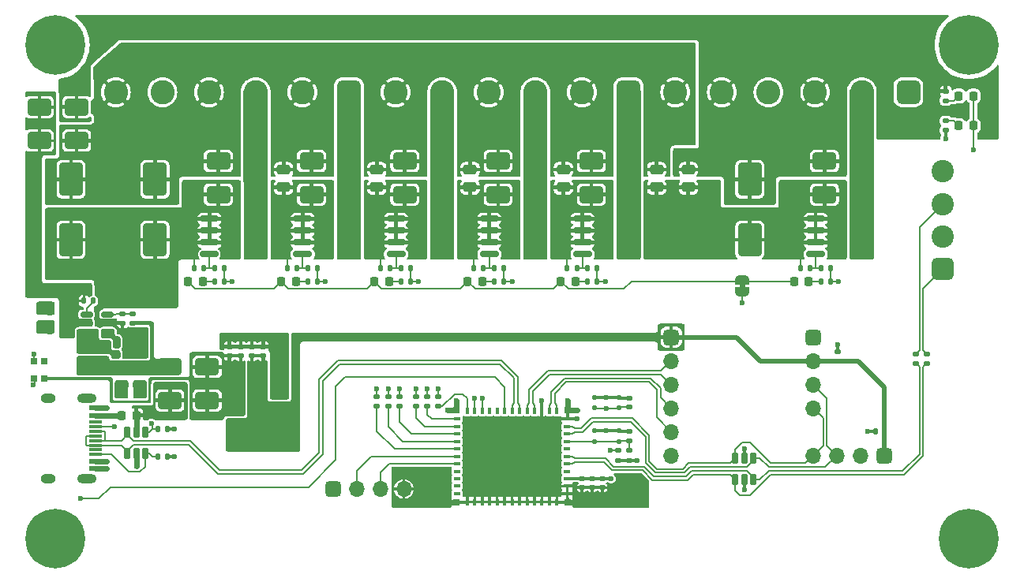
<source format=gtl>
%TF.GenerationSoftware,KiCad,Pcbnew,7.0.9*%
%TF.CreationDate,2023-12-10T19:03:56+01:00*%
%TF.ProjectId,ledctrl,6c656463-7472-46c2-9e6b-696361645f70,rev?*%
%TF.SameCoordinates,Original*%
%TF.FileFunction,Copper,L1,Top*%
%TF.FilePolarity,Positive*%
%FSLAX46Y46*%
G04 Gerber Fmt 4.6, Leading zero omitted, Abs format (unit mm)*
G04 Created by KiCad (PCBNEW 7.0.9) date 2023-12-10 19:03:56*
%MOMM*%
%LPD*%
G01*
G04 APERTURE LIST*
G04 Aperture macros list*
%AMRoundRect*
0 Rectangle with rounded corners*
0 $1 Rounding radius*
0 $2 $3 $4 $5 $6 $7 $8 $9 X,Y pos of 4 corners*
0 Add a 4 corners polygon primitive as box body*
4,1,4,$2,$3,$4,$5,$6,$7,$8,$9,$2,$3,0*
0 Add four circle primitives for the rounded corners*
1,1,$1+$1,$2,$3*
1,1,$1+$1,$4,$5*
1,1,$1+$1,$6,$7*
1,1,$1+$1,$8,$9*
0 Add four rect primitives between the rounded corners*
20,1,$1+$1,$2,$3,$4,$5,0*
20,1,$1+$1,$4,$5,$6,$7,0*
20,1,$1+$1,$6,$7,$8,$9,0*
20,1,$1+$1,$8,$9,$2,$3,0*%
%AMFreePoly0*
4,1,19,0.500000,-0.750000,0.000000,-0.750000,0.000000,-0.744911,-0.071157,-0.744911,-0.207708,-0.704816,-0.327430,-0.627875,-0.420627,-0.520320,-0.479746,-0.390866,-0.500000,-0.250000,-0.500000,0.250000,-0.479746,0.390866,-0.420627,0.520320,-0.327430,0.627875,-0.207708,0.704816,-0.071157,0.744911,0.000000,0.744911,0.000000,0.750000,0.500000,0.750000,0.500000,-0.750000,0.500000,-0.750000,
$1*%
%AMFreePoly1*
4,1,19,0.000000,0.744911,0.071157,0.744911,0.207708,0.704816,0.327430,0.627875,0.420627,0.520320,0.479746,0.390866,0.500000,0.250000,0.500000,-0.250000,0.479746,-0.390866,0.420627,-0.520320,0.327430,-0.627875,0.207708,-0.704816,0.071157,-0.744911,0.000000,-0.744911,0.000000,-0.750000,-0.500000,-0.750000,-0.500000,0.750000,0.000000,0.750000,0.000000,0.744911,0.000000,0.744911,
$1*%
%AMFreePoly2*
4,1,6,0.725000,-0.725000,-0.725000,-0.725000,-0.725000,0.125000,-0.125000,0.725000,0.725000,0.725000,0.725000,-0.725000,0.725000,-0.725000,$1*%
G04 Aperture macros list end*
%TA.AperFunction,ComponentPad*%
%ADD10RoundRect,0.600000X0.600000X-0.600000X0.600000X0.600000X-0.600000X0.600000X-0.600000X-0.600000X0*%
%TD*%
%TA.AperFunction,ComponentPad*%
%ADD11C,2.400000*%
%TD*%
%TA.AperFunction,SMDPad,CuDef*%
%ADD12R,1.450000X0.600000*%
%TD*%
%TA.AperFunction,SMDPad,CuDef*%
%ADD13R,1.450000X0.300000*%
%TD*%
%TA.AperFunction,ComponentPad*%
%ADD14O,2.100000X1.000000*%
%TD*%
%TA.AperFunction,ComponentPad*%
%ADD15O,1.600000X1.000000*%
%TD*%
%TA.AperFunction,SMDPad,CuDef*%
%ADD16RoundRect,0.135000X0.135000X0.185000X-0.135000X0.185000X-0.135000X-0.185000X0.135000X-0.185000X0*%
%TD*%
%TA.AperFunction,ComponentPad*%
%ADD17RoundRect,0.425000X0.425000X-0.425000X0.425000X0.425000X-0.425000X0.425000X-0.425000X-0.425000X0*%
%TD*%
%TA.AperFunction,ComponentPad*%
%ADD18O,1.700000X1.700000*%
%TD*%
%TA.AperFunction,SMDPad,CuDef*%
%ADD19RoundRect,0.140000X-0.170000X0.140000X-0.170000X-0.140000X0.170000X-0.140000X0.170000X0.140000X0*%
%TD*%
%TA.AperFunction,SMDPad,CuDef*%
%ADD20RoundRect,0.218750X-0.218750X-0.256250X0.218750X-0.256250X0.218750X0.256250X-0.218750X0.256250X0*%
%TD*%
%TA.AperFunction,SMDPad,CuDef*%
%ADD21RoundRect,0.250000X1.000000X0.650000X-1.000000X0.650000X-1.000000X-0.650000X1.000000X-0.650000X0*%
%TD*%
%TA.AperFunction,SMDPad,CuDef*%
%ADD22RoundRect,0.150000X-0.825000X-0.150000X0.825000X-0.150000X0.825000X0.150000X-0.825000X0.150000X0*%
%TD*%
%TA.AperFunction,ComponentPad*%
%ADD23RoundRect,0.425000X-0.425000X0.425000X-0.425000X-0.425000X0.425000X-0.425000X0.425000X0.425000X0*%
%TD*%
%TA.AperFunction,SMDPad,CuDef*%
%ADD24RoundRect,0.137500X-0.137500X-0.147500X0.137500X-0.147500X0.137500X0.147500X-0.137500X0.147500X0*%
%TD*%
%TA.AperFunction,SMDPad,CuDef*%
%ADD25RoundRect,0.135000X0.185000X-0.135000X0.185000X0.135000X-0.185000X0.135000X-0.185000X-0.135000X0*%
%TD*%
%TA.AperFunction,SMDPad,CuDef*%
%ADD26RoundRect,0.140000X0.170000X-0.140000X0.170000X0.140000X-0.170000X0.140000X-0.170000X-0.140000X0*%
%TD*%
%TA.AperFunction,SMDPad,CuDef*%
%ADD27R,1.500000X2.000000*%
%TD*%
%TA.AperFunction,SMDPad,CuDef*%
%ADD28R,3.800000X2.000000*%
%TD*%
%TA.AperFunction,ComponentPad*%
%ADD29RoundRect,0.650000X0.650000X0.650000X-0.650000X0.650000X-0.650000X-0.650000X0.650000X-0.650000X0*%
%TD*%
%TA.AperFunction,ComponentPad*%
%ADD30C,2.600000*%
%TD*%
%TA.AperFunction,SMDPad,CuDef*%
%ADD31RoundRect,0.250000X-0.475000X0.250000X-0.475000X-0.250000X0.475000X-0.250000X0.475000X0.250000X0*%
%TD*%
%TA.AperFunction,ComponentPad*%
%ADD32C,0.800000*%
%TD*%
%TA.AperFunction,ComponentPad*%
%ADD33C,6.400000*%
%TD*%
%TA.AperFunction,SMDPad,CuDef*%
%ADD34RoundRect,0.250000X0.250000X0.475000X-0.250000X0.475000X-0.250000X-0.475000X0.250000X-0.475000X0*%
%TD*%
%TA.AperFunction,SMDPad,CuDef*%
%ADD35RoundRect,0.135000X-0.185000X0.135000X-0.185000X-0.135000X0.185000X-0.135000X0.185000X0.135000X0*%
%TD*%
%TA.AperFunction,SMDPad,CuDef*%
%ADD36RoundRect,0.250000X-1.000000X-0.650000X1.000000X-0.650000X1.000000X0.650000X-1.000000X0.650000X0*%
%TD*%
%TA.AperFunction,ComponentPad*%
%ADD37RoundRect,0.425000X-0.425000X-0.425000X0.425000X-0.425000X0.425000X0.425000X-0.425000X0.425000X0*%
%TD*%
%TA.AperFunction,SMDPad,CuDef*%
%ADD38RoundRect,0.218750X0.218750X0.256250X-0.218750X0.256250X-0.218750X-0.256250X0.218750X-0.256250X0*%
%TD*%
%TA.AperFunction,SMDPad,CuDef*%
%ADD39RoundRect,0.250000X-1.000000X1.500000X-1.000000X-1.500000X1.000000X-1.500000X1.000000X1.500000X0*%
%TD*%
%TA.AperFunction,SMDPad,CuDef*%
%ADD40FreePoly0,270.000000*%
%TD*%
%TA.AperFunction,SMDPad,CuDef*%
%ADD41FreePoly1,270.000000*%
%TD*%
%TA.AperFunction,SMDPad,CuDef*%
%ADD42RoundRect,0.150000X0.150000X-0.475000X0.150000X0.475000X-0.150000X0.475000X-0.150000X-0.475000X0*%
%TD*%
%TA.AperFunction,SMDPad,CuDef*%
%ADD43RoundRect,0.135000X-0.135000X-0.185000X0.135000X-0.185000X0.135000X0.185000X-0.135000X0.185000X0*%
%TD*%
%TA.AperFunction,SMDPad,CuDef*%
%ADD44R,2.700000X0.800000*%
%TD*%
%TA.AperFunction,SMDPad,CuDef*%
%ADD45RoundRect,0.105000X-0.245000X0.245000X-0.245000X-0.245000X0.245000X-0.245000X0.245000X0.245000X0*%
%TD*%
%TA.AperFunction,SMDPad,CuDef*%
%ADD46R,0.800000X0.400000*%
%TD*%
%TA.AperFunction,SMDPad,CuDef*%
%ADD47R,0.400000X0.800000*%
%TD*%
%TA.AperFunction,SMDPad,CuDef*%
%ADD48FreePoly2,180.000000*%
%TD*%
%TA.AperFunction,SMDPad,CuDef*%
%ADD49R,1.450000X1.450000*%
%TD*%
%TA.AperFunction,SMDPad,CuDef*%
%ADD50R,0.700000X0.700000*%
%TD*%
%TA.AperFunction,SMDPad,CuDef*%
%ADD51RoundRect,0.140000X0.140000X0.170000X-0.140000X0.170000X-0.140000X-0.170000X0.140000X-0.170000X0*%
%TD*%
%TA.AperFunction,SMDPad,CuDef*%
%ADD52RoundRect,0.150000X0.512500X0.150000X-0.512500X0.150000X-0.512500X-0.150000X0.512500X-0.150000X0*%
%TD*%
%TA.AperFunction,ViaPad*%
%ADD53C,0.600000*%
%TD*%
%TA.AperFunction,Conductor*%
%ADD54C,0.200000*%
%TD*%
%TA.AperFunction,Conductor*%
%ADD55C,0.300000*%
%TD*%
%TA.AperFunction,Conductor*%
%ADD56C,0.500000*%
%TD*%
%TA.AperFunction,Conductor*%
%ADD57C,0.600000*%
%TD*%
G04 APERTURE END LIST*
%TA.AperFunction,EtchedComponent*%
%TO.C,JP1*%
G36*
X67500000Y-21050000D02*
G01*
X66900000Y-21050000D01*
X66900000Y-20550000D01*
X67500000Y-20550000D01*
X67500000Y-21050000D01*
G37*
%TD.AperFunction*%
%TD*%
D10*
%TO.P,J9,1,Pin_1*%
%TO.N,IO2P*%
X88700000Y-19000000D03*
D11*
%TO.P,J9,2,Pin_2*%
%TO.N,GND*%
X88700000Y-15500000D03*
%TO.P,J9,3,Pin_3*%
%TO.N,IO3P*%
X88700000Y-12000000D03*
%TO.P,J9,4,Pin_4*%
%TO.N,GND*%
X88700000Y-8500000D03*
%TD*%
D12*
%TO.P,J4,A1,GND*%
%TO.N,GND*%
X-2155000Y-33900000D03*
%TO.P,J4,A4,VBUS*%
%TO.N,Net-(F1-Pad1)*%
X-2155000Y-34700000D03*
D13*
%TO.P,J4,A5,CC1*%
%TO.N,CC1*%
X-2155000Y-35900000D03*
%TO.P,J4,A6,D+*%
%TO.N,USB-D+*%
X-2155000Y-36900000D03*
%TO.P,J4,A7,D-*%
%TO.N,USB-D-*%
X-2155000Y-37400000D03*
%TO.P,J4,A8,SBU1*%
%TO.N,unconnected-(J4-SBU1-PadA8)*%
X-2155000Y-38400000D03*
D12*
%TO.P,J4,A9,VBUS*%
%TO.N,Net-(F1-Pad1)*%
X-2155000Y-39600000D03*
%TO.P,J4,A12,GND*%
%TO.N,GND*%
X-2155000Y-40400000D03*
%TO.P,J4,B1,GND*%
X-2155000Y-40400000D03*
%TO.P,J4,B4,VBUS*%
%TO.N,Net-(F1-Pad1)*%
X-2155000Y-39600000D03*
D13*
%TO.P,J4,B5,CC2*%
%TO.N,CC2*%
X-2155000Y-38900000D03*
%TO.P,J4,B6,D+*%
%TO.N,USB-D+*%
X-2155000Y-37900000D03*
%TO.P,J4,B7,D-*%
%TO.N,USB-D-*%
X-2155000Y-36400000D03*
%TO.P,J4,B8,SBU2*%
%TO.N,unconnected-(J4-SBU2-PadB8)*%
X-2155000Y-35400000D03*
D12*
%TO.P,J4,B9,VBUS*%
%TO.N,Net-(F1-Pad1)*%
X-2155000Y-34700000D03*
%TO.P,J4,B12,GND*%
%TO.N,GND*%
X-2155000Y-33900000D03*
D14*
%TO.P,J4,S1,SHIELD*%
X-3070000Y-32830000D03*
D15*
X-7250000Y-32830000D03*
D14*
X-3070000Y-41470000D03*
D15*
X-7250000Y-41470000D03*
%TD*%
D16*
%TO.P,R16,1*%
%TO.N,PWM1*%
X11635000Y-18900000D03*
%TO.P,R16,2*%
%TO.N,Net-(Q1-G)*%
X10615000Y-18900000D03*
%TD*%
D17*
%TO.P,J5,1,Pin_1*%
%TO.N,+3V3*%
X23280000Y-42600000D03*
D18*
%TO.P,J5,2,Pin_2*%
%TO.N,RX*%
X25820000Y-42600000D03*
%TO.P,J5,3,Pin_3*%
%TO.N,TX*%
X28360000Y-42600000D03*
%TO.P,J5,4,Pin_4*%
%TO.N,GND*%
X30900000Y-42600000D03*
%TD*%
D19*
%TO.P,C3,1*%
%TO.N,Net-(U1-BS)*%
X100000Y-27120000D03*
%TO.P,C3,2*%
%TO.N,Net-(U1-SW)*%
X100000Y-28080000D03*
%TD*%
D20*
%TO.P,D20,1,K*%
%TO.N,Net-(D20-K)*%
X7737499Y-20300001D03*
%TO.P,D20,2,A*%
%TO.N,Net-(D20-A)*%
X9312499Y-20300001D03*
%TD*%
D16*
%TO.P,R22,1*%
%TO.N,PWM1*%
X11635000Y-20300000D03*
%TO.P,R22,2*%
%TO.N,Net-(D20-A)*%
X10615000Y-20300000D03*
%TD*%
%TO.P,R19,1*%
%TO.N,PWM4*%
X41634999Y-18900000D03*
%TO.P,R19,2*%
%TO.N,Net-(Q4-G)*%
X40614999Y-18900000D03*
%TD*%
D21*
%TO.P,D5,1,K*%
%TO.N,+5VD*%
X9800000Y-33100000D03*
%TO.P,D5,2,A*%
%TO.N,+5V*%
X5800000Y-33100000D03*
%TD*%
D22*
%TO.P,Q4,1,S*%
%TO.N,GND*%
X40050000Y-13595000D03*
%TO.P,Q4,2,S*%
X40050000Y-14865000D03*
%TO.P,Q4,3,S*%
X40050000Y-16135000D03*
%TO.P,Q4,4,G*%
%TO.N,Net-(Q4-G)*%
X40050000Y-17405000D03*
%TO.P,Q4,5,D*%
%TO.N,LEDCH4*%
X45000000Y-17405000D03*
%TO.P,Q4,6,D*%
X45000000Y-16135000D03*
%TO.P,Q4,7,D*%
X45000000Y-14865000D03*
%TO.P,Q4,8,D*%
X45000000Y-13595000D03*
%TD*%
D16*
%TO.P,R29,1*%
%TO.N,Net-(Q4-G)*%
X39435001Y-18900000D03*
%TO.P,R29,2*%
%TO.N,GND*%
X38415001Y-18900000D03*
%TD*%
D23*
%TO.P,J7,1,Pin_1*%
%TO.N,+3V3*%
X82420000Y-39000000D03*
D18*
%TO.P,J7,2,Pin_2*%
%TO.N,GND*%
X79880000Y-39000000D03*
%TO.P,J7,3,Pin_3*%
%TO.N,IO4*%
X77340000Y-39000000D03*
%TO.P,J7,4,Pin_4*%
%TO.N,IO5*%
X74800000Y-39000000D03*
%TD*%
D16*
%TO.P,R30,1*%
%TO.N,PWM5*%
X51635000Y-20300000D03*
%TO.P,R30,2*%
%TO.N,Net-(D24-A)*%
X50615000Y-20300000D03*
%TD*%
%TO.P,R21,1*%
%TO.N,PWM6*%
X76635000Y-18900000D03*
%TO.P,R21,2*%
%TO.N,Net-(Q6-G)*%
X75615000Y-18900000D03*
%TD*%
D24*
%TO.P,SW1,1,1*%
%TO.N,GND*%
X51375000Y-32740000D03*
X53925000Y-32740000D03*
%TO.P,SW1,2,2*%
%TO.N,IO09*%
X51375000Y-33900000D03*
X53925000Y-33900000D03*
%TD*%
D25*
%TO.P,R15,1*%
%TO.N,Net-(U4-GPIO23)*%
X28000000Y-33710000D03*
%TO.P,R15,2*%
%TO.N,PWM1*%
X28000000Y-32690000D03*
%TD*%
%TO.P,R12,1*%
%TO.N,Net-(U4-GPIO20)*%
X32200000Y-33709999D03*
%TO.P,R12,2*%
%TO.N,PWM4*%
X32200000Y-32689999D03*
%TD*%
D26*
%TO.P,C6,1*%
%TO.N,+5VD*%
X12200000Y-28280000D03*
%TO.P,C6,2*%
%TO.N,GND*%
X12200000Y-27320000D03*
%TD*%
D19*
%TO.P,C19,1*%
%TO.N,+3V3*%
X52200000Y-41500001D03*
%TO.P,C19,2*%
%TO.N,GND*%
X52200000Y-42460001D03*
%TD*%
D27*
%TO.P,U3,1,GND*%
%TO.N,GND*%
X17500000Y-30650000D03*
%TO.P,U3,2,VO*%
%TO.N,+3V3*%
X15200000Y-30650000D03*
D28*
X15200000Y-36950000D03*
D27*
%TO.P,U3,3,VI*%
%TO.N,+5VD*%
X12900000Y-30650000D03*
%TD*%
D29*
%TO.P,J2,1,Pin_1*%
%TO.N,LEDCH5*%
X55000000Y0D03*
D30*
%TO.P,J2,2,Pin_2*%
%TO.N,+24V*%
X50000000Y0D03*
%TO.P,J2,3,Pin_3*%
%TO.N,LEDCH4*%
X45000000Y0D03*
%TO.P,J2,4,Pin_4*%
%TO.N,+24V*%
X40000000Y0D03*
%TO.P,J2,5,Pin_5*%
%TO.N,LEDCH3*%
X35000000Y0D03*
%TO.P,J2,6,Pin_6*%
%TO.N,+24V*%
X30000000Y0D03*
%TD*%
D16*
%TO.P,R20,1*%
%TO.N,PWM5*%
X51634999Y-18900000D03*
%TO.P,R20,2*%
%TO.N,Net-(Q5-G)*%
X50614999Y-18900000D03*
%TD*%
D21*
%TO.P,D14,1,K*%
%TO.N,LEDCH1*%
X15000000Y-11000000D03*
%TO.P,D14,2,A*%
%TO.N,GND*%
X11000000Y-11000000D03*
%TD*%
D26*
%TO.P,C9,1*%
%TO.N,+3V3*%
X15800000Y-28280000D03*
%TO.P,C9,2*%
%TO.N,GND*%
X15800000Y-27320000D03*
%TD*%
D21*
%TO.P,D15,1,K*%
%TO.N,LEDCH2*%
X25000000Y-11000000D03*
%TO.P,D15,2,A*%
%TO.N,GND*%
X21000000Y-11000000D03*
%TD*%
D22*
%TO.P,Q1,1,S*%
%TO.N,GND*%
X10050000Y-13595000D03*
%TO.P,Q1,2,S*%
X10050000Y-14865000D03*
%TO.P,Q1,3,S*%
X10050000Y-16135000D03*
%TO.P,Q1,4,G*%
%TO.N,Net-(Q1-G)*%
X10050000Y-17405000D03*
%TO.P,Q1,5,D*%
%TO.N,LEDCH1*%
X15000000Y-17405000D03*
%TO.P,Q1,6,D*%
X15000000Y-16135000D03*
%TO.P,Q1,7,D*%
X15000000Y-14865000D03*
%TO.P,Q1,8,D*%
X15000000Y-13595000D03*
%TD*%
D31*
%TO.P,C4,1*%
%TO.N,+5VP*%
X600000Y-29550000D03*
%TO.P,C4,2*%
%TO.N,GND*%
X600000Y-31450000D03*
%TD*%
D32*
%TO.P,H2,1,1*%
%TO.N,GND*%
X89100000Y5100000D03*
X89802944Y6797056D03*
X89802944Y3402944D03*
X91500000Y7500000D03*
D33*
X91500000Y5100000D03*
D32*
X91500000Y2700000D03*
X93197056Y6797056D03*
X93197056Y3402944D03*
X93900000Y5100000D03*
%TD*%
D20*
%TO.P,D25,1,K*%
%TO.N,Net-(D20-K)*%
X72737499Y-20300001D03*
%TO.P,D25,2,A*%
%TO.N,Net-(D25-A)*%
X74312499Y-20300001D03*
%TD*%
D26*
%TO.P,C25,1*%
%TO.N,EN*%
X55050000Y-37400000D03*
%TO.P,C25,2*%
%TO.N,GND*%
X55050000Y-36440000D03*
%TD*%
D21*
%TO.P,D16,1,K*%
%TO.N,LEDCH3*%
X35000000Y-11000000D03*
%TO.P,D16,2,A*%
%TO.N,GND*%
X31000000Y-11000000D03*
%TD*%
D16*
%TO.P,R28,1*%
%TO.N,PWM4*%
X41635000Y-20300000D03*
%TO.P,R28,2*%
%TO.N,Net-(D23-A)*%
X40615000Y-20300000D03*
%TD*%
D34*
%TO.P,C1,1*%
%TO.N,Net-(D1-K)*%
X-5150000Y-25200000D03*
%TO.P,C1,2*%
%TO.N,GND*%
X-7050000Y-25200000D03*
%TD*%
D16*
%TO.P,R31,1*%
%TO.N,Net-(Q5-G)*%
X49435001Y-18900000D03*
%TO.P,R31,2*%
%TO.N,GND*%
X48415001Y-18900000D03*
%TD*%
D35*
%TO.P,R5,1*%
%TO.N,+12V*%
X89000000Y110000D03*
%TO.P,R5,2*%
%TO.N,Net-(D4-A)*%
X89000000Y-910000D03*
%TD*%
D31*
%TO.P,C16,1*%
%TO.N,+24V*%
X58000000Y-8300000D03*
%TO.P,C16,2*%
%TO.N,GND*%
X58000000Y-10200000D03*
%TD*%
D16*
%TO.P,R17,1*%
%TO.N,PWM2*%
X21634999Y-18900000D03*
%TO.P,R17,2*%
%TO.N,Net-(Q2-G)*%
X20614999Y-18900000D03*
%TD*%
D29*
%TO.P,J3,1,Pin_1*%
%TO.N,GND*%
X85000000Y0D03*
D30*
%TO.P,J3,2,Pin_2*%
%TO.N,LEDCH6*%
X80000000Y0D03*
%TO.P,J3,3,Pin_3*%
%TO.N,+12V*%
X75000000Y0D03*
%TO.P,J3,4,Pin_4*%
%TO.N,GND*%
X70000000Y0D03*
%TO.P,J3,5,Pin_5*%
%TO.N,+12V*%
X65000000Y0D03*
%TO.P,J3,6,Pin_6*%
%TO.N,+24V*%
X60000000Y0D03*
%TD*%
D20*
%TO.P,D23,1,K*%
%TO.N,Net-(D20-K)*%
X37737499Y-20300001D03*
%TO.P,D23,2,A*%
%TO.N,Net-(D23-A)*%
X39312499Y-20300001D03*
%TD*%
%TO.P,D22,1,K*%
%TO.N,Net-(D20-K)*%
X27737499Y-20300001D03*
%TO.P,D22,2,A*%
%TO.N,Net-(D22-A)*%
X29312499Y-20300001D03*
%TD*%
D25*
%TO.P,R10,1*%
%TO.N,Net-(U4-GPIO18)*%
X34600000Y-33709999D03*
%TO.P,R10,2*%
%TO.N,PWM6*%
X34600000Y-32689999D03*
%TD*%
D21*
%TO.P,D19,1,K*%
%TO.N,LEDCH6*%
X80000000Y-11000000D03*
%TO.P,D19,2,A*%
%TO.N,GND*%
X76000000Y-11000000D03*
%TD*%
D36*
%TO.P,D9,1,K*%
%TO.N,+24V*%
X21000000Y-7400000D03*
%TO.P,D9,2,A*%
%TO.N,LEDCH2*%
X25000000Y-7400000D03*
%TD*%
D35*
%TO.P,R3,1*%
%TO.N,Net-(U1-FB)*%
X700000Y-23780000D03*
%TO.P,R3,2*%
%TO.N,GND*%
X700000Y-24800000D03*
%TD*%
D22*
%TO.P,Q6,1,S*%
%TO.N,GND*%
X75050000Y-13595000D03*
%TO.P,Q6,2,S*%
X75050000Y-14865000D03*
%TO.P,Q6,3,S*%
X75050000Y-16135000D03*
%TO.P,Q6,4,G*%
%TO.N,Net-(Q6-G)*%
X75050000Y-17405000D03*
%TO.P,Q6,5,D*%
%TO.N,LEDCH6*%
X80000000Y-17405000D03*
%TO.P,Q6,6,D*%
X80000000Y-16135000D03*
%TO.P,Q6,7,D*%
X80000000Y-14865000D03*
%TO.P,Q6,8,D*%
X80000000Y-13595000D03*
%TD*%
D37*
%TO.P,J8,1,Pin_1*%
%TO.N,+3V3*%
X59560000Y-26300000D03*
D18*
%TO.P,J8,2,Pin_2*%
%TO.N,IO7*%
X59560000Y-28840000D03*
%TO.P,J8,3,Pin_3*%
%TO.N,IO6*%
X59560000Y-31380000D03*
%TO.P,J8,4,Pin_4*%
%TO.N,IO1*%
X59560000Y-33920000D03*
%TO.P,J8,5,Pin_5*%
%TO.N,IO0*%
X59560000Y-36460000D03*
%TO.P,J8,6,Pin_6*%
%TO.N,GND*%
X59560000Y-39000000D03*
%TD*%
D16*
%TO.P,R26,1*%
%TO.N,PWM3*%
X31635000Y-20300000D03*
%TO.P,R26,2*%
%TO.N,Net-(D22-A)*%
X30615000Y-20300000D03*
%TD*%
%TO.P,R33,1*%
%TO.N,Net-(Q6-G)*%
X74435001Y-18900000D03*
%TO.P,R33,2*%
%TO.N,GND*%
X73415001Y-18900000D03*
%TD*%
D38*
%TO.P,D3,1,K*%
%TO.N,GND*%
X91987500Y-3600000D03*
%TO.P,D3,2,A*%
%TO.N,Net-(D3-A)*%
X90412500Y-3600000D03*
%TD*%
D36*
%TO.P,D12,1,K*%
%TO.N,+24V*%
X51000000Y-7400000D03*
%TO.P,D12,2,A*%
%TO.N,LEDCH5*%
X55000000Y-7400000D03*
%TD*%
D31*
%TO.P,C12,1*%
%TO.N,+24V*%
X18000000Y-8300000D03*
%TO.P,C12,2*%
%TO.N,GND*%
X18000000Y-10200000D03*
%TD*%
D22*
%TO.P,Q2,1,S*%
%TO.N,GND*%
X20050000Y-13595000D03*
%TO.P,Q2,2,S*%
X20050000Y-14865000D03*
%TO.P,Q2,3,S*%
X20050000Y-16135000D03*
%TO.P,Q2,4,G*%
%TO.N,Net-(Q2-G)*%
X20050000Y-17405000D03*
%TO.P,Q2,5,D*%
%TO.N,LEDCH2*%
X25000000Y-17405000D03*
%TO.P,Q2,6,D*%
X25000000Y-16135000D03*
%TO.P,Q2,7,D*%
X25000000Y-14865000D03*
%TO.P,Q2,8,D*%
X25000000Y-13595000D03*
%TD*%
D25*
%TO.P,R2,1*%
%TO.N,+5VP*%
X1800000Y-24800000D03*
%TO.P,R2,2*%
%TO.N,Net-(U1-FB)*%
X1800000Y-23780000D03*
%TD*%
D26*
%TO.P,C22,1*%
%TO.N,+3V3*%
X77400000Y-28840000D03*
%TO.P,C22,2*%
%TO.N,GND*%
X77400000Y-27880000D03*
%TD*%
D31*
%TO.P,C13,1*%
%TO.N,+24V*%
X28000000Y-8300000D03*
%TO.P,C13,2*%
%TO.N,GND*%
X28000000Y-10200000D03*
%TD*%
D36*
%TO.P,D2,1,K*%
%TO.N,Net-(D1-K)*%
X-8200000Y-1600000D03*
%TO.P,D2,2,A*%
%TO.N,+12V*%
X-4200000Y-1600000D03*
%TD*%
D39*
%TO.P,C11,1*%
%TO.N,+24V*%
X4200000Y-9350000D03*
%TO.P,C11,2*%
%TO.N,GND*%
X4200000Y-15850000D03*
%TD*%
%TO.P,C10,1*%
%TO.N,+24V*%
X-4800000Y-9349999D03*
%TO.P,C10,2*%
%TO.N,GND*%
X-4800000Y-15849999D03*
%TD*%
D36*
%TO.P,D10,1,K*%
%TO.N,+24V*%
X31000000Y-7400000D03*
%TO.P,D10,2,A*%
%TO.N,LEDCH3*%
X35000000Y-7400000D03*
%TD*%
D31*
%TO.P,C14,1*%
%TO.N,+24V*%
X38000000Y-8300000D03*
%TO.P,C14,2*%
%TO.N,GND*%
X38000000Y-10200000D03*
%TD*%
D16*
%TO.P,R23,1*%
%TO.N,Net-(Q1-G)*%
X9435000Y-18900000D03*
%TO.P,R23,2*%
%TO.N,GND*%
X8415000Y-18900000D03*
%TD*%
D25*
%TO.P,R35,1*%
%TO.N,IO3*%
X85800000Y-29110000D03*
%TO.P,R35,2*%
%TO.N,IO3P*%
X85800000Y-28090000D03*
%TD*%
D16*
%TO.P,R27,1*%
%TO.N,Net-(Q3-G)*%
X29435001Y-18900000D03*
%TO.P,R27,2*%
%TO.N,GND*%
X28415001Y-18900000D03*
%TD*%
D40*
%TO.P,JP1,1,A*%
%TO.N,Net-(D20-K)*%
X67200000Y-20150000D03*
D41*
%TO.P,JP1,2,B*%
%TO.N,GND*%
X67200000Y-21450000D03*
%TD*%
D42*
%TO.P,U5,1,IO1*%
%TO.N,IO2*%
X66450000Y-41615000D03*
%TO.P,U5,2,VN*%
%TO.N,GND*%
X67400000Y-41615000D03*
%TO.P,U5,3,IO2*%
%TO.N,IO3*%
X68350000Y-41615000D03*
%TO.P,U5,4,IO3*%
%TO.N,IO4*%
X68350000Y-39265000D03*
%TO.P,U5,5,VP*%
%TO.N,+3V3*%
X67400000Y-39265000D03*
%TO.P,U5,6,IO4*%
%TO.N,IO5*%
X66450000Y-39265000D03*
%TD*%
D16*
%TO.P,R25,1*%
%TO.N,Net-(Q2-G)*%
X19435001Y-18900000D03*
%TO.P,R25,2*%
%TO.N,GND*%
X18415001Y-18900000D03*
%TD*%
D26*
%TO.P,C8,1*%
%TO.N,+3V3*%
X14600000Y-28280000D03*
%TO.P,C8,2*%
%TO.N,GND*%
X14600000Y-27320000D03*
%TD*%
D38*
%TO.P,D4,1,K*%
%TO.N,GND*%
X91987500Y-400000D03*
%TO.P,D4,2,A*%
%TO.N,Net-(D4-A)*%
X90412500Y-400000D03*
%TD*%
D37*
%TO.P,J6,1,Pin_1*%
%TO.N,GND*%
X74800000Y-26300000D03*
D18*
%TO.P,J6,2,Pin_2*%
%TO.N,+3V3*%
X74800000Y-28840000D03*
%TO.P,J6,3,Pin_3*%
%TO.N,IO4*%
X74800000Y-31380000D03*
%TO.P,J6,4,Pin_4*%
%TO.N,IO5*%
X74800000Y-33920000D03*
%TD*%
D36*
%TO.P,D11,1,K*%
%TO.N,+24V*%
X41000000Y-7400000D03*
%TO.P,D11,2,A*%
%TO.N,LEDCH4*%
X45000000Y-7400000D03*
%TD*%
D43*
%TO.P,R1,1*%
%TO.N,Net-(D1-K)*%
X-3410000Y-22400000D03*
%TO.P,R1,2*%
%TO.N,Net-(U1-EN)*%
X-2390000Y-22400000D03*
%TD*%
D36*
%TO.P,D13,1,K*%
%TO.N,+12V*%
X76000000Y-7400000D03*
%TO.P,D13,2,A*%
%TO.N,LEDCH6*%
X80000000Y-7400000D03*
%TD*%
D16*
%TO.P,R24,1*%
%TO.N,PWM2*%
X21635000Y-20300001D03*
%TO.P,R24,2*%
%TO.N,Net-(D21-A)*%
X20615000Y-20300001D03*
%TD*%
D21*
%TO.P,D18,1,K*%
%TO.N,LEDCH5*%
X55000000Y-11000000D03*
%TO.P,D18,2,A*%
%TO.N,GND*%
X51000000Y-11000000D03*
%TD*%
D26*
%TO.P,C24,1*%
%TO.N,IO09*%
X55050000Y-33800000D03*
%TO.P,C24,2*%
%TO.N,GND*%
X55050000Y-32840000D03*
%TD*%
D32*
%TO.P,H3,1,1*%
%TO.N,GND*%
X-8900000Y-47900000D03*
X-8197056Y-46202944D03*
X-8197056Y-49597056D03*
X-6500000Y-45500000D03*
D33*
X-6500000Y-47900000D03*
D32*
X-6500000Y-50300000D03*
X-4802944Y-46202944D03*
X-4802944Y-49597056D03*
X-4100000Y-47900000D03*
%TD*%
D25*
%TO.P,R34,1*%
%TO.N,IO2*%
X87000000Y-29110000D03*
%TO.P,R34,2*%
%TO.N,IO2P*%
X87000000Y-28090000D03*
%TD*%
D42*
%TO.P,U2,1,IO1*%
%TO.N,USB-D+*%
X1250000Y-38825000D03*
%TO.P,U2,2,VN*%
%TO.N,GND*%
X2200000Y-38825000D03*
%TO.P,U2,3,IO2*%
%TO.N,CC2*%
X3150000Y-38825000D03*
%TO.P,U2,4,IO3*%
%TO.N,CC1*%
X3150000Y-36475000D03*
%TO.P,U2,5,VP*%
%TO.N,+5V*%
X2200000Y-36475000D03*
%TO.P,U2,6,IO4*%
%TO.N,USB-D-*%
X1250000Y-36475000D03*
%TD*%
D43*
%TO.P,R6,1*%
%TO.N,CC1*%
X4490000Y-36150000D03*
%TO.P,R6,2*%
%TO.N,GND*%
X5510000Y-36150000D03*
%TD*%
D25*
%TO.P,R13,1*%
%TO.N,Net-(U4-GPIO21)*%
X30400000Y-33709999D03*
%TO.P,R13,2*%
%TO.N,PWM3*%
X30400000Y-32689999D03*
%TD*%
D26*
%TO.P,C7,1*%
%TO.N,+5VD*%
X13400000Y-28280000D03*
%TO.P,C7,2*%
%TO.N,GND*%
X13400000Y-27320000D03*
%TD*%
D36*
%TO.P,D1,1,K*%
%TO.N,Net-(D1-K)*%
X-8200000Y-5200000D03*
%TO.P,D1,2,A*%
%TO.N,+24V*%
X-4200000Y-5200000D03*
%TD*%
D43*
%TO.P,R7,1*%
%TO.N,CC2*%
X4490000Y-39150000D03*
%TO.P,R7,2*%
%TO.N,GND*%
X5510000Y-39150000D03*
%TD*%
D16*
%TO.P,R32,1*%
%TO.N,PWM6*%
X76635000Y-20300000D03*
%TO.P,R32,2*%
%TO.N,Net-(D25-A)*%
X75615000Y-20300000D03*
%TD*%
D25*
%TO.P,R11,1*%
%TO.N,Net-(U4-GPIO19)*%
X33400000Y-33709999D03*
%TO.P,R11,2*%
%TO.N,PWM5*%
X33400000Y-32689999D03*
%TD*%
%TO.P,R4,1*%
%TO.N,+24V*%
X89000000Y-4110000D03*
%TO.P,R4,2*%
%TO.N,Net-(D3-A)*%
X89000000Y-3090000D03*
%TD*%
D44*
%TO.P,L1,1*%
%TO.N,+5VP*%
X-2300000Y-29550000D03*
%TO.P,L1,2*%
%TO.N,Net-(U1-SW)*%
X-2300000Y-27250000D03*
%TD*%
D25*
%TO.P,R8,1*%
%TO.N,+3V3*%
X55050000Y-39510000D03*
%TO.P,R8,2*%
%TO.N,EN*%
X55050000Y-38490000D03*
%TD*%
D35*
%TO.P,R9,1*%
%TO.N,Net-(U4-GPIO8)*%
X53850000Y-38490000D03*
%TO.P,R9,2*%
%TO.N,+3V3*%
X53850000Y-39510000D03*
%TD*%
D19*
%TO.P,C20,1*%
%TO.N,+3V3*%
X51100000Y-41500001D03*
%TO.P,C20,2*%
%TO.N,GND*%
X51100000Y-42460001D03*
%TD*%
D31*
%TO.P,C5,1*%
%TO.N,+5VP*%
X2600001Y-29550000D03*
%TO.P,C5,2*%
%TO.N,GND*%
X2600001Y-31450000D03*
%TD*%
D20*
%TO.P,D24,1,K*%
%TO.N,Net-(D20-K)*%
X47737499Y-20300001D03*
%TO.P,D24,2,A*%
%TO.N,Net-(D24-A)*%
X49312499Y-20300001D03*
%TD*%
D32*
%TO.P,H1,1,1*%
%TO.N,GND*%
X-8900000Y5100000D03*
X-8197056Y6797056D03*
X-8197056Y3402944D03*
X-6500000Y7500000D03*
D33*
X-6500000Y5100000D03*
D32*
X-6500000Y2700000D03*
X-4802944Y6797056D03*
X-4802944Y3402944D03*
X-4100000Y5100000D03*
%TD*%
D21*
%TO.P,D17,1,K*%
%TO.N,LEDCH4*%
X45000000Y-11000000D03*
%TO.P,D17,2,A*%
%TO.N,GND*%
X41000000Y-11000000D03*
%TD*%
D45*
%TO.P,D7,1,DOUT*%
%TO.N,unconnected-(D7-DOUT-Pad1)*%
X-7650000Y-28920000D03*
%TO.P,D7,2,VSS*%
%TO.N,GND*%
X-8750000Y-28920000D03*
%TO.P,D7,3,DIN*%
%TO.N,RGB_DI*%
X-8750000Y-30750000D03*
%TO.P,D7,4,VDD*%
%TO.N,+5VD*%
X-7650000Y-30750000D03*
%TD*%
D20*
%TO.P,F1,1*%
%TO.N,Net-(F1-Pad1)*%
X625000Y-34700000D03*
%TO.P,F1,2*%
%TO.N,+5V*%
X2200000Y-34700000D03*
%TD*%
D16*
%TO.P,R18,1*%
%TO.N,PWM3*%
X31634999Y-18900000D03*
%TO.P,R18,2*%
%TO.N,Net-(Q3-G)*%
X30614999Y-18900000D03*
%TD*%
D46*
%TO.P,U4,1,GND*%
%TO.N,GND*%
X48400000Y-43100001D03*
%TO.P,U4,2,GND*%
X48400000Y-42300001D03*
%TO.P,U4,3,3V3*%
%TO.N,+3V3*%
X48400000Y-41500001D03*
%TO.P,U4,4,NC*%
%TO.N,unconnected-(U4-NC-Pad4)*%
X48400000Y-40700001D03*
%TO.P,U4,5,GPIO2/ADC1_CH2*%
%TO.N,IO2*%
X48400000Y-39900001D03*
%TO.P,U4,6,GPIO3/ADC1_CH3*%
%TO.N,IO3*%
X48400000Y-39100001D03*
%TO.P,U4,7,NC*%
%TO.N,unconnected-(U4-NC-Pad7)*%
X48400000Y-38300001D03*
%TO.P,U4,8,EN/CHIP_PU*%
%TO.N,EN*%
X48400000Y-37500001D03*
%TO.P,U4,9,MTMS/GPIO4/ADC1_CH4*%
%TO.N,IO4*%
X48400000Y-36700001D03*
%TO.P,U4,10,MTDI/GPIO5/ADC1_CH5*%
%TO.N,IO5*%
X48400000Y-35900001D03*
%TO.P,U4,11,GND*%
%TO.N,GND*%
X48400000Y-35100001D03*
D47*
%TO.P,U4,12,GPIO0/ADC1_CH0/XTAL_32K_P*%
%TO.N,IO0*%
X47300000Y-34200001D03*
%TO.P,U4,13,GPIO1/ADC1_CH1/XTAL_32K_N*%
%TO.N,IO1*%
X46500000Y-34200001D03*
%TO.P,U4,14,GND*%
%TO.N,GND*%
X45700000Y-34200001D03*
%TO.P,U4,15,MTCK/GPIO6/ADC1_CH6*%
%TO.N,IO6*%
X44900000Y-34200001D03*
%TO.P,U4,16,MTDO/GPIO7*%
%TO.N,IO7*%
X44100000Y-34200001D03*
%TO.P,U4,17,GPIO12/USB_D-*%
%TO.N,USB-D-*%
X43300000Y-34200001D03*
%TO.P,U4,18,GPIO13/USB_D+*%
%TO.N,USB-D+*%
X42500000Y-34200001D03*
%TO.P,U4,19,GPIO14*%
%TO.N,RGB_DI*%
X41700000Y-34200001D03*
%TO.P,U4,20,GPIO15*%
%TO.N,unconnected-(U4-GPIO15-Pad20)*%
X40900000Y-34200001D03*
%TO.P,U4,21,NC*%
%TO.N,unconnected-(U4-NC-Pad21)*%
X40100000Y-34200001D03*
%TO.P,U4,22,GPIO8*%
%TO.N,Net-(U4-GPIO8)*%
X39300000Y-34200001D03*
%TO.P,U4,23,GPIO9*%
%TO.N,IO09*%
X38500000Y-34200001D03*
%TO.P,U4,24,GPIO18*%
%TO.N,Net-(U4-GPIO18)*%
X37700000Y-34200001D03*
D46*
%TO.P,U4,25,GPIO19*%
%TO.N,Net-(U4-GPIO19)*%
X36600000Y-35100001D03*
%TO.P,U4,26,GPIO20*%
%TO.N,Net-(U4-GPIO20)*%
X36600000Y-35900001D03*
%TO.P,U4,27,GPIO21*%
%TO.N,Net-(U4-GPIO21)*%
X36600000Y-36700001D03*
%TO.P,U4,28,GPIO22*%
%TO.N,Net-(U4-GPIO22)*%
X36600000Y-37500001D03*
%TO.P,U4,29,GPIO23*%
%TO.N,Net-(U4-GPIO23)*%
X36600000Y-38300001D03*
%TO.P,U4,30,U0RXD/GPIO17*%
%TO.N,RX*%
X36600000Y-39100001D03*
%TO.P,U4,31,U0TXD/GPIO16*%
%TO.N,TX*%
X36600000Y-39900001D03*
%TO.P,U4,32,NC*%
%TO.N,unconnected-(U4-NC-Pad32)*%
X36600000Y-40700001D03*
%TO.P,U4,33,NC*%
%TO.N,unconnected-(U4-NC-Pad33)*%
X36600000Y-41500001D03*
%TO.P,U4,34,NC*%
%TO.N,unconnected-(U4-NC-Pad34)*%
X36600000Y-42300001D03*
%TO.P,U4,35,NC*%
%TO.N,unconnected-(U4-NC-Pad35)*%
X36600000Y-43100001D03*
D47*
%TO.P,U4,36,GND*%
%TO.N,GND*%
X37700000Y-44000001D03*
%TO.P,U4,37,GND*%
X38500000Y-44000001D03*
%TO.P,U4,38,GND*%
X39300000Y-44000001D03*
%TO.P,U4,39,GND*%
X40100000Y-44000001D03*
%TO.P,U4,40,GND*%
X40900000Y-44000001D03*
%TO.P,U4,41,GND*%
X41700000Y-44000001D03*
%TO.P,U4,42,GND*%
X42500000Y-44000001D03*
%TO.P,U4,43,GND*%
X43300000Y-44000001D03*
%TO.P,U4,44,GND*%
X44100000Y-44000001D03*
%TO.P,U4,45,GND*%
X44900000Y-44000001D03*
%TO.P,U4,46,GND*%
X45700000Y-44000001D03*
%TO.P,U4,47,GND*%
X46500000Y-44000001D03*
%TO.P,U4,48,GND*%
X47300000Y-44000001D03*
D48*
%TO.P,U4,49,GND*%
X44475000Y-41075001D03*
D49*
X44475000Y-39100001D03*
X44475000Y-37125001D03*
X42500000Y-41075001D03*
X42500000Y-39100001D03*
X42500000Y-37125001D03*
X40525000Y-41075001D03*
X40525000Y-39100001D03*
X40525000Y-37125001D03*
D50*
%TO.P,U4,50,GND*%
X36550000Y-44050001D03*
%TO.P,U4,51,GND*%
X36550000Y-34150001D03*
%TO.P,U4,52,GND*%
X48450000Y-34150001D03*
%TO.P,U4,53,GND*%
X48450000Y-44050001D03*
%TD*%
D31*
%TO.P,C15,1*%
%TO.N,+24V*%
X48000000Y-8300000D03*
%TO.P,C15,2*%
%TO.N,GND*%
X48000000Y-10200000D03*
%TD*%
D29*
%TO.P,J1,1,Pin_1*%
%TO.N,LEDCH2*%
X25000000Y0D03*
D30*
%TO.P,J1,2,Pin_2*%
%TO.N,+24V*%
X20000000Y0D03*
%TO.P,J1,3,Pin_3*%
%TO.N,LEDCH1*%
X15000000Y0D03*
%TO.P,J1,4,Pin_4*%
%TO.N,+24V*%
X10000000Y0D03*
%TO.P,J1,5,Pin_5*%
%TO.N,GND*%
X5000000Y0D03*
%TO.P,J1,6,Pin_6*%
%TO.N,+24V*%
X0Y0D03*
%TD*%
D51*
%TO.P,C23,1*%
%TO.N,+3V3*%
X82420000Y-36390000D03*
%TO.P,C23,2*%
%TO.N,GND*%
X81460000Y-36390000D03*
%TD*%
D21*
%TO.P,D6,1,K*%
%TO.N,+5VD*%
X9800000Y-29500000D03*
%TO.P,D6,2,A*%
%TO.N,+5VP*%
X5800000Y-29500000D03*
%TD*%
D25*
%TO.P,R14,1*%
%TO.N,Net-(U4-GPIO22)*%
X29200001Y-33709999D03*
%TO.P,R14,2*%
%TO.N,PWM2*%
X29200001Y-32689999D03*
%TD*%
D39*
%TO.P,C17,1*%
%TO.N,+12V*%
X68000000Y-9350000D03*
%TO.P,C17,2*%
%TO.N,GND*%
X68000000Y-15850000D03*
%TD*%
D20*
%TO.P,D21,1,K*%
%TO.N,Net-(D20-K)*%
X17737499Y-20300001D03*
%TO.P,D21,2,A*%
%TO.N,Net-(D21-A)*%
X19312499Y-20300001D03*
%TD*%
D32*
%TO.P,H4,1,1*%
%TO.N,GND*%
X89100000Y-47900000D03*
X89802944Y-46202944D03*
X89802944Y-49597056D03*
X91500000Y-45500000D03*
D33*
X91500000Y-47900000D03*
D32*
X91500000Y-50300000D03*
X93197056Y-46202944D03*
X93197056Y-49597056D03*
X93900000Y-47900000D03*
%TD*%
D36*
%TO.P,D8,1,K*%
%TO.N,+24V*%
X11000000Y-7400000D03*
%TO.P,D8,2,A*%
%TO.N,LEDCH1*%
X15000000Y-7400000D03*
%TD*%
D31*
%TO.P,C18,1*%
%TO.N,+12V*%
X61400000Y-8300000D03*
%TO.P,C18,2*%
%TO.N,GND*%
X61400000Y-10200000D03*
%TD*%
D24*
%TO.P,SW2,1,1*%
%TO.N,GND*%
X51375000Y-36340000D03*
X53925000Y-36340000D03*
%TO.P,SW2,2,2*%
%TO.N,EN*%
X51375000Y-37500000D03*
X53925000Y-37500000D03*
%TD*%
D19*
%TO.P,C21,1*%
%TO.N,+3V3*%
X50000000Y-41500001D03*
%TO.P,C21,2*%
%TO.N,GND*%
X50000000Y-42460001D03*
%TD*%
D34*
%TO.P,C2,1*%
%TO.N,Net-(D1-K)*%
X-5150000Y-23200000D03*
%TO.P,C2,2*%
%TO.N,GND*%
X-7050000Y-23200000D03*
%TD*%
D22*
%TO.P,Q3,1,S*%
%TO.N,GND*%
X30050000Y-13595000D03*
%TO.P,Q3,2,S*%
X30050000Y-14865000D03*
%TO.P,Q3,3,S*%
X30050000Y-16135000D03*
%TO.P,Q3,4,G*%
%TO.N,Net-(Q3-G)*%
X30050000Y-17405000D03*
%TO.P,Q3,5,D*%
%TO.N,LEDCH3*%
X35000000Y-17405000D03*
%TO.P,Q3,6,D*%
X35000000Y-16135000D03*
%TO.P,Q3,7,D*%
X35000000Y-14865000D03*
%TO.P,Q3,8,D*%
X35000000Y-13595000D03*
%TD*%
%TO.P,Q5,1,S*%
%TO.N,GND*%
X50050000Y-13595000D03*
%TO.P,Q5,2,S*%
X50050000Y-14865000D03*
%TO.P,Q5,3,S*%
X50050000Y-16135000D03*
%TO.P,Q5,4,G*%
%TO.N,Net-(Q5-G)*%
X50050000Y-17405000D03*
%TO.P,Q5,5,D*%
%TO.N,LEDCH5*%
X55000000Y-17405000D03*
%TO.P,Q5,6,D*%
X55000000Y-16135000D03*
%TO.P,Q5,7,D*%
X55000000Y-14865000D03*
%TO.P,Q5,8,D*%
X55000000Y-13595000D03*
%TD*%
D52*
%TO.P,U1,1,BS*%
%TO.N,Net-(U1-BS)*%
X-862500Y-25750000D03*
%TO.P,U1,2,GND*%
%TO.N,GND*%
X-862500Y-24800000D03*
%TO.P,U1,3,FB*%
%TO.N,Net-(U1-FB)*%
X-862500Y-23850000D03*
%TO.P,U1,4,EN*%
%TO.N,Net-(U1-EN)*%
X-3137500Y-23850000D03*
%TO.P,U1,5,IN*%
%TO.N,Net-(D1-K)*%
X-3137500Y-24800000D03*
%TO.P,U1,6,SW*%
%TO.N,Net-(U1-SW)*%
X-3137500Y-25750000D03*
%TD*%
D53*
%TO.N,+24V*%
X59100000Y-6800000D03*
X89000000Y-5000000D03*
%TO.N,+3V3*%
X15200000Y-34650000D03*
X55950000Y-39509999D03*
X67400000Y-38240000D03*
X53100000Y-41500000D03*
%TO.N,Net-(F1-Pad1)*%
X-955000Y-39600000D03*
X-955000Y-34700000D03*
%TO.N,CC1*%
X3800000Y-35550000D03*
X-155500Y-35950000D03*
%TO.N,Net-(U4-GPIO8)*%
X39299999Y-32900001D03*
X53050000Y-38490000D03*
%TO.N,IO09*%
X38499999Y-32900001D03*
X52650000Y-33920000D03*
%TO.N,PWM1*%
X28000002Y-31824998D03*
X12500001Y-20300001D03*
%TO.N,PWM2*%
X22500001Y-20300002D03*
X29200001Y-31824999D03*
%TO.N,PWM3*%
X32500001Y-20300001D03*
X30400000Y-31824999D03*
%TO.N,PWM4*%
X42500000Y-20300000D03*
X32200000Y-31824999D03*
%TO.N,PWM5*%
X52500000Y-20300000D03*
X33400000Y-31824999D03*
%TO.N,PWM6*%
X34600000Y-31824999D03*
X77500001Y-20300001D03*
%TO.N,GND*%
X70200000Y-15850000D03*
X37500000Y-11550000D03*
X900000Y-22700000D03*
X47099999Y-41100001D03*
X18000000Y-29000000D03*
X-955000Y-33900000D03*
X-1925000Y-24800000D03*
X49450000Y-35100000D03*
X73900000Y-11000000D03*
X66000000Y-16750000D03*
X52650000Y-32740000D03*
X-6800000Y-16749999D03*
X-8100000Y-25525000D03*
X77400000Y-27080001D03*
X-6800000Y-19500000D03*
X6309999Y-36150000D03*
X-8100000Y-22875000D03*
X44099999Y-42700001D03*
X27500000Y-11550000D03*
X61900000Y-11550000D03*
X67200000Y-22600000D03*
X73900000Y-10100000D03*
X30000000Y-44000000D03*
X-6800000Y-14949999D03*
X31850000Y-13595000D03*
X47099999Y-37100001D03*
X41850000Y-13595000D03*
X70200000Y-16750000D03*
X2275001Y-32500000D03*
X8900000Y-11900000D03*
X2200000Y-14950000D03*
X73900000Y-11900000D03*
X1400000Y-28100000D03*
X36550000Y-33150001D03*
X76850000Y-13595000D03*
X56300000Y-41600000D03*
X18500000Y-11550000D03*
X28500000Y-11550000D03*
X66000000Y-15850000D03*
X3000000Y-28100000D03*
X52650000Y-36340000D03*
X6309999Y-39150000D03*
X49450000Y-34150001D03*
X17500000Y-11550000D03*
X45699999Y-35500001D03*
X37899999Y-35500001D03*
X18100000Y-32500000D03*
X45699999Y-33150001D03*
X35550000Y-44050001D03*
X12200000Y-26400000D03*
X11850000Y-13595000D03*
X-6800000Y-15849999D03*
X-8100000Y-23525000D03*
X39299999Y-42700001D03*
X6400000Y-15850000D03*
X52200000Y-43250001D03*
X45699999Y-42700001D03*
X67400000Y-42640000D03*
X66000000Y-14950000D03*
X17000000Y-32500000D03*
X51850000Y-13595000D03*
X21850000Y-13595000D03*
X2925001Y-32500000D03*
X70200000Y-14950000D03*
X41850000Y-16135000D03*
X31850000Y-16135000D03*
X37899999Y-41100001D03*
X47099999Y-35500001D03*
X8900000Y-11000000D03*
X56800000Y-44200000D03*
X2200000Y-15850000D03*
X47500000Y-11550000D03*
X30000000Y-41000000D03*
X-8100000Y-24875000D03*
X53100000Y-44200000D03*
X42499999Y-35500001D03*
X37899999Y-39100001D03*
X21850000Y-14865000D03*
X76850000Y-14865000D03*
X35550000Y-34150001D03*
X47099999Y-39100001D03*
X42499999Y-42700001D03*
X-2600000Y-16749999D03*
X76850000Y-16135000D03*
X49500000Y-44200000D03*
X58500000Y-11550000D03*
X11850000Y-16135000D03*
X1400000Y-26900000D03*
X44099999Y-35500001D03*
X925000Y-32500000D03*
X47099999Y-42700001D03*
X37899999Y-37100001D03*
X80660000Y-36390000D03*
X8900000Y-10100000D03*
X2200000Y-16750000D03*
X21850000Y-16135000D03*
X50000000Y-43250001D03*
X40899999Y-42700001D03*
X51100000Y-43250001D03*
X31850000Y-14865000D03*
X275000Y-32500000D03*
X35400000Y-40700000D03*
X-900000Y-22700000D03*
X13400000Y-26400000D03*
X38500000Y-11550000D03*
X37899999Y-42700001D03*
X-955000Y-40400000D03*
X51850000Y-16135000D03*
X3000000Y-25700000D03*
X39299999Y-35500001D03*
X57500000Y-11550000D03*
X-2600000Y-15849999D03*
X48450000Y-33150001D03*
X-2600000Y-19500000D03*
X14600000Y-26400000D03*
X91987500Y-6187500D03*
X700000Y-25700000D03*
X2200000Y-40150000D03*
X11850000Y-14865000D03*
X17100000Y-29000000D03*
X51850000Y-14865000D03*
X3000000Y-26900000D03*
X48500000Y-11550000D03*
X60900000Y-11550000D03*
X6400000Y-16750000D03*
X800000Y-19500000D03*
X40899999Y-35500001D03*
X6400000Y-14950000D03*
X15800000Y-26400000D03*
X-8750000Y-28085000D03*
X41850000Y-14865000D03*
X-2600000Y-14949999D03*
%TO.N,RGB_DI*%
X-8900000Y-31435000D03*
X-3800000Y-43600000D03*
%TD*%
D54*
%TO.N,IO3*%
X86200000Y-29510000D02*
X85800000Y-29110000D01*
X84394314Y-40640000D02*
X86200000Y-38834314D01*
X86200000Y-38834314D02*
X86200000Y-29510000D01*
X70034315Y-40640000D02*
X84394314Y-40640000D01*
X69059314Y-41615000D02*
X70034315Y-40640000D01*
X68350000Y-41615000D02*
X69059314Y-41615000D01*
%TO.N,IO2*%
X86600000Y-29510000D02*
X87000000Y-29110000D01*
X84560000Y-41040000D02*
X86600000Y-39000000D01*
X86600000Y-39000000D02*
X86600000Y-29510000D01*
X70200001Y-41040000D02*
X84560000Y-41040000D01*
X66450000Y-42738529D02*
X66951471Y-43240000D01*
X66951471Y-43240000D02*
X68000001Y-43240000D01*
X68000001Y-43240000D02*
X70200001Y-41040000D01*
X66450000Y-41615000D02*
X66450000Y-42738529D01*
%TO.N,IO3P*%
X86200000Y-14500000D02*
X88700000Y-12000000D01*
X86200000Y-27690000D02*
X86200000Y-14500000D01*
X85800000Y-28090000D02*
X86200000Y-27690000D01*
%TO.N,IO2P*%
X86600000Y-21100000D02*
X88700000Y-19000000D01*
X87000000Y-28090000D02*
X86600000Y-27690000D01*
X86600000Y-27690000D02*
X86600000Y-21100000D01*
D55*
%TO.N,+24V*%
X89000000Y-4110000D02*
X89000000Y-5000000D01*
D56*
%TO.N,+3V3*%
X82420000Y-31640000D02*
X82420000Y-39000000D01*
X79620000Y-28840000D02*
X82420000Y-31640000D01*
X66600000Y-26300000D02*
X69140000Y-28840000D01*
D55*
X50000000Y-41500001D02*
X51100000Y-41500001D01*
X53850000Y-39510000D02*
X55050000Y-39510000D01*
X55050000Y-39510000D02*
X55949999Y-39510000D01*
D56*
X74800000Y-28840000D02*
X79620000Y-28840000D01*
D55*
X51100000Y-41500001D02*
X52200000Y-41500001D01*
X52200000Y-41500001D02*
X53099999Y-41500001D01*
D56*
X59560000Y-26300000D02*
X66600000Y-26300000D01*
D55*
X48400000Y-41500001D02*
X50000000Y-41500001D01*
X67400000Y-39265000D02*
X67400000Y-38240000D01*
D56*
X69140000Y-28840000D02*
X74800000Y-28840000D01*
D57*
%TO.N,+5V*%
X2200000Y-36475000D02*
X2200000Y-34700000D01*
%TO.N,Net-(F1-Pad1)*%
X-955000Y-34700000D02*
X625000Y-34699999D01*
X-2154999Y-34700000D02*
X-955000Y-34700000D01*
X-2154999Y-39600000D02*
X-955000Y-39600000D01*
D54*
%TO.N,CC1*%
X3575000Y-36475000D02*
X3900000Y-36150000D01*
X3900000Y-35650000D02*
X3900000Y-36150000D01*
X3800000Y-35550000D02*
X3900000Y-35650000D01*
X-205500Y-35900000D02*
X-155500Y-35950000D01*
X-2155000Y-35900000D02*
X-205500Y-35900000D01*
X3150001Y-36475000D02*
X3575000Y-36475000D01*
X3900000Y-36150000D02*
X4490000Y-36150000D01*
%TO.N,USB-D+*%
X1250000Y-38509448D02*
X1909448Y-37850000D01*
X7784314Y-37850000D02*
X10934315Y-41000000D01*
X22200000Y-31000000D02*
X24000000Y-29200000D01*
X1909448Y-37850000D02*
X7784314Y-37850000D01*
X22200000Y-38900000D02*
X22200000Y-31000000D01*
X-3180000Y-36950000D02*
X-3130000Y-36900000D01*
X42700000Y-30700000D02*
X42700000Y-33400000D01*
X1250000Y-38825000D02*
X1250000Y-38509448D01*
X10934315Y-41000000D02*
X20100000Y-41000000D01*
X-2155000Y-37900000D02*
X-3130000Y-37900000D01*
X-3130000Y-37900000D02*
X-3180000Y-37850000D01*
X-3130000Y-36900000D02*
X-2155000Y-36900000D01*
X42500000Y-33600000D02*
X42500000Y-34200001D01*
X20100000Y-41000000D02*
X22200000Y-38900000D01*
X42700000Y-33400000D02*
X42500000Y-33600000D01*
X24000000Y-29200000D02*
X41200000Y-29200000D01*
X-3180000Y-37850000D02*
X-3180000Y-36950000D01*
X640552Y-37900000D02*
X-2155000Y-37900000D01*
X1250000Y-38509448D02*
X640552Y-37900000D01*
X41200000Y-29200000D02*
X42700000Y-30700000D01*
%TO.N,USB-D-*%
X-1180000Y-36400000D02*
X-2155000Y-36400000D01*
X1250000Y-36475000D02*
X1250000Y-36790552D01*
X1250000Y-36790552D02*
X640552Y-37400000D01*
X1909448Y-37450000D02*
X7950000Y-37450000D01*
X640552Y-37400000D02*
X-1180000Y-37400000D01*
X1250000Y-36790552D02*
X1909448Y-37450000D01*
X43300000Y-33600000D02*
X43300000Y-34200001D01*
X7950000Y-37450000D02*
X11100000Y-40600000D01*
X11100000Y-40600000D02*
X19934314Y-40600000D01*
X-2155000Y-37400000D02*
X-1180000Y-37400000D01*
X43100000Y-30534315D02*
X43100000Y-33400000D01*
X23834315Y-28800000D02*
X41365686Y-28800000D01*
X-1130000Y-37350000D02*
X-1130000Y-36450000D01*
X-1180000Y-37400000D02*
X-1130000Y-37350000D01*
X41365686Y-28800000D02*
X43100000Y-30534315D01*
X19934314Y-40600000D02*
X21800000Y-38734314D01*
X21800000Y-30834314D02*
X23834315Y-28800000D01*
X21800000Y-38734314D02*
X21800000Y-30834314D01*
X43100000Y-33400000D02*
X43300000Y-33600000D01*
X-1130000Y-36450000D02*
X-1180000Y-36400000D01*
%TO.N,CC2*%
X3150000Y-38824999D02*
X3575002Y-38824999D01*
X2599999Y-40750000D02*
X3150000Y-40200000D01*
X-449998Y-38899999D02*
X1400002Y-40750000D01*
X3150000Y-40200000D02*
X3150000Y-38824999D01*
X-2155000Y-38900000D02*
X-449998Y-38899999D01*
X3575002Y-38824999D02*
X3900003Y-39150000D01*
X3900003Y-39150000D02*
X4490000Y-39150000D01*
X1400002Y-40750000D02*
X2599999Y-40750000D01*
%TO.N,Net-(U1-EN)*%
X-3137500Y-23237500D02*
X-2390000Y-22490000D01*
X-2390000Y-22490000D02*
X-2390000Y-22400000D01*
X-3137500Y-23850000D02*
X-3137500Y-23237500D01*
%TO.N,Net-(U1-FB)*%
X20000Y-23780000D02*
X700000Y-23780000D01*
X-50000Y-23850000D02*
X20000Y-23780000D01*
X1800000Y-23780000D02*
X700000Y-23780000D01*
X-862500Y-23850000D02*
X-50000Y-23850000D01*
%TO.N,EN*%
X54025000Y-37400000D02*
X53925000Y-37500000D01*
X48400000Y-37500001D02*
X51374999Y-37500001D01*
X55050000Y-37400000D02*
X54025000Y-37400000D01*
X55050000Y-38490000D02*
X55050000Y-37400000D01*
X51374999Y-37500001D02*
X51375000Y-37500000D01*
X51375000Y-37500000D02*
X53925000Y-37500000D01*
%TO.N,Net-(U4-GPIO8)*%
X53850000Y-38490000D02*
X53050000Y-38490000D01*
X39300000Y-34200001D02*
X39300000Y-32900002D01*
X39300000Y-32900002D02*
X39299999Y-32900001D01*
%TO.N,IO09*%
X55050000Y-33800000D02*
X54025000Y-33800000D01*
X53905000Y-33920000D02*
X52650000Y-33920000D01*
X38500000Y-34200001D02*
X38500000Y-32900002D01*
X53925000Y-33900000D02*
X53905000Y-33920000D01*
X51395000Y-33920000D02*
X51375000Y-33900000D01*
X52650000Y-33920000D02*
X51395000Y-33920000D01*
X38500000Y-32900002D02*
X38499999Y-32900001D01*
X54025000Y-33800000D02*
X53925000Y-33900000D01*
%TO.N,Net-(U4-GPIO23)*%
X36600000Y-38300001D02*
X29900001Y-38300001D01*
X28000000Y-36400000D02*
X28000000Y-33710000D01*
X29900001Y-38300001D02*
X28000000Y-36400000D01*
%TO.N,Net-(U4-GPIO22)*%
X30800001Y-37500001D02*
X29200001Y-35900001D01*
X36600000Y-37500001D02*
X30800001Y-37500001D01*
X29200001Y-35900001D02*
X29200001Y-33709999D01*
%TO.N,Net-(U4-GPIO21)*%
X36600000Y-36700001D02*
X31700001Y-36700001D01*
X31700001Y-36700001D02*
X30400000Y-35400000D01*
X30400000Y-35400000D02*
X30400000Y-33709999D01*
%TO.N,Net-(U4-GPIO20)*%
X32200000Y-35000000D02*
X32200000Y-33709999D01*
X33100001Y-35900001D02*
X32200000Y-35000000D01*
X36600000Y-35900001D02*
X33100001Y-35900001D01*
%TO.N,Net-(U4-GPIO19)*%
X33900001Y-35100001D02*
X33400000Y-34600000D01*
X33400000Y-34600000D02*
X33400000Y-33709999D01*
X36600000Y-35100001D02*
X33900001Y-35100001D01*
%TO.N,Net-(U4-GPIO18)*%
X37700000Y-32900000D02*
X37700000Y-34200001D01*
X35040002Y-33709999D02*
X36350001Y-32400000D01*
X36350001Y-32400000D02*
X37200000Y-32400000D01*
X37200000Y-32400000D02*
X37700000Y-32900000D01*
X34600000Y-33709999D02*
X35040002Y-33709999D01*
%TO.N,Net-(Q1-G)*%
X10050000Y-18900000D02*
X10615000Y-18900000D01*
X9435000Y-18900000D02*
X10050000Y-18900000D01*
X10050000Y-17405000D02*
X10050000Y-18900000D01*
%TO.N,Net-(Q2-G)*%
X19435000Y-18900000D02*
X20050000Y-18900000D01*
X20050000Y-17405000D02*
X20050000Y-18900000D01*
X20050000Y-18900000D02*
X20615000Y-18900000D01*
%TO.N,Net-(Q3-G)*%
X30050000Y-18900000D02*
X30615000Y-18900000D01*
X29435000Y-18900000D02*
X30050000Y-18900000D01*
X30050000Y-17405000D02*
X30050000Y-18900000D01*
%TO.N,Net-(Q4-G)*%
X40050000Y-18900000D02*
X40615000Y-18900000D01*
X39435000Y-18900000D02*
X40050000Y-18900000D01*
X40050000Y-17405000D02*
X40050000Y-18900000D01*
%TO.N,Net-(Q5-G)*%
X49435000Y-18900000D02*
X50050000Y-18900000D01*
X50050000Y-17405000D02*
X50050000Y-18900000D01*
X50050000Y-18900000D02*
X50615000Y-18900000D01*
%TO.N,Net-(Q6-G)*%
X74435000Y-18900000D02*
X75050000Y-18900000D01*
X75050000Y-18900000D02*
X75615000Y-18900000D01*
X75050000Y-17405000D02*
X75050000Y-18900000D01*
%TO.N,PWM1*%
X28000001Y-32689999D02*
X28000002Y-32689998D01*
X28000002Y-32689998D02*
X28000002Y-31824998D01*
X11635000Y-18900000D02*
X11635000Y-20300000D01*
X28000000Y-32690000D02*
X28000001Y-32689999D01*
X11635001Y-20300001D02*
X12500001Y-20300001D01*
X11635000Y-20300000D02*
X11635001Y-20300001D01*
%TO.N,PWM2*%
X21634999Y-18900000D02*
X21634999Y-20300000D01*
X21635001Y-20300002D02*
X22500001Y-20300002D01*
X21634999Y-20300000D02*
X21635000Y-20300001D01*
X21635000Y-20300001D02*
X21635001Y-20300002D01*
X29199999Y-32690001D02*
X29200000Y-32690000D01*
X29200000Y-32690000D02*
X29200001Y-32689999D01*
X29200001Y-32689999D02*
X29200001Y-31824999D01*
%TO.N,PWM3*%
X30399999Y-32690000D02*
X30400000Y-32689999D01*
X31635000Y-20300000D02*
X31635001Y-20300001D01*
X31635001Y-20300001D02*
X32500001Y-20300001D01*
X30399998Y-32690001D02*
X30399999Y-32690000D01*
X30400000Y-32689999D02*
X30400000Y-31824999D01*
X31634999Y-18900000D02*
X31634999Y-20299999D01*
X31634999Y-20299999D02*
X31635000Y-20300000D01*
%TO.N,PWM4*%
X41634999Y-20299999D02*
X41635000Y-20300000D01*
X41634999Y-20299999D02*
X41635000Y-20300000D01*
X32200000Y-32689999D02*
X32200000Y-31824999D01*
X41635000Y-20300000D02*
X42500000Y-20300000D01*
X32199999Y-32690000D02*
X32200000Y-32689999D01*
X32199998Y-32690001D02*
X32199999Y-32690000D01*
X41634999Y-18900000D02*
X41634999Y-20299999D01*
%TO.N,PWM5*%
X51634999Y-20299999D02*
X51635000Y-20300000D01*
X51635000Y-20300000D02*
X52500000Y-20300000D01*
X33399999Y-32690000D02*
X33400000Y-32689999D01*
X33399998Y-32690001D02*
X33399999Y-32690000D01*
X33400000Y-32689999D02*
X33400000Y-31824999D01*
X51634999Y-18900000D02*
X51634999Y-20299999D01*
%TO.N,PWM6*%
X34599998Y-32690001D02*
X34599999Y-32690000D01*
X76635001Y-20300001D02*
X77500001Y-20300001D01*
X34600000Y-32689999D02*
X34600000Y-31824999D01*
X76635000Y-20300000D02*
X76635001Y-20300001D01*
X34599999Y-32690000D02*
X34600000Y-32689999D01*
X76635000Y-18900000D02*
X76635000Y-20300000D01*
%TO.N,RX*%
X25820000Y-42600000D02*
X25820000Y-40680000D01*
X25820000Y-40680000D02*
X27399999Y-39100001D01*
X27399999Y-39100001D02*
X36600000Y-39100001D01*
%TO.N,TX*%
X29299999Y-39900001D02*
X36600000Y-39900001D01*
X28360000Y-42600000D02*
X28360000Y-40840000D01*
X28360000Y-40840000D02*
X29299999Y-39900001D01*
D55*
%TO.N,GND*%
X50000000Y-42460001D02*
X50000000Y-43250001D01*
X52200000Y-42460001D02*
X52200000Y-43250001D01*
X53925000Y-32740000D02*
X52650000Y-32740000D01*
D57*
X48450000Y-44050001D02*
X49350001Y-44050001D01*
D55*
X47300000Y-44000001D02*
X48400000Y-44000001D01*
X45700000Y-34200001D02*
X45700000Y-35500000D01*
D54*
X18415000Y-18900000D02*
X18415000Y-16135000D01*
X8415000Y-18900000D02*
X8415000Y-16135000D01*
D55*
X-400000Y-24800000D02*
X500000Y-25700000D01*
X54025000Y-32840000D02*
X53925000Y-32740000D01*
D57*
X36550000Y-34150001D02*
X36550000Y-33150001D01*
D55*
X48450000Y-35050001D02*
X48400000Y-35100001D01*
D54*
X38415000Y-18900000D02*
X38415000Y-16135000D01*
D55*
X49200000Y-42300001D02*
X49360000Y-42460001D01*
X48400000Y-35100001D02*
X47499999Y-35100001D01*
X47499999Y-35100001D02*
X47099999Y-35500001D01*
D57*
X36550000Y-34150001D02*
X35550000Y-34150001D01*
X48450000Y-34150001D02*
X49450000Y-34150001D01*
D55*
X36600000Y-44000001D02*
X36550000Y-44050001D01*
X51100000Y-42460001D02*
X52200000Y-42460001D01*
D54*
X18415000Y-16135000D02*
X20050000Y-16135000D01*
D55*
X45700000Y-34200001D02*
X45700000Y-33150003D01*
X81460000Y-36390000D02*
X80660000Y-36390000D01*
D57*
X36550000Y-44050001D02*
X35550000Y-44050001D01*
X-2155000Y-33900000D02*
X-955000Y-33900000D01*
D54*
X73415000Y-18900000D02*
X73415000Y-16135000D01*
X48415000Y-18900000D02*
X48415000Y-16135000D01*
D55*
X37700000Y-44000001D02*
X36600000Y-44000001D01*
D57*
X2200000Y-38825000D02*
X2200000Y-40150000D01*
D55*
X48450000Y-34150001D02*
X48450000Y-35050001D01*
X-862500Y-24800000D02*
X-400000Y-24800000D01*
X48400000Y-35100001D02*
X49449999Y-35100001D01*
X45700000Y-35500000D02*
X45699999Y-35500001D01*
X52650000Y-32740000D02*
X51375000Y-32740000D01*
X50000000Y-42460001D02*
X51100000Y-42460001D01*
D57*
X49350001Y-44050001D02*
X49500000Y-44200000D01*
D55*
X54025000Y-36440000D02*
X55050000Y-36440000D01*
X49449999Y-35100001D02*
X49450000Y-35100000D01*
X5510000Y-36150000D02*
X6309999Y-36150000D01*
D54*
X67200000Y-21450000D02*
X67200000Y-22600000D01*
D55*
X77400000Y-27880000D02*
X77400000Y-27080001D01*
D54*
X-8750000Y-28085000D02*
X-8750000Y-28920000D01*
D55*
X55050000Y-32840000D02*
X54025000Y-32840000D01*
X500000Y-25700000D02*
X700000Y-25700000D01*
D54*
X91987500Y-6187500D02*
X91987500Y-4842500D01*
D55*
X48400000Y-42300001D02*
X49200000Y-42300001D01*
X49360000Y-42460001D02*
X50000000Y-42460001D01*
D54*
X38415000Y-16135000D02*
X40050000Y-16135000D01*
X8415000Y-16135000D02*
X10050000Y-16135000D01*
D55*
X52650000Y-36340000D02*
X51375000Y-36340000D01*
X53925000Y-36340000D02*
X52650000Y-36340000D01*
X67400000Y-41615000D02*
X67400000Y-42640000D01*
X48400000Y-44000001D02*
X48450000Y-44050001D01*
D54*
X73415000Y-16135000D02*
X75050000Y-16135000D01*
D55*
X51100000Y-42460001D02*
X51100000Y-43250001D01*
D54*
X28415000Y-16135000D02*
X30050000Y-16135000D01*
D55*
X45700000Y-33150003D02*
X45699999Y-33150001D01*
D54*
X48415000Y-16135000D02*
X50050000Y-16135000D01*
D57*
X48450000Y-34150001D02*
X48450000Y-33150001D01*
D54*
X28415000Y-18900000D02*
X28415000Y-16135000D01*
X91987500Y-4842500D02*
X91987500Y-3600000D01*
X91987500Y-400000D02*
X91987500Y-3600000D01*
D55*
X5510000Y-39150000D02*
X6309999Y-39150000D01*
D57*
X-2155000Y-40400000D02*
X-955000Y-40400000D01*
D55*
X53925000Y-36340000D02*
X54025000Y-36440000D01*
D54*
%TO.N,IO4*%
X76100000Y-40240000D02*
X77340000Y-39000000D01*
X76270000Y-37930000D02*
X76270000Y-32850000D01*
X57865686Y-40840000D02*
X60965686Y-40840000D01*
X49200000Y-36500000D02*
X50100000Y-36500000D01*
X77340000Y-39000000D02*
X76270000Y-37930000D01*
X48999999Y-36700001D02*
X49200000Y-36500000D01*
X56800000Y-39774314D02*
X57865686Y-40840000D01*
X76270000Y-32850000D02*
X74800000Y-31380000D01*
X55208628Y-35400000D02*
X56800000Y-36991372D01*
X68350000Y-39265000D02*
X69059314Y-39265000D01*
X68350000Y-39580552D02*
X68350000Y-39265000D01*
X61565686Y-40240000D02*
X67690552Y-40240000D01*
X48400000Y-36700001D02*
X48999999Y-36700001D01*
X60965686Y-40840000D02*
X61565686Y-40240000D01*
X67690552Y-40240000D02*
X68350000Y-39580552D01*
X69059314Y-39265000D02*
X70034315Y-40240000D01*
X70034315Y-40240000D02*
X76100000Y-40240000D01*
X51200000Y-35400000D02*
X55208628Y-35400000D01*
X56800000Y-36991372D02*
X56800000Y-39774314D01*
X50100000Y-36500000D02*
X51200000Y-35400000D01*
%TO.N,IO5*%
X73960000Y-39840000D02*
X74800000Y-39000000D01*
X74800000Y-39000000D02*
X75870000Y-37930000D01*
X48400000Y-35900001D02*
X49000001Y-35900001D01*
X57200000Y-36825686D02*
X57200000Y-39608628D01*
X75870000Y-34990000D02*
X74800000Y-33920000D01*
X49000001Y-35900001D02*
X49200000Y-36100000D01*
X58031372Y-40440000D02*
X60800000Y-40440000D01*
X60800000Y-40440000D02*
X61400000Y-39840000D01*
X49200000Y-36100000D02*
X49934314Y-36100000D01*
X49934314Y-36100000D02*
X51034314Y-35000000D01*
X55374314Y-35000000D02*
X57200000Y-36825686D01*
X61400000Y-39840000D02*
X65875000Y-39840000D01*
X66450000Y-38341471D02*
X67151471Y-37640000D01*
X68000000Y-37640000D02*
X70200000Y-39840000D01*
X65875000Y-39840000D02*
X66450000Y-39265000D01*
X75870000Y-37930000D02*
X75870000Y-34990000D01*
X66450000Y-39265000D02*
X66450000Y-38341471D01*
X67151471Y-37640000D02*
X68000000Y-37640000D01*
X70200000Y-39840000D02*
X73960000Y-39840000D01*
X51034314Y-35000000D02*
X55374314Y-35000000D01*
X57200000Y-39608628D02*
X58031372Y-40440000D01*
%TO.N,IO0*%
X57194314Y-31110000D02*
X58010000Y-31925686D01*
X58010000Y-31925686D02*
X58010000Y-34910000D01*
X58010000Y-34910000D02*
X59560000Y-36460000D01*
X47100000Y-33400000D02*
X47100000Y-32335686D01*
X47300000Y-33600000D02*
X47100000Y-33400000D01*
X47300000Y-34200001D02*
X47300000Y-33600000D01*
X47100000Y-32335686D02*
X48325686Y-31110000D01*
X48325686Y-31110000D02*
X57194314Y-31110000D01*
%TO.N,IO1*%
X46700000Y-33400001D02*
X46700000Y-32170000D01*
X46700000Y-32170000D02*
X48160000Y-30710000D01*
X58410000Y-31760000D02*
X58410000Y-32770000D01*
X48160000Y-30710000D02*
X57360000Y-30710000D01*
X58410000Y-32770000D02*
X59560000Y-33920000D01*
X57360000Y-30710000D02*
X58410000Y-31760000D01*
X46500000Y-34200001D02*
X46500000Y-33600001D01*
X46500000Y-33600001D02*
X46700000Y-33400001D01*
%TO.N,IO6*%
X44700000Y-32135686D02*
X46525686Y-30310000D01*
X44700000Y-33400000D02*
X44700000Y-32135686D01*
X44900000Y-34200001D02*
X44900000Y-33600000D01*
X58490000Y-30310000D02*
X59560000Y-31380000D01*
X46525686Y-30310000D02*
X58490000Y-30310000D01*
X44900000Y-33600000D02*
X44700000Y-33400000D01*
%TO.N,IO7*%
X58490000Y-29910000D02*
X59560000Y-28840000D01*
X46360000Y-29910000D02*
X58490000Y-29910000D01*
X44100000Y-33600000D02*
X44300000Y-33400000D01*
X44300000Y-33400000D02*
X44300000Y-31970000D01*
X44300000Y-31970000D02*
X46360000Y-29910000D01*
X44100000Y-34200001D02*
X44100000Y-33600000D01*
D55*
%TO.N,+5VD*%
X-7650000Y-30750000D02*
X-5324999Y-30750000D01*
D54*
%TO.N,RGB_DI*%
X-8650000Y-31185000D02*
X-8650000Y-30585000D01*
X20700000Y-42400000D02*
X-600000Y-42400000D01*
X23600000Y-39500000D02*
X20700000Y-42400000D01*
X-1800000Y-43600000D02*
X-3800000Y-43600000D01*
X-600000Y-42400000D02*
X-1800000Y-43600000D01*
X24600000Y-30600000D02*
X23600000Y-31600000D01*
X40650000Y-30600000D02*
X24600000Y-30600000D01*
X41700000Y-31650000D02*
X40650000Y-30600000D01*
X23600000Y-31600000D02*
X23600000Y-39500000D01*
X-8900000Y-31435000D02*
X-8650000Y-31185000D01*
X41700000Y-34200001D02*
X41700000Y-31650000D01*
%TO.N,IO2*%
X57534315Y-41640000D02*
X61297058Y-41640000D01*
X61297058Y-41640000D02*
X61897058Y-41040000D01*
X56494315Y-40600000D02*
X57534315Y-41640000D01*
X52334314Y-39700000D02*
X53234314Y-40600000D01*
X48400000Y-39900001D02*
X48999999Y-39900001D01*
X61897058Y-41040000D02*
X65875000Y-41040000D01*
X65875000Y-41040000D02*
X66450000Y-41615000D01*
X53234314Y-40600000D02*
X56494315Y-40600000D01*
X48999999Y-39900001D02*
X49200000Y-39700000D01*
X49200000Y-39700000D02*
X52334314Y-39700000D01*
%TO.N,IO3*%
X48400000Y-39100001D02*
X49000001Y-39100001D01*
X67690552Y-40640000D02*
X68350000Y-41299448D01*
X49200000Y-39300000D02*
X52499999Y-39300000D01*
X56660000Y-40200000D02*
X57700000Y-41240000D01*
X49000001Y-39100001D02*
X49200000Y-39300000D01*
X61731372Y-40640000D02*
X67690552Y-40640000D01*
X68350000Y-41299448D02*
X68350000Y-41615000D01*
X52499999Y-39300000D02*
X53400000Y-40200000D01*
X61131372Y-41240000D02*
X61731372Y-40640000D01*
X57700000Y-41240000D02*
X61131372Y-41240000D01*
X53400000Y-40200000D02*
X56660000Y-40200000D01*
%TO.N,Net-(D4-A)*%
X89000000Y-910000D02*
X89902500Y-910000D01*
X89902500Y-910000D02*
X90412500Y-400000D01*
%TO.N,Net-(D3-A)*%
X89000000Y-3090000D02*
X89902500Y-3090000D01*
X89902500Y-3090000D02*
X90412500Y-3600000D01*
%TO.N,Net-(D25-A)*%
X75602500Y-20300001D02*
X74312499Y-20300001D01*
%TO.N,Net-(D24-A)*%
X50602499Y-20300001D02*
X49312500Y-20300001D01*
%TO.N,Net-(D23-A)*%
X40602499Y-20300001D02*
X39312500Y-20300001D01*
%TO.N,Net-(D22-A)*%
X30602499Y-20300001D02*
X29312499Y-20300001D01*
%TO.N,Net-(D21-A)*%
X20614999Y-20300001D02*
X19312500Y-20300001D01*
%TO.N,Net-(D20-K)*%
X47737499Y-20300001D02*
X48537498Y-21100000D01*
X66974999Y-20300001D02*
X67200000Y-20075000D01*
X28512499Y-21075001D02*
X27737499Y-20300001D01*
X67425001Y-20300001D02*
X67200000Y-20075000D01*
X37737499Y-20300001D02*
X36962499Y-21075001D01*
X48537498Y-21100000D02*
X54500000Y-21100000D01*
X47737499Y-20300001D02*
X46962499Y-21075001D01*
X54500000Y-21100000D02*
X55299999Y-20300001D01*
X27737499Y-20300001D02*
X26962499Y-21075001D01*
X16962499Y-21075001D02*
X8512499Y-21075001D01*
X18512499Y-21075001D02*
X17737499Y-20300001D01*
X46962499Y-21075001D02*
X38512499Y-21075001D01*
X8512499Y-21075001D02*
X7737499Y-20300001D01*
X36962499Y-21075001D02*
X28512499Y-21075001D01*
X72737499Y-20300001D02*
X67425001Y-20300001D01*
X38512499Y-21075001D02*
X37737499Y-20300001D01*
X17737499Y-20300001D02*
X16962499Y-21075001D01*
X55299999Y-20300001D02*
X66974999Y-20300001D01*
X26962499Y-21075001D02*
X18512499Y-21075001D01*
%TO.N,Net-(D20-A)*%
X10614999Y-20300000D02*
X9312500Y-20300000D01*
%TD*%
%TA.AperFunction,Conductor*%
%TO.N,GND*%
G36*
X-6788028Y-24477381D02*
G01*
X-6728514Y-24489219D01*
X-6683826Y-24507729D01*
X-6643724Y-24534524D01*
X-6609524Y-24568724D01*
X-6582729Y-24608826D01*
X-6564218Y-24653517D01*
X-6552383Y-24713019D01*
X-6550000Y-24737210D01*
X-6550000Y-25662789D01*
X-6552383Y-25686980D01*
X-6564218Y-25746480D01*
X-6582730Y-25791175D01*
X-6609522Y-25831272D01*
X-6643727Y-25865477D01*
X-6683822Y-25892267D01*
X-6728518Y-25910781D01*
X-6773189Y-25919667D01*
X-6788020Y-25922617D01*
X-6812211Y-25925000D01*
X-8237789Y-25925000D01*
X-8261978Y-25922617D01*
X-8287857Y-25917469D01*
X-8321482Y-25910781D01*
X-8366179Y-25892267D01*
X-8371975Y-25888394D01*
X-8406269Y-25865479D01*
X-8440481Y-25831268D01*
X-8467267Y-25791179D01*
X-8485781Y-25746482D01*
X-8497617Y-25686982D01*
X-8500000Y-25662789D01*
X-8500000Y-24737210D01*
X-8497617Y-24713019D01*
X-8489542Y-24672427D01*
X-8485781Y-24653517D01*
X-8467267Y-24608822D01*
X-8440477Y-24568727D01*
X-8406272Y-24534522D01*
X-8366175Y-24507730D01*
X-8321480Y-24489218D01*
X-8261980Y-24477383D01*
X-8237789Y-24475000D01*
X-6812211Y-24475000D01*
X-6788028Y-24477381D01*
G37*
%TD.AperFunction*%
%TD*%
%TA.AperFunction,Conductor*%
%TO.N,GND*%
G36*
X13161980Y-9402383D02*
G01*
X13221480Y-9414218D01*
X13266175Y-9432730D01*
X13306272Y-9459522D01*
X13340477Y-9493727D01*
X13367267Y-9533822D01*
X13385781Y-9578517D01*
X13389542Y-9597427D01*
X13397617Y-9638019D01*
X13400000Y-9662210D01*
X13400000Y-17737789D01*
X13397617Y-17761982D01*
X13385781Y-17821482D01*
X13367266Y-17866179D01*
X13344670Y-17899999D01*
X13340481Y-17906268D01*
X13306269Y-17940479D01*
X13271975Y-17963394D01*
X13266179Y-17967267D01*
X13221482Y-17985781D01*
X13187857Y-17992469D01*
X13161978Y-17997617D01*
X13137789Y-18000000D01*
X11225044Y-18000000D01*
X11158005Y-17980315D01*
X11112250Y-17927511D01*
X11102306Y-17858353D01*
X11131331Y-17794797D01*
X11137363Y-17788319D01*
X11164196Y-17761485D01*
X11164198Y-17761483D01*
X11215573Y-17656393D01*
X11225500Y-17588260D01*
X11225500Y-17221740D01*
X11215573Y-17153607D01*
X11164198Y-17048517D01*
X11164196Y-17048515D01*
X11164196Y-17048514D01*
X11081485Y-16965803D01*
X11018793Y-16935155D01*
X10967210Y-16888027D01*
X10949296Y-16820493D01*
X10970737Y-16753994D01*
X11024726Y-16709644D01*
X11032300Y-16706712D01*
X11087643Y-16687347D01*
X11087645Y-16687346D01*
X11196792Y-16606792D01*
X11277346Y-16497645D01*
X11322149Y-16369604D01*
X11322149Y-16369600D01*
X11325000Y-16339206D01*
X11325000Y-16335000D01*
X8775001Y-16335000D01*
X8775001Y-16339196D01*
X8777851Y-16369606D01*
X8822653Y-16497645D01*
X8903207Y-16606792D01*
X9012354Y-16687346D01*
X9067700Y-16706712D01*
X9124476Y-16747433D01*
X9150224Y-16812386D01*
X9136768Y-16880948D01*
X9088381Y-16931351D01*
X9081207Y-16935154D01*
X9018515Y-16965802D01*
X8935803Y-17048514D01*
X8884426Y-17153608D01*
X8874500Y-17221739D01*
X8874500Y-17588260D01*
X8884426Y-17656391D01*
X8935803Y-17761485D01*
X8962637Y-17788319D01*
X8996122Y-17849642D01*
X8991138Y-17919334D01*
X8949266Y-17975267D01*
X8883802Y-17999684D01*
X8874956Y-18000000D01*
X6949995Y-18000000D01*
X6854329Y-18019029D01*
X6854328Y-18019029D01*
X6773223Y-18073223D01*
X6719029Y-18154328D01*
X6719029Y-18154329D01*
X6700000Y-18249995D01*
X6700000Y-22937789D01*
X6697617Y-22961982D01*
X6685781Y-23021482D01*
X6667267Y-23066179D01*
X6640481Y-23106268D01*
X6606269Y-23140479D01*
X6571975Y-23163394D01*
X6566179Y-23167267D01*
X6521482Y-23185781D01*
X6487857Y-23192469D01*
X6461978Y-23197617D01*
X6437789Y-23200000D01*
X-1250004Y-23200000D01*
X-1345670Y-23219029D01*
X-1345671Y-23219029D01*
X-1426777Y-23273223D01*
X-1469662Y-23337405D01*
X-1518304Y-23379916D01*
X-1581485Y-23410803D01*
X-1664196Y-23493514D01*
X-1664196Y-23493515D01*
X-1664198Y-23493517D01*
X-1715573Y-23598607D01*
X-1725500Y-23666740D01*
X-1725500Y-24033260D01*
X-1715573Y-24101393D01*
X-1664198Y-24206483D01*
X-1581483Y-24289198D01*
X-1476393Y-24340573D01*
X-1430971Y-24347191D01*
X-1408261Y-24350500D01*
X-1408260Y-24350500D01*
X-316739Y-24350500D01*
X-282673Y-24345536D01*
X-248607Y-24340573D01*
X-191384Y-24312598D01*
X-136925Y-24300000D01*
X7096Y-24300000D01*
X74135Y-24319685D01*
X119890Y-24372489D01*
X129834Y-24441647D01*
X124137Y-24464955D01*
X82755Y-24583212D01*
X82755Y-24583214D01*
X81181Y-24599999D01*
X81182Y-24600000D01*
X776000Y-24600000D01*
X843039Y-24619685D01*
X888794Y-24672489D01*
X900000Y-24724000D01*
X900000Y-25370000D01*
X937398Y-25370000D01*
X966780Y-25367244D01*
X966792Y-25367242D01*
X1090557Y-25323934D01*
X1090559Y-25323933D01*
X1196065Y-25246064D01*
X1219008Y-25214978D01*
X1274654Y-25172726D01*
X1344311Y-25167267D01*
X1405861Y-25200333D01*
X1406460Y-25200929D01*
X1419596Y-25214065D01*
X1526827Y-25264068D01*
X1575683Y-25270500D01*
X1575684Y-25270500D01*
X2024317Y-25270500D01*
X2040601Y-25268356D01*
X2073173Y-25264068D01*
X2173857Y-25217117D01*
X2226261Y-25205500D01*
X3265440Y-25205500D01*
X3289630Y-25207882D01*
X3321480Y-25214218D01*
X3366175Y-25232730D01*
X3406272Y-25259522D01*
X3440477Y-25293727D01*
X3467267Y-25333822D01*
X3485781Y-25378516D01*
X3492117Y-25410373D01*
X3494500Y-25434559D01*
X3494500Y-28365439D01*
X3492117Y-28389633D01*
X3485781Y-28421483D01*
X3467267Y-28466179D01*
X3440481Y-28506268D01*
X3406269Y-28540479D01*
X3371975Y-28563394D01*
X3366179Y-28567267D01*
X3321483Y-28585781D01*
X3312261Y-28587615D01*
X3289632Y-28592116D01*
X3265445Y-28594499D01*
X811986Y-28594499D01*
X744947Y-28574814D01*
X699192Y-28522010D01*
X689248Y-28452852D01*
X690369Y-28446306D01*
X691937Y-28438427D01*
X700152Y-28397127D01*
X701633Y-28387147D01*
X701633Y-28387142D01*
X701635Y-28387132D01*
X701635Y-28387129D01*
X705005Y-28352912D01*
X705005Y-28352913D01*
X705500Y-28342830D01*
X705500Y-27957169D01*
X705005Y-27947079D01*
X702302Y-27919657D01*
X701632Y-27912855D01*
X700152Y-27902878D01*
X687333Y-27838427D01*
X675637Y-27799873D01*
X657123Y-27755178D01*
X638135Y-27719654D01*
X625002Y-27699999D01*
X611351Y-27679567D01*
X611347Y-27679562D01*
X611345Y-27679559D01*
X610613Y-27678667D01*
X610518Y-27678444D01*
X609537Y-27677121D01*
X609657Y-27677031D01*
X609654Y-27677027D01*
X609751Y-27676961D01*
X609855Y-27676884D01*
X583298Y-27614361D01*
X595087Y-27545493D01*
X609594Y-27522917D01*
X609539Y-27522876D01*
X610151Y-27522049D01*
X610610Y-27521335D01*
X611349Y-27520436D01*
X638135Y-27480347D01*
X657124Y-27444820D01*
X675638Y-27400123D01*
X687332Y-27361575D01*
X700152Y-27297127D01*
X701633Y-27287147D01*
X701633Y-27287142D01*
X701635Y-27287132D01*
X701635Y-27287129D01*
X705005Y-27252912D01*
X705005Y-27252913D01*
X705500Y-27242830D01*
X705500Y-26457169D01*
X705005Y-26447079D01*
X702379Y-26420436D01*
X701632Y-26412855D01*
X700152Y-26402878D01*
X687333Y-26338427D01*
X675637Y-26299873D01*
X657123Y-26255178D01*
X638135Y-26219654D01*
X629325Y-26206469D01*
X611349Y-26179564D01*
X585783Y-26148412D01*
X551581Y-26114211D01*
X520440Y-26088653D01*
X480348Y-26061865D01*
X480349Y-26061865D01*
X456656Y-26049201D01*
X444812Y-26042871D01*
X444810Y-26042870D01*
X444809Y-26042869D01*
X400125Y-26024362D01*
X400122Y-26024361D01*
X400117Y-26024359D01*
X361570Y-26012666D01*
X361565Y-26012665D01*
X361562Y-26012664D01*
X325543Y-26005500D01*
X297123Y-25999847D01*
X297115Y-25999845D01*
X297112Y-25999845D01*
X292796Y-25999205D01*
X287145Y-25998367D01*
X287135Y-25998366D01*
X287133Y-25998365D01*
X252917Y-25994995D01*
X249554Y-25994830D01*
X242835Y-25994500D01*
X242829Y-25994500D01*
X229500Y-25994500D01*
X162461Y-25974815D01*
X116706Y-25922011D01*
X105500Y-25870500D01*
X105500Y-25657171D01*
X105005Y-25647100D01*
X105005Y-25647092D01*
X101636Y-25612872D01*
X100156Y-25602892D01*
X99550Y-25599845D01*
X95191Y-25577925D01*
X94559Y-25574904D01*
X94558Y-25574902D01*
X91092Y-25565489D01*
X73764Y-25518434D01*
X73760Y-25518426D01*
X40285Y-25457119D01*
X40024Y-25456771D01*
X5228Y-25410289D01*
X-111052Y-25294009D01*
X-111339Y-25293727D01*
X-113167Y-25291929D01*
X-113174Y-25291923D01*
X-161935Y-25256432D01*
X-223836Y-25224055D01*
X-223853Y-25224047D01*
X-278995Y-25204596D01*
X-300433Y-25200333D01*
X-302891Y-25199844D01*
X-312879Y-25198362D01*
X-312885Y-25198361D01*
X-312888Y-25198361D01*
X-347092Y-25194995D01*
X-347094Y-25194995D01*
X-347104Y-25194994D01*
X-354428Y-25194634D01*
X-357168Y-25194500D01*
X-357173Y-25194500D01*
X-1342835Y-25194500D01*
X-1349554Y-25194830D01*
X-1352917Y-25194995D01*
X-1387133Y-25198365D01*
X-1387135Y-25198366D01*
X-1387145Y-25198367D01*
X-1392796Y-25199205D01*
X-1397112Y-25199845D01*
X-1397115Y-25199845D01*
X-1397123Y-25199847D01*
X-1420998Y-25204596D01*
X-1461562Y-25212664D01*
X-1461565Y-25212665D01*
X-1461570Y-25212666D01*
X-1500117Y-25224359D01*
X-1500122Y-25224361D01*
X-1500125Y-25224362D01*
X-1544809Y-25242869D01*
X-1544810Y-25242870D01*
X-1580349Y-25261865D01*
X-1620441Y-25288654D01*
X-1621339Y-25289391D01*
X-1621562Y-25289485D01*
X-1622881Y-25290464D01*
X-1622970Y-25290344D01*
X-1622973Y-25290346D01*
X-1623013Y-25290285D01*
X-1623116Y-25290145D01*
X-1685651Y-25316701D01*
X-1754517Y-25304906D01*
X-1777075Y-25290409D01*
X-1777116Y-25290465D01*
X-1777936Y-25289856D01*
X-1778656Y-25289394D01*
X-1778660Y-25289391D01*
X-1778789Y-25289284D01*
X-1779555Y-25288655D01*
X-1819656Y-25261861D01*
X-1819669Y-25261853D01*
X-1855177Y-25242875D01*
X-1855196Y-25242866D01*
X-1899876Y-25224360D01*
X-1899893Y-25224354D01*
X-1938423Y-25212667D01*
X-1938426Y-25212666D01*
X-1994497Y-25201513D01*
X-2002878Y-25199846D01*
X-2002880Y-25199846D01*
X-2012870Y-25198364D01*
X-2012869Y-25198364D01*
X-2047104Y-25194994D01*
X-2047102Y-25194994D01*
X-2057168Y-25194500D01*
X-2057173Y-25194500D01*
X-2161902Y-25194500D01*
X-2228941Y-25174815D01*
X-2274696Y-25122011D01*
X-2284640Y-25052853D01*
X-2284606Y-25052622D01*
X-2276939Y-25000000D01*
X81182Y-25000000D01*
X82755Y-25016785D01*
X82755Y-25016787D01*
X126065Y-25140557D01*
X126066Y-25140559D01*
X203934Y-25246065D01*
X309440Y-25323933D01*
X309442Y-25323934D01*
X433207Y-25367242D01*
X433219Y-25367244D01*
X462602Y-25370000D01*
X500000Y-25370000D01*
X500000Y-25000000D01*
X81182Y-25000000D01*
X-2276939Y-25000000D01*
X-2274500Y-24983260D01*
X-2274500Y-24616739D01*
X-2284425Y-24548611D01*
X-2287270Y-24539408D01*
X-2285361Y-24538818D01*
X-2294500Y-24499315D01*
X-2294500Y-24474507D01*
X-2294500Y-24474500D01*
X-2299197Y-24430816D01*
X-2299196Y-24430816D01*
X-2299645Y-24426648D01*
X-2300000Y-24420017D01*
X-2300000Y-24161935D01*
X-2287399Y-24107472D01*
X-2284426Y-24101392D01*
X-2274500Y-24033260D01*
X-2274500Y-23666739D01*
X-2284425Y-23598611D01*
X-2284428Y-23598604D01*
X-2287402Y-23592521D01*
X-2300000Y-23538064D01*
X-2300000Y-23040345D01*
X-2280315Y-22973306D01*
X-2227511Y-22927551D01*
X-2192190Y-22917407D01*
X-2166827Y-22914068D01*
X-2059596Y-22864065D01*
X-1975935Y-22780404D01*
X-1925932Y-22673173D01*
X-1925931Y-22673171D01*
X-1919500Y-22624316D01*
X-1919500Y-22175683D01*
X-1925931Y-22126828D01*
X-1975935Y-22019595D01*
X-2059595Y-21935935D01*
X-2166829Y-21885931D01*
X-2166827Y-21885931D01*
X-2186687Y-21883317D01*
X-2250583Y-21855050D01*
X-2289053Y-21796725D01*
X-2294500Y-21760378D01*
X-2294500Y-20757170D01*
X-2294995Y-20747082D01*
X-2298365Y-20712866D01*
X-2298366Y-20712862D01*
X-2298659Y-20710883D01*
X-2300000Y-20692698D01*
X-2300000Y-20449995D01*
X-2319029Y-20354329D01*
X-2319029Y-20354328D01*
X-2373223Y-20273223D01*
X-2454328Y-20219029D01*
X-2549995Y-20200000D01*
X-2550000Y-20200000D01*
X-7337789Y-20200000D01*
X-7361978Y-20197617D01*
X-7387857Y-20192469D01*
X-7421482Y-20185781D01*
X-7466179Y-20167267D01*
X-7471975Y-20163394D01*
X-7506269Y-20140479D01*
X-7540481Y-20106268D01*
X-7567267Y-20066179D01*
X-7585781Y-20021482D01*
X-7597617Y-19961982D01*
X-7600000Y-19937789D01*
X-7600000Y-16049999D01*
X-6350000Y-16049999D01*
X-6350000Y-17393052D01*
X-6339386Y-17481442D01*
X-6283920Y-17622094D01*
X-6192564Y-17742563D01*
X-6072095Y-17833919D01*
X-5931443Y-17889385D01*
X-5843054Y-17899999D01*
X-5000000Y-17899999D01*
X-5000000Y-16049999D01*
X-4600000Y-16049999D01*
X-4600000Y-17899999D01*
X-3756946Y-17899999D01*
X-3668556Y-17889385D01*
X-3527904Y-17833919D01*
X-3407435Y-17742563D01*
X-3316079Y-17622094D01*
X-3260613Y-17481442D01*
X-3250000Y-17393052D01*
X-3250000Y-16050000D01*
X2650000Y-16050000D01*
X2650000Y-17393053D01*
X2660613Y-17481443D01*
X2716079Y-17622095D01*
X2807435Y-17742564D01*
X2927904Y-17833920D01*
X3068556Y-17889386D01*
X3156946Y-17900000D01*
X4000000Y-17900000D01*
X4000000Y-16050000D01*
X4400000Y-16050000D01*
X4400000Y-17900000D01*
X5243054Y-17900000D01*
X5331443Y-17889386D01*
X5472095Y-17833920D01*
X5592564Y-17742564D01*
X5683920Y-17622095D01*
X5739386Y-17481443D01*
X5750000Y-17393053D01*
X5750000Y-16050000D01*
X4400000Y-16050000D01*
X4000000Y-16050000D01*
X2650000Y-16050000D01*
X-3250000Y-16050000D01*
X-3250000Y-16049999D01*
X-4600000Y-16049999D01*
X-5000000Y-16049999D01*
X-6350000Y-16049999D01*
X-7600000Y-16049999D01*
X-7600000Y-15935000D01*
X8775000Y-15935000D01*
X9850000Y-15935000D01*
X9850000Y-15065000D01*
X10250000Y-15065000D01*
X10250000Y-15935000D01*
X11324999Y-15935000D01*
X11324999Y-15930803D01*
X11322148Y-15900393D01*
X11277346Y-15772354D01*
X11196791Y-15663206D01*
X11110837Y-15599770D01*
X11068586Y-15544123D01*
X11063127Y-15474467D01*
X11096194Y-15412917D01*
X11110837Y-15400230D01*
X11196791Y-15336793D01*
X11277346Y-15227645D01*
X11322149Y-15099604D01*
X11322149Y-15099600D01*
X11325000Y-15069206D01*
X11325000Y-15065000D01*
X10250000Y-15065000D01*
X9850000Y-15065000D01*
X8775001Y-15065000D01*
X8775001Y-15069196D01*
X8777851Y-15099606D01*
X8822653Y-15227645D01*
X8903207Y-15336792D01*
X8989163Y-15400230D01*
X9031413Y-15455877D01*
X9036872Y-15525534D01*
X9003804Y-15587083D01*
X8989163Y-15599770D01*
X8903207Y-15663207D01*
X8822653Y-15772354D01*
X8777850Y-15900395D01*
X8777850Y-15900399D01*
X8775000Y-15930793D01*
X8775000Y-15935000D01*
X-7600000Y-15935000D01*
X-7600000Y-15650000D01*
X2650000Y-15650000D01*
X4000000Y-15650000D01*
X4000000Y-13800000D01*
X4400000Y-13800000D01*
X4400000Y-15650000D01*
X5750000Y-15650000D01*
X5750000Y-14665000D01*
X8775000Y-14665000D01*
X9850000Y-14665000D01*
X9850000Y-13795000D01*
X10250000Y-13795000D01*
X10250000Y-14665000D01*
X11324999Y-14665000D01*
X11324999Y-14660803D01*
X11322148Y-14630393D01*
X11277346Y-14502354D01*
X11196791Y-14393206D01*
X11110837Y-14329770D01*
X11068586Y-14274123D01*
X11063127Y-14204467D01*
X11096194Y-14142917D01*
X11110837Y-14130230D01*
X11196791Y-14066793D01*
X11277346Y-13957645D01*
X11322149Y-13829604D01*
X11322149Y-13829600D01*
X11325000Y-13799206D01*
X11325000Y-13795000D01*
X10250000Y-13795000D01*
X9850000Y-13795000D01*
X8775001Y-13795000D01*
X8775001Y-13799196D01*
X8777851Y-13829606D01*
X8822653Y-13957645D01*
X8903207Y-14066792D01*
X8989163Y-14130230D01*
X9031413Y-14185877D01*
X9036872Y-14255534D01*
X9003804Y-14317083D01*
X8989163Y-14329770D01*
X8903207Y-14393207D01*
X8822653Y-14502354D01*
X8777850Y-14630395D01*
X8777850Y-14630399D01*
X8775000Y-14660793D01*
X8775000Y-14665000D01*
X5750000Y-14665000D01*
X5750000Y-14306946D01*
X5739386Y-14218556D01*
X5683920Y-14077904D01*
X5592564Y-13957435D01*
X5472095Y-13866079D01*
X5331443Y-13810613D01*
X5243054Y-13800000D01*
X4400000Y-13800000D01*
X4000000Y-13800000D01*
X3156946Y-13800000D01*
X3068556Y-13810613D01*
X2927904Y-13866079D01*
X2807435Y-13957435D01*
X2716079Y-14077904D01*
X2660613Y-14218556D01*
X2650000Y-14306946D01*
X2650000Y-15650000D01*
X-7600000Y-15650000D01*
X-7600000Y-15649999D01*
X-6350000Y-15649999D01*
X-5000000Y-15649999D01*
X-5000000Y-13799999D01*
X-4600000Y-13799999D01*
X-4600000Y-15649999D01*
X-3250000Y-15649999D01*
X-3250000Y-14306945D01*
X-3260613Y-14218555D01*
X-3316079Y-14077903D01*
X-3407435Y-13957434D01*
X-3527904Y-13866078D01*
X-3668556Y-13810612D01*
X-3756946Y-13799999D01*
X-4600000Y-13799999D01*
X-5000000Y-13799999D01*
X-5843054Y-13799999D01*
X-5931443Y-13810612D01*
X-6072095Y-13866078D01*
X-6192564Y-13957434D01*
X-6283920Y-14077903D01*
X-6339386Y-14218555D01*
X-6350000Y-14306945D01*
X-6350000Y-15649999D01*
X-7600000Y-15649999D01*
X-7600000Y-13395000D01*
X8775000Y-13395000D01*
X9850000Y-13395000D01*
X9850000Y-12995000D01*
X10250000Y-12995000D01*
X10250000Y-13395000D01*
X11324999Y-13395000D01*
X11324999Y-13390803D01*
X11322148Y-13360393D01*
X11277346Y-13232354D01*
X11196792Y-13123207D01*
X11087645Y-13042653D01*
X10959602Y-12997850D01*
X10929207Y-12995000D01*
X10250000Y-12995000D01*
X9850000Y-12995000D01*
X9170803Y-12995000D01*
X9140393Y-12997851D01*
X9012354Y-13042653D01*
X8903207Y-13123207D01*
X8822653Y-13232354D01*
X8777850Y-13360395D01*
X8777850Y-13360399D01*
X8775000Y-13390793D01*
X8775000Y-13395000D01*
X-7600000Y-13395000D01*
X-7600000Y-12662210D01*
X-7597617Y-12638022D01*
X-7585781Y-12578517D01*
X-7567267Y-12533822D01*
X-7540477Y-12493727D01*
X-7506272Y-12459522D01*
X-7466175Y-12432730D01*
X-7421480Y-12414218D01*
X-7361980Y-12402383D01*
X-7337789Y-12400000D01*
X6850001Y-12400000D01*
X6850002Y-12399999D01*
X6945671Y-12380970D01*
X7026777Y-12326777D01*
X7080970Y-12245671D01*
X7100000Y-12150000D01*
X7100000Y-11200000D01*
X9450000Y-11200000D01*
X9450000Y-11693053D01*
X9460613Y-11781443D01*
X9516079Y-11922095D01*
X9607435Y-12042564D01*
X9727904Y-12133920D01*
X9868556Y-12189386D01*
X9956946Y-12200000D01*
X10800000Y-12200000D01*
X10800000Y-11200000D01*
X11200000Y-11200000D01*
X11200000Y-12200000D01*
X12043054Y-12200000D01*
X12131443Y-12189386D01*
X12272095Y-12133920D01*
X12392564Y-12042564D01*
X12483920Y-11922095D01*
X12539386Y-11781443D01*
X12550000Y-11693053D01*
X12550000Y-11200000D01*
X11200000Y-11200000D01*
X10800000Y-11200000D01*
X9450000Y-11200000D01*
X7100000Y-11200000D01*
X7100000Y-10800000D01*
X9450000Y-10800000D01*
X10800000Y-10800000D01*
X10800000Y-9800000D01*
X11200000Y-9800000D01*
X11200000Y-10800000D01*
X12550000Y-10800000D01*
X12550000Y-10306946D01*
X12539386Y-10218556D01*
X12483920Y-10077904D01*
X12392564Y-9957435D01*
X12272095Y-9866079D01*
X12131443Y-9810613D01*
X12043054Y-9800000D01*
X11200000Y-9800000D01*
X10800000Y-9800000D01*
X9956946Y-9800000D01*
X9868556Y-9810613D01*
X9727904Y-9866079D01*
X9607435Y-9957435D01*
X9516079Y-10077904D01*
X9460613Y-10218556D01*
X9450000Y-10306946D01*
X9450000Y-10800000D01*
X7100000Y-10800000D01*
X7100000Y-9662210D01*
X7102383Y-9638019D01*
X7114218Y-9578517D01*
X7132729Y-9533826D01*
X7159524Y-9493724D01*
X7193724Y-9459524D01*
X7233826Y-9432729D01*
X7278514Y-9414219D01*
X7338028Y-9402381D01*
X7362211Y-9400000D01*
X13137789Y-9400000D01*
X13161980Y-9402383D01*
G37*
%TD.AperFunction*%
%TD*%
%TA.AperFunction,Conductor*%
%TO.N,LEDCH4*%
G36*
X46061978Y397617D02*
G01*
X46087857Y392469D01*
X46121482Y385781D01*
X46166179Y367267D01*
X46206269Y340479D01*
X46240481Y306268D01*
X46267267Y266179D01*
X46285781Y221482D01*
X46297617Y161982D01*
X46300000Y137789D01*
X46300000Y-9589424D01*
X46299531Y-9597036D01*
X46299088Y-9600623D01*
X46295236Y-9639725D01*
X46294500Y-9654714D01*
X46294500Y-17745288D01*
X46295024Y-17755973D01*
X46292791Y-17786237D01*
X46285781Y-17821481D01*
X46267266Y-17866181D01*
X46240481Y-17906268D01*
X46206269Y-17940479D01*
X46171975Y-17963394D01*
X46166179Y-17967267D01*
X46121482Y-17985781D01*
X46087857Y-17992469D01*
X46061978Y-17997617D01*
X46037789Y-18000000D01*
X43962211Y-18000000D01*
X43938020Y-17997617D01*
X43923189Y-17994667D01*
X43878518Y-17985781D01*
X43833822Y-17967267D01*
X43793727Y-17940477D01*
X43759522Y-17906272D01*
X43732730Y-17866175D01*
X43714218Y-17821481D01*
X43707208Y-17786237D01*
X43704975Y-17755974D01*
X43705500Y-17745284D01*
X43705500Y-9654714D01*
X43704764Y-9639723D01*
X43704764Y-9639724D01*
X43700910Y-9600605D01*
X43700466Y-9597006D01*
X43700000Y-9589412D01*
X43700000Y137789D01*
X43702383Y161980D01*
X43714218Y221480D01*
X43732730Y266175D01*
X43759522Y306272D01*
X43793727Y340477D01*
X43833822Y367267D01*
X43878518Y385781D01*
X43923189Y394667D01*
X43938020Y397617D01*
X43962211Y400000D01*
X46037789Y400000D01*
X46061978Y397617D01*
G37*
%TD.AperFunction*%
%TD*%
%TA.AperFunction,Conductor*%
%TO.N,GND*%
G36*
X-6788028Y-22477381D02*
G01*
X-6728514Y-22489219D01*
X-6683826Y-22507729D01*
X-6643724Y-22534524D01*
X-6609524Y-22568724D01*
X-6582729Y-22608826D01*
X-6564218Y-22653517D01*
X-6552383Y-22713019D01*
X-6550000Y-22737210D01*
X-6550000Y-23662789D01*
X-6552383Y-23686980D01*
X-6564218Y-23746480D01*
X-6582730Y-23791175D01*
X-6609522Y-23831272D01*
X-6643727Y-23865477D01*
X-6683822Y-23892267D01*
X-6728518Y-23910781D01*
X-6773189Y-23919667D01*
X-6788020Y-23922617D01*
X-6812211Y-23925000D01*
X-8237789Y-23925000D01*
X-8261978Y-23922617D01*
X-8287857Y-23917469D01*
X-8321482Y-23910781D01*
X-8366179Y-23892267D01*
X-8371975Y-23888394D01*
X-8406269Y-23865479D01*
X-8440481Y-23831268D01*
X-8467267Y-23791179D01*
X-8485781Y-23746482D01*
X-8497617Y-23686982D01*
X-8500000Y-23662789D01*
X-8500000Y-22737210D01*
X-8497617Y-22713019D01*
X-8489542Y-22672427D01*
X-8485781Y-22653517D01*
X-8467267Y-22608822D01*
X-8440477Y-22568727D01*
X-8406272Y-22534522D01*
X-8366175Y-22507730D01*
X-8321480Y-22489218D01*
X-8261980Y-22477383D01*
X-8237789Y-22475000D01*
X-6812211Y-22475000D01*
X-6788028Y-22477381D01*
G37*
%TD.AperFunction*%
%TD*%
%TA.AperFunction,Conductor*%
%TO.N,GND*%
G36*
X1086980Y-30952383D02*
G01*
X1146480Y-30964218D01*
X1191175Y-30982730D01*
X1231272Y-31009522D01*
X1265477Y-31043727D01*
X1292267Y-31083822D01*
X1310781Y-31128517D01*
X1314542Y-31147427D01*
X1322617Y-31188019D01*
X1325000Y-31212210D01*
X1325000Y-32637789D01*
X1322617Y-32661982D01*
X1310781Y-32721482D01*
X1292267Y-32766179D01*
X1265481Y-32806268D01*
X1231269Y-32840479D01*
X1196975Y-32863394D01*
X1191179Y-32867267D01*
X1146482Y-32885781D01*
X1112857Y-32892469D01*
X1086978Y-32897617D01*
X1062789Y-32900000D01*
X137211Y-32900000D01*
X113020Y-32897617D01*
X98189Y-32894667D01*
X53518Y-32885781D01*
X8822Y-32867267D01*
X-31272Y-32840477D01*
X-65477Y-32806272D01*
X-92269Y-32766175D01*
X-110782Y-32721480D01*
X-122617Y-32661980D01*
X-125000Y-32637789D01*
X-125000Y-31212210D01*
X-122617Y-31188019D01*
X-110781Y-31128517D01*
X-92270Y-31083826D01*
X-65475Y-31043724D01*
X-31275Y-31009524D01*
X8826Y-30982729D01*
X53514Y-30964219D01*
X113028Y-30952381D01*
X137211Y-30950000D01*
X1062789Y-30950000D01*
X1086980Y-30952383D01*
G37*
%TD.AperFunction*%
%TD*%
%TA.AperFunction,Conductor*%
%TO.N,LEDCH2*%
G36*
X26061978Y397617D02*
G01*
X26087857Y392469D01*
X26121482Y385781D01*
X26166179Y367267D01*
X26206269Y340479D01*
X26240481Y306268D01*
X26267267Y266179D01*
X26285781Y221482D01*
X26297617Y161982D01*
X26300000Y137789D01*
X26300000Y-9589424D01*
X26299531Y-9597036D01*
X26299088Y-9600623D01*
X26295236Y-9639725D01*
X26294500Y-9654714D01*
X26294500Y-17745288D01*
X26295024Y-17755973D01*
X26292791Y-17786237D01*
X26285781Y-17821481D01*
X26267266Y-17866181D01*
X26240481Y-17906268D01*
X26206269Y-17940479D01*
X26171975Y-17963394D01*
X26166179Y-17967267D01*
X26121482Y-17985781D01*
X26087857Y-17992469D01*
X26061978Y-17997617D01*
X26037789Y-18000000D01*
X23962211Y-18000000D01*
X23938020Y-17997617D01*
X23923189Y-17994667D01*
X23878518Y-17985781D01*
X23833822Y-17967267D01*
X23793727Y-17940477D01*
X23759522Y-17906272D01*
X23732730Y-17866175D01*
X23714218Y-17821481D01*
X23707208Y-17786237D01*
X23704975Y-17755974D01*
X23705500Y-17745284D01*
X23705500Y-9654714D01*
X23704764Y-9639723D01*
X23704764Y-9639724D01*
X23700910Y-9600605D01*
X23700466Y-9597006D01*
X23700000Y-9589412D01*
X23700000Y137789D01*
X23702383Y161980D01*
X23714218Y221480D01*
X23732730Y266175D01*
X23759522Y306272D01*
X23793727Y340477D01*
X23833822Y367267D01*
X23878518Y385781D01*
X23923189Y394667D01*
X23938020Y397617D01*
X23962211Y400000D01*
X26037789Y400000D01*
X26061978Y397617D01*
G37*
%TD.AperFunction*%
%TD*%
%TA.AperFunction,Conductor*%
%TO.N,GND*%
G36*
X17069206Y-9419685D02*
G01*
X17114961Y-9472489D01*
X17124905Y-9541647D01*
X17100971Y-9598925D01*
X17041080Y-9677902D01*
X16985613Y-9818556D01*
X16975000Y-9906946D01*
X16975000Y-10000000D01*
X19025000Y-10000000D01*
X19025000Y-9906946D01*
X19014386Y-9818556D01*
X18958919Y-9677902D01*
X18899029Y-9598925D01*
X18874206Y-9533614D01*
X18888634Y-9465250D01*
X18937732Y-9415539D01*
X18997833Y-9400000D01*
X23137789Y-9400000D01*
X23161980Y-9402383D01*
X23221480Y-9414218D01*
X23266175Y-9432730D01*
X23306272Y-9459522D01*
X23340477Y-9493727D01*
X23367267Y-9533822D01*
X23385781Y-9578517D01*
X23389542Y-9597427D01*
X23397617Y-9638019D01*
X23400000Y-9662210D01*
X23400000Y-17737789D01*
X23397617Y-17761978D01*
X23396443Y-17767882D01*
X23385781Y-17821482D01*
X23367267Y-17866179D01*
X23340481Y-17906268D01*
X23306269Y-17940479D01*
X23271975Y-17963394D01*
X23266179Y-17967267D01*
X23221482Y-17985781D01*
X23187857Y-17992469D01*
X23161978Y-17997617D01*
X23137789Y-18000000D01*
X21352112Y-18000000D01*
X21285073Y-17980315D01*
X21239318Y-17927511D01*
X21229374Y-17858353D01*
X21252341Y-17802368D01*
X21277793Y-17767882D01*
X21300219Y-17703790D01*
X21322646Y-17639701D01*
X21322646Y-17639699D01*
X21325500Y-17609269D01*
X21325500Y-17200730D01*
X21322646Y-17170300D01*
X21322646Y-17170298D01*
X21277793Y-17042119D01*
X21277792Y-17042117D01*
X21197150Y-16932850D01*
X21197148Y-16932849D01*
X21197148Y-16932848D01*
X21111258Y-16869459D01*
X21069007Y-16813812D01*
X21063548Y-16744156D01*
X21096615Y-16682606D01*
X21111258Y-16669918D01*
X21196792Y-16606791D01*
X21277346Y-16497645D01*
X21322149Y-16369604D01*
X21322149Y-16369600D01*
X21325000Y-16339206D01*
X21325000Y-16335000D01*
X18775001Y-16335000D01*
X18775001Y-16339196D01*
X18777851Y-16369606D01*
X18822653Y-16497645D01*
X18903207Y-16606792D01*
X18988742Y-16669919D01*
X19030992Y-16725566D01*
X19036451Y-16795222D01*
X19003384Y-16856772D01*
X18988742Y-16869459D01*
X18902850Y-16932850D01*
X18822207Y-17042117D01*
X18822206Y-17042119D01*
X18777353Y-17170298D01*
X18777353Y-17170300D01*
X18774500Y-17200730D01*
X18774500Y-17609269D01*
X18777353Y-17639699D01*
X18777353Y-17639701D01*
X18822206Y-17767880D01*
X18822207Y-17767882D01*
X18847658Y-17802368D01*
X18871629Y-17867994D01*
X18856314Y-17936165D01*
X18806574Y-17985233D01*
X18747888Y-18000000D01*
X16862211Y-18000000D01*
X16838020Y-17997617D01*
X16823189Y-17994667D01*
X16778518Y-17985781D01*
X16733822Y-17967267D01*
X16693727Y-17940477D01*
X16659522Y-17906272D01*
X16632730Y-17866175D01*
X16614218Y-17821480D01*
X16602383Y-17761980D01*
X16600000Y-17737789D01*
X16600000Y-15935000D01*
X18775000Y-15935000D01*
X19850000Y-15935000D01*
X19850000Y-15065000D01*
X20250000Y-15065000D01*
X20250000Y-15935000D01*
X21324999Y-15935000D01*
X21324999Y-15930803D01*
X21322148Y-15900393D01*
X21277346Y-15772354D01*
X21196791Y-15663206D01*
X21110837Y-15599770D01*
X21068586Y-15544123D01*
X21063127Y-15474467D01*
X21096194Y-15412917D01*
X21110837Y-15400230D01*
X21196791Y-15336793D01*
X21277346Y-15227645D01*
X21322149Y-15099604D01*
X21322149Y-15099600D01*
X21325000Y-15069206D01*
X21325000Y-15065000D01*
X20250000Y-15065000D01*
X19850000Y-15065000D01*
X18775001Y-15065000D01*
X18775001Y-15069196D01*
X18777851Y-15099606D01*
X18822653Y-15227645D01*
X18903207Y-15336792D01*
X18989163Y-15400230D01*
X19031413Y-15455877D01*
X19036872Y-15525534D01*
X19003804Y-15587083D01*
X18989163Y-15599770D01*
X18903207Y-15663207D01*
X18822653Y-15772354D01*
X18777850Y-15900395D01*
X18777850Y-15900399D01*
X18775000Y-15930793D01*
X18775000Y-15935000D01*
X16600000Y-15935000D01*
X16600000Y-14665000D01*
X18775000Y-14665000D01*
X19850000Y-14665000D01*
X19850000Y-13795000D01*
X20250000Y-13795000D01*
X20250000Y-14665000D01*
X21324999Y-14665000D01*
X21324999Y-14660803D01*
X21322148Y-14630393D01*
X21277346Y-14502354D01*
X21196791Y-14393206D01*
X21110837Y-14329770D01*
X21068586Y-14274123D01*
X21063127Y-14204467D01*
X21096194Y-14142917D01*
X21110837Y-14130230D01*
X21196791Y-14066793D01*
X21277346Y-13957645D01*
X21322149Y-13829604D01*
X21322149Y-13829600D01*
X21325000Y-13799206D01*
X21325000Y-13795000D01*
X20250000Y-13795000D01*
X19850000Y-13795000D01*
X18775001Y-13795000D01*
X18775001Y-13799196D01*
X18777851Y-13829606D01*
X18822653Y-13957645D01*
X18903207Y-14066792D01*
X18989163Y-14130230D01*
X19031413Y-14185877D01*
X19036872Y-14255534D01*
X19003804Y-14317083D01*
X18989163Y-14329770D01*
X18903207Y-14393207D01*
X18822653Y-14502354D01*
X18777850Y-14630395D01*
X18777850Y-14630399D01*
X18775000Y-14660793D01*
X18775000Y-14665000D01*
X16600000Y-14665000D01*
X16600000Y-13395000D01*
X18775000Y-13395000D01*
X19850000Y-13395000D01*
X19850000Y-12995000D01*
X20250000Y-12995000D01*
X20250000Y-13395000D01*
X21324999Y-13395000D01*
X21324999Y-13390803D01*
X21322148Y-13360393D01*
X21277346Y-13232354D01*
X21196792Y-13123207D01*
X21087645Y-13042653D01*
X20959602Y-12997850D01*
X20929207Y-12995000D01*
X20250000Y-12995000D01*
X19850000Y-12995000D01*
X19170803Y-12995000D01*
X19140393Y-12997851D01*
X19012354Y-13042653D01*
X18903207Y-13123207D01*
X18822653Y-13232354D01*
X18777850Y-13360395D01*
X18777850Y-13360399D01*
X18775000Y-13390793D01*
X18775000Y-13395000D01*
X16600000Y-13395000D01*
X16600000Y-11200000D01*
X19450000Y-11200000D01*
X19450000Y-11693053D01*
X19460613Y-11781443D01*
X19516079Y-11922095D01*
X19607435Y-12042564D01*
X19727904Y-12133920D01*
X19868556Y-12189386D01*
X19956946Y-12200000D01*
X20800000Y-12200000D01*
X20800000Y-11200000D01*
X21200000Y-11200000D01*
X21200000Y-12200000D01*
X22043054Y-12200000D01*
X22131443Y-12189386D01*
X22272095Y-12133920D01*
X22392564Y-12042564D01*
X22483920Y-11922095D01*
X22539386Y-11781443D01*
X22550000Y-11693053D01*
X22550000Y-11200000D01*
X21200000Y-11200000D01*
X20800000Y-11200000D01*
X19450000Y-11200000D01*
X16600000Y-11200000D01*
X16600000Y-10400000D01*
X16975000Y-10400000D01*
X16975000Y-10493053D01*
X16985613Y-10581443D01*
X17041079Y-10722095D01*
X17132435Y-10842564D01*
X17252904Y-10933920D01*
X17393556Y-10989386D01*
X17481946Y-11000000D01*
X17800000Y-11000000D01*
X17800000Y-10400000D01*
X18200000Y-10400000D01*
X18200000Y-11000000D01*
X18518054Y-11000000D01*
X18606443Y-10989386D01*
X18747095Y-10933920D01*
X18867564Y-10842564D01*
X18899842Y-10800000D01*
X19450000Y-10800000D01*
X20800000Y-10800000D01*
X20800000Y-9800000D01*
X21200000Y-9800000D01*
X21200000Y-10800000D01*
X22550000Y-10800000D01*
X22550000Y-10306946D01*
X22539386Y-10218556D01*
X22483920Y-10077904D01*
X22392564Y-9957435D01*
X22272095Y-9866079D01*
X22131443Y-9810613D01*
X22043054Y-9800000D01*
X21200000Y-9800000D01*
X20800000Y-9800000D01*
X19956946Y-9800000D01*
X19868556Y-9810613D01*
X19727904Y-9866079D01*
X19607435Y-9957435D01*
X19516079Y-10077904D01*
X19460613Y-10218556D01*
X19450000Y-10306946D01*
X19450000Y-10800000D01*
X18899842Y-10800000D01*
X18958920Y-10722095D01*
X19014386Y-10581443D01*
X19025000Y-10493053D01*
X19025000Y-10400000D01*
X18200000Y-10400000D01*
X17800000Y-10400000D01*
X16975000Y-10400000D01*
X16600000Y-10400000D01*
X16600000Y-9662210D01*
X16602383Y-9638019D01*
X16614218Y-9578517D01*
X16632729Y-9533826D01*
X16659524Y-9493724D01*
X16693724Y-9459524D01*
X16733826Y-9432729D01*
X16778514Y-9414219D01*
X16838028Y-9402381D01*
X16862211Y-9400000D01*
X17002167Y-9400000D01*
X17069206Y-9419685D01*
G37*
%TD.AperFunction*%
%TD*%
%TA.AperFunction,Conductor*%
%TO.N,+5VP*%
G36*
X3861980Y-24602383D02*
G01*
X3921480Y-24614218D01*
X3966175Y-24632730D01*
X4006272Y-24659522D01*
X4040477Y-24693727D01*
X4067267Y-24733822D01*
X4085781Y-24778517D01*
X4097617Y-24838022D01*
X4100000Y-24862210D01*
X4100000Y-28350004D01*
X4119029Y-28445670D01*
X4119029Y-28445671D01*
X4140977Y-28478517D01*
X4173223Y-28526777D01*
X4221842Y-28559262D01*
X4254328Y-28580970D01*
X4349995Y-28599999D01*
X4349999Y-28600000D01*
X4350000Y-28600000D01*
X6587789Y-28600000D01*
X6611980Y-28602383D01*
X6671480Y-28614218D01*
X6716175Y-28632730D01*
X6756272Y-28659522D01*
X6790477Y-28693727D01*
X6817267Y-28733822D01*
X6835781Y-28778517D01*
X6847617Y-28838022D01*
X6850000Y-28862210D01*
X6850000Y-30137789D01*
X6847617Y-30161982D01*
X6835781Y-30221482D01*
X6817267Y-30266179D01*
X6790481Y-30306268D01*
X6756269Y-30340479D01*
X6721975Y-30363394D01*
X6716179Y-30367267D01*
X6671483Y-30385781D01*
X6660852Y-30387895D01*
X6637114Y-30392617D01*
X6612926Y-30395000D01*
X4754445Y-30395000D01*
X4751584Y-30394933D01*
X4744688Y-30394612D01*
X4739898Y-30394500D01*
X3782169Y-30394500D01*
X3772103Y-30394994D01*
X3772105Y-30394994D01*
X3737870Y-30398364D01*
X3737455Y-30398425D01*
X3735885Y-30398658D01*
X3717697Y-30400000D01*
X-517696Y-30400000D01*
X-535884Y-30398658D01*
X-537454Y-30398425D01*
X-537869Y-30398364D01*
X-572104Y-30394994D01*
X-572102Y-30394994D01*
X-582168Y-30394500D01*
X-3965440Y-30394500D01*
X-3989627Y-30392117D01*
X-4012316Y-30387604D01*
X-4021483Y-30385781D01*
X-4066179Y-30367267D01*
X-4071975Y-30363394D01*
X-4106269Y-30340479D01*
X-4140481Y-30306268D01*
X-4167267Y-30266179D01*
X-4185781Y-30221482D01*
X-4197617Y-30161982D01*
X-4200000Y-30137789D01*
X-4200000Y-28562210D01*
X-4197617Y-28538022D01*
X-4185781Y-28478517D01*
X-4167267Y-28433822D01*
X-4140477Y-28393727D01*
X-4106272Y-28359522D01*
X-4066175Y-28332730D01*
X-4021480Y-28314218D01*
X-3961980Y-28302383D01*
X-3937789Y-28300000D01*
X-962211Y-28300000D01*
X-938028Y-28302381D01*
X-878514Y-28314219D01*
X-833826Y-28332729D01*
X-793724Y-28359524D01*
X-759524Y-28393724D01*
X-732729Y-28433826D01*
X-714219Y-28478514D01*
X-700000Y-28550000D01*
X-680970Y-28645671D01*
X-626777Y-28726777D01*
X-545671Y-28780970D01*
X-450002Y-28799999D01*
X-450001Y-28800000D01*
X3450000Y-28800000D01*
X3450001Y-28800000D01*
X3450002Y-28799999D01*
X3545671Y-28780970D01*
X3626777Y-28726777D01*
X3680970Y-28645671D01*
X3700000Y-28550000D01*
X3700000Y-25250000D01*
X3680970Y-25154329D01*
X3680970Y-25154328D01*
X3659262Y-25121842D01*
X3626777Y-25073223D01*
X3594290Y-25051515D01*
X3545671Y-25019029D01*
X3450004Y-25000000D01*
X3450000Y-25000000D01*
X1712211Y-25000000D01*
X1688020Y-24997617D01*
X1672744Y-24994578D01*
X1647656Y-24989588D01*
X1602956Y-24971072D01*
X1579086Y-24955122D01*
X1544877Y-24920913D01*
X1528927Y-24897043D01*
X1510412Y-24852347D01*
X1504811Y-24824186D01*
X1504811Y-24775813D01*
X1510412Y-24747652D01*
X1528927Y-24702956D01*
X1544877Y-24679086D01*
X1579086Y-24644877D01*
X1602956Y-24628927D01*
X1647653Y-24610412D01*
X1688027Y-24602381D01*
X1712211Y-24600000D01*
X3837789Y-24600000D01*
X3861980Y-24602383D01*
G37*
%TD.AperFunction*%
%TD*%
%TA.AperFunction,Conductor*%
%TO.N,Net-(U1-BS)*%
G36*
X-338030Y-25402380D02*
G01*
X-319087Y-25406148D01*
X-257178Y-25438529D01*
X-255712Y-25439969D01*
X-140082Y-25555599D01*
X-106600Y-25616918D01*
X-106171Y-25618972D01*
X-102381Y-25638029D01*
X-100000Y-25662210D01*
X-100000Y-25950000D01*
X-80970Y-26045671D01*
X-26777Y-26126777D01*
X31132Y-26165471D01*
X54328Y-26180970D01*
X149995Y-26199999D01*
X149999Y-26200000D01*
X150000Y-26200000D01*
X237789Y-26200000D01*
X261980Y-26202383D01*
X321480Y-26214218D01*
X366175Y-26232730D01*
X406272Y-26259522D01*
X440477Y-26293727D01*
X467267Y-26333822D01*
X485781Y-26378517D01*
X497617Y-26438022D01*
X500000Y-26462210D01*
X500000Y-27237789D01*
X497617Y-27261982D01*
X485781Y-27321482D01*
X467267Y-27366179D01*
X440481Y-27406268D01*
X406269Y-27440479D01*
X371975Y-27463394D01*
X366179Y-27467267D01*
X321482Y-27485781D01*
X287857Y-27492469D01*
X261978Y-27497617D01*
X237789Y-27500000D01*
X-37789Y-27500000D01*
X-61978Y-27497617D01*
X-87857Y-27492469D01*
X-121482Y-27485781D01*
X-166179Y-27467267D01*
X-171975Y-27463394D01*
X-206269Y-27440479D01*
X-240481Y-27406268D01*
X-267267Y-27366179D01*
X-285781Y-27321482D01*
X-297617Y-27261982D01*
X-300000Y-27237789D01*
X-300000Y-26649995D01*
X-319029Y-26554329D01*
X-319029Y-26554328D01*
X-373223Y-26473223D01*
X-454328Y-26419029D01*
X-549995Y-26400000D01*
X-550000Y-26400000D01*
X-1337789Y-26400000D01*
X-1361978Y-26397617D01*
X-1387857Y-26392469D01*
X-1421482Y-26385781D01*
X-1466179Y-26367267D01*
X-1471975Y-26363394D01*
X-1506269Y-26340479D01*
X-1540481Y-26306268D01*
X-1567267Y-26266179D01*
X-1585781Y-26221482D01*
X-1597617Y-26161982D01*
X-1600000Y-26137789D01*
X-1600000Y-25662210D01*
X-1597617Y-25638022D01*
X-1585781Y-25578517D01*
X-1567267Y-25533822D01*
X-1540477Y-25493727D01*
X-1506272Y-25459522D01*
X-1466175Y-25432730D01*
X-1421480Y-25414218D01*
X-1361980Y-25402383D01*
X-1337789Y-25400000D01*
X-362214Y-25400000D01*
X-338030Y-25402380D01*
G37*
%TD.AperFunction*%
%TD*%
%TA.AperFunction,Conductor*%
%TO.N,+12V*%
G36*
X89287776Y8279816D02*
G01*
X89333531Y8227012D01*
X89343475Y8157854D01*
X89314450Y8094298D01*
X89298773Y8079135D01*
X89020484Y7853781D01*
X89020480Y7853777D01*
X88746222Y7579519D01*
X88746215Y7579511D01*
X88502122Y7278082D01*
X88290877Y6952793D01*
X88114787Y6607197D01*
X87975788Y6245094D01*
X87875397Y5870429D01*
X87875397Y5870427D01*
X87814722Y5487339D01*
X87794422Y5100000D01*
X87794422Y5099999D01*
X87814722Y4712660D01*
X87875397Y4329572D01*
X87875397Y4329570D01*
X87975788Y3954905D01*
X88114787Y3592802D01*
X88290877Y3247206D01*
X88502122Y2921917D01*
X88746215Y2620488D01*
X88746222Y2620480D01*
X89020480Y2346222D01*
X89020488Y2346215D01*
X89321917Y2102122D01*
X89647206Y1890877D01*
X89992802Y1714787D01*
X90354905Y1575788D01*
X90729571Y1475397D01*
X91112660Y1414722D01*
X91499999Y1394422D01*
X91500000Y1394422D01*
X91500001Y1394422D01*
X91887339Y1414722D01*
X92270427Y1475397D01*
X92270429Y1475397D01*
X92270433Y1475398D01*
X92645087Y1575786D01*
X92645088Y1575786D01*
X92645094Y1575788D01*
X93007197Y1714787D01*
X93352793Y1890877D01*
X93678082Y2102122D01*
X93979511Y2346215D01*
X93979519Y2346222D01*
X94253777Y2620480D01*
X94253784Y2620488D01*
X94479135Y2898772D01*
X94536622Y2938483D01*
X94606453Y2940811D01*
X94666457Y2905015D01*
X94697583Y2842462D01*
X94699501Y2820736D01*
X94699501Y-4840297D01*
X94697118Y-4864489D01*
X94685781Y-4921481D01*
X94667267Y-4966179D01*
X94640481Y-5006268D01*
X94606269Y-5040479D01*
X94582919Y-5056082D01*
X94566179Y-5067267D01*
X94521482Y-5085781D01*
X94487857Y-5092469D01*
X94461978Y-5097617D01*
X94437789Y-5100000D01*
X92512000Y-5100000D01*
X92444961Y-5080315D01*
X92399206Y-5027511D01*
X92388000Y-4976000D01*
X92388000Y-4427137D01*
X92407685Y-4360098D01*
X92456188Y-4318069D01*
X92455740Y-4317271D01*
X92459641Y-4315077D01*
X92460489Y-4314343D01*
X92462370Y-4313543D01*
X92463126Y-4313117D01*
X92463132Y-4313115D01*
X92576867Y-4226867D01*
X92663115Y-4113132D01*
X92715479Y-3980346D01*
X92725500Y-3896902D01*
X92725500Y-3303098D01*
X92715479Y-3219654D01*
X92663115Y-3086868D01*
X92663113Y-3086865D01*
X92576867Y-2973132D01*
X92463131Y-2886884D01*
X92455738Y-2882727D01*
X92456868Y-2880716D01*
X92411362Y-2845305D01*
X92388172Y-2779396D01*
X92388000Y-2772862D01*
X92388000Y-1227137D01*
X92407685Y-1160098D01*
X92456188Y-1118069D01*
X92455740Y-1117271D01*
X92459641Y-1115077D01*
X92460489Y-1114343D01*
X92462370Y-1113543D01*
X92463126Y-1113117D01*
X92463132Y-1113115D01*
X92576867Y-1026867D01*
X92663115Y-913132D01*
X92715479Y-780346D01*
X92725500Y-696902D01*
X92725500Y-103098D01*
X92725200Y-100604D01*
X92715479Y-19656D01*
X92715479Y-19655D01*
X92715479Y-19654D01*
X92663115Y113132D01*
X92576867Y226867D01*
X92463132Y313115D01*
X92330346Y365479D01*
X92246902Y375500D01*
X91728098Y375500D01*
X91644654Y365479D01*
X91511868Y313115D01*
X91511865Y313113D01*
X91398132Y226867D01*
X91311886Y113134D01*
X91308088Y106378D01*
X91258075Y57589D01*
X91189624Y43583D01*
X91124466Y68808D01*
X91091912Y106378D01*
X91088117Y113126D01*
X91088115Y113132D01*
X91001867Y226867D01*
X90888132Y313115D01*
X90755346Y365479D01*
X90671902Y375500D01*
X90153098Y375500D01*
X90069654Y365479D01*
X89936868Y313115D01*
X89936865Y313113D01*
X89817236Y222396D01*
X89751924Y197573D01*
X89683561Y212001D01*
X89633850Y261099D01*
X89618852Y309627D01*
X89617243Y326787D01*
X89617242Y326792D01*
X89573934Y450557D01*
X89573933Y450559D01*
X89496065Y556065D01*
X89390559Y633933D01*
X89390557Y633934D01*
X89266792Y677242D01*
X89266780Y677244D01*
X89237398Y680000D01*
X89200000Y680000D01*
X89200000Y34000D01*
X89180315Y-33039D01*
X89127511Y-78794D01*
X89076000Y-90000D01*
X88381182Y-90000D01*
X88382755Y-106785D01*
X88382755Y-106787D01*
X88426065Y-230557D01*
X88426066Y-230559D01*
X88496465Y-325945D01*
X88520436Y-391574D01*
X88505121Y-459744D01*
X88496465Y-473212D01*
X88425619Y-569204D01*
X88425619Y-569205D01*
X88382258Y-693118D01*
X88382258Y-693120D01*
X88379500Y-722538D01*
X88379500Y-1097453D01*
X88382258Y-1126874D01*
X88382260Y-1126884D01*
X88425618Y-1250792D01*
X88425619Y-1250794D01*
X88440750Y-1271296D01*
X88503576Y-1356423D01*
X88556391Y-1395402D01*
X88609206Y-1434381D01*
X88650511Y-1448834D01*
X88733119Y-1477741D01*
X88740796Y-1478460D01*
X88762543Y-1480500D01*
X89237456Y-1480499D01*
X89266879Y-1477741D01*
X89390794Y-1434381D01*
X89496423Y-1356423D01*
X89496428Y-1356415D01*
X89502997Y-1349849D01*
X89505007Y-1351859D01*
X89548787Y-1318617D01*
X89592914Y-1310500D01*
X89965931Y-1310500D01*
X89965933Y-1310500D01*
X89987001Y-1303654D01*
X90005917Y-1299112D01*
X90027804Y-1295646D01*
X90047544Y-1285586D01*
X90065511Y-1278144D01*
X90086590Y-1271296D01*
X90104526Y-1258263D01*
X90121088Y-1248114D01*
X90140842Y-1238050D01*
X90156334Y-1222557D01*
X90156341Y-1222552D01*
X90167074Y-1211819D01*
X90184221Y-1202455D01*
X90188562Y-1199327D01*
X90188568Y-1199324D01*
X90188865Y-1199919D01*
X90228397Y-1178334D01*
X90254755Y-1175500D01*
X90671902Y-1175500D01*
X90755346Y-1165479D01*
X90888132Y-1113115D01*
X91001867Y-1026867D01*
X91088115Y-913132D01*
X91088117Y-913126D01*
X91091912Y-906378D01*
X91141925Y-857589D01*
X91210376Y-843583D01*
X91275534Y-868808D01*
X91308088Y-906378D01*
X91311886Y-913134D01*
X91398132Y-1026867D01*
X91511865Y-1113113D01*
X91511868Y-1113115D01*
X91511869Y-1113115D01*
X91519260Y-1117271D01*
X91518128Y-1119283D01*
X91563630Y-1154682D01*
X91586827Y-1220589D01*
X91587000Y-1227137D01*
X91587000Y-2772862D01*
X91567315Y-2839901D01*
X91518812Y-2881928D01*
X91519262Y-2882727D01*
X91515357Y-2884922D01*
X91514511Y-2885656D01*
X91512630Y-2886455D01*
X91511868Y-2886884D01*
X91398132Y-2973132D01*
X91311884Y-3086868D01*
X91308086Y-3093624D01*
X91258072Y-3142412D01*
X91189620Y-3156416D01*
X91124463Y-3131188D01*
X91091914Y-3093624D01*
X91088115Y-3086868D01*
X91001867Y-2973132D01*
X90888134Y-2886886D01*
X90888132Y-2886885D01*
X90755346Y-2834521D01*
X90755345Y-2834520D01*
X90755343Y-2834520D01*
X90671902Y-2824500D01*
X90254756Y-2824500D01*
X90187717Y-2804815D01*
X90167075Y-2788181D01*
X90161787Y-2782893D01*
X90161756Y-2782864D01*
X90140842Y-2761950D01*
X90140841Y-2761949D01*
X90121100Y-2751890D01*
X90104514Y-2741726D01*
X90086590Y-2728704D01*
X90086591Y-2728704D01*
X90065518Y-2721857D01*
X90047545Y-2714412D01*
X90027807Y-2704355D01*
X90027804Y-2704354D01*
X90005918Y-2700887D01*
X89987007Y-2696346D01*
X89965939Y-2689501D01*
X89965934Y-2689500D01*
X89965933Y-2689500D01*
X89965929Y-2689500D01*
X89592914Y-2689500D01*
X89525875Y-2669815D01*
X89503916Y-2649231D01*
X89502997Y-2650151D01*
X89496425Y-2643580D01*
X89496423Y-2643577D01*
X89390794Y-2565619D01*
X89390792Y-2565618D01*
X89266880Y-2522258D01*
X89237461Y-2519500D01*
X88762546Y-2519500D01*
X88733125Y-2522258D01*
X88733115Y-2522260D01*
X88609207Y-2565618D01*
X88503576Y-2643576D01*
X88425618Y-2749207D01*
X88382258Y-2873118D01*
X88382258Y-2873120D01*
X88379500Y-2902538D01*
X88379500Y-3277453D01*
X88382258Y-3306874D01*
X88382260Y-3306884D01*
X88425619Y-3430794D01*
X88425619Y-3430795D01*
X88496154Y-3526367D01*
X88520125Y-3591996D01*
X88504809Y-3660166D01*
X88496154Y-3673633D01*
X88425619Y-3769204D01*
X88425619Y-3769205D01*
X88382258Y-3893118D01*
X88382258Y-3893120D01*
X88379500Y-3922538D01*
X88379500Y-4297453D01*
X88382258Y-4326874D01*
X88382260Y-4326884D01*
X88425619Y-4450794D01*
X88425619Y-4450795D01*
X88487323Y-4534401D01*
X88511294Y-4600029D01*
X88495978Y-4668200D01*
X88485932Y-4683515D01*
X88478922Y-4692651D01*
X88475463Y-4697160D01*
X88414956Y-4843237D01*
X88414955Y-4843239D01*
X88395347Y-4992185D01*
X88367081Y-5056082D01*
X88308756Y-5094553D01*
X88272408Y-5100000D01*
X81729500Y-5100000D01*
X81662461Y-5080315D01*
X81616706Y-5027511D01*
X81605500Y-4976000D01*
X81605500Y-705138D01*
X83399500Y-705138D01*
X83401589Y-728631D01*
X83409582Y-818548D01*
X83462762Y-1004405D01*
X83521719Y-1117271D01*
X83552266Y-1175751D01*
X83590435Y-1222561D01*
X83674428Y-1325571D01*
X83749339Y-1386652D01*
X83824249Y-1447734D01*
X83995594Y-1537237D01*
X84181448Y-1590417D01*
X84294862Y-1600500D01*
X84294866Y-1600500D01*
X85705134Y-1600500D01*
X85705138Y-1600500D01*
X85818552Y-1590417D01*
X86004406Y-1537237D01*
X86175751Y-1447734D01*
X86325571Y-1325571D01*
X86447734Y-1175751D01*
X86537237Y-1004406D01*
X86590417Y-818552D01*
X86600500Y-705138D01*
X86600500Y310000D01*
X88381181Y310000D01*
X88800000Y310000D01*
X88800000Y680000D01*
X88762602Y680000D01*
X88733219Y677244D01*
X88733207Y677242D01*
X88609442Y633934D01*
X88609440Y633933D01*
X88503934Y556065D01*
X88426066Y450559D01*
X88426065Y450557D01*
X88382755Y326787D01*
X88382755Y326785D01*
X88381181Y310000D01*
X86600500Y310000D01*
X86600500Y705138D01*
X86590417Y818552D01*
X86537237Y1004406D01*
X86447734Y1175751D01*
X86325571Y1325571D01*
X86175751Y1447734D01*
X86004406Y1537237D01*
X85818552Y1590417D01*
X85705138Y1600500D01*
X84294862Y1600500D01*
X84181448Y1590417D01*
X83995594Y1537237D01*
X83824249Y1447734D01*
X83749339Y1386652D01*
X83674428Y1325571D01*
X83652298Y1298430D01*
X83552266Y1175751D01*
X83552265Y1175749D01*
X83462762Y1004405D01*
X83409582Y818548D01*
X83403085Y745466D01*
X83399500Y705138D01*
X83399500Y-705138D01*
X81605500Y-705138D01*
X81605500Y145283D01*
X81604764Y160272D01*
X81600913Y199375D01*
X81600913Y199376D01*
X81598710Y214229D01*
X81598710Y214225D01*
X81597105Y222293D01*
X81585410Y281086D01*
X81568026Y338391D01*
X81563939Y348255D01*
X81557925Y366766D01*
X81549728Y400910D01*
X81526873Y496111D01*
X81430466Y728859D01*
X81298836Y943659D01*
X81135224Y1135224D01*
X80943659Y1298836D01*
X80728859Y1430466D01*
X80496111Y1526873D01*
X80251148Y1585683D01*
X80000000Y1605449D01*
X79748852Y1585683D01*
X79748848Y1585682D01*
X79503889Y1526873D01*
X79271140Y1430466D01*
X79056346Y1298839D01*
X79056343Y1298838D01*
X79016911Y1265160D01*
X78864776Y1135224D01*
X78756604Y1008571D01*
X78701161Y943656D01*
X78701160Y943653D01*
X78569533Y728858D01*
X78569531Y728855D01*
X78473128Y496115D01*
X78473125Y496106D01*
X78442071Y366762D01*
X78436064Y348271D01*
X78431973Y338391D01*
X78431969Y338382D01*
X78414588Y281083D01*
X78402915Y222396D01*
X78401290Y214225D01*
X78399091Y199392D01*
X78399088Y199375D01*
X78399088Y199374D01*
X78395236Y160275D01*
X78395236Y160276D01*
X78394500Y145285D01*
X78394500Y-8865439D01*
X78392117Y-8889633D01*
X78385781Y-8921483D01*
X78367267Y-8966179D01*
X78340481Y-9006268D01*
X78306269Y-9040479D01*
X78266181Y-9067266D01*
X78221481Y-9085781D01*
X78186237Y-9092791D01*
X78155973Y-9095024D01*
X78146491Y-9094559D01*
X78145290Y-9094500D01*
X71354714Y-9094500D01*
X71339738Y-9095235D01*
X71300628Y-9099086D01*
X71300625Y-9099086D01*
X71300619Y-9099087D01*
X71296985Y-9099535D01*
X71289399Y-9100000D01*
X71049995Y-9100000D01*
X70954329Y-9119029D01*
X70954328Y-9119029D01*
X70873223Y-9173223D01*
X70819029Y-9254328D01*
X70819029Y-9254329D01*
X70800000Y-9349995D01*
X70800000Y-9589423D01*
X70799531Y-9597035D01*
X70799088Y-9600622D01*
X70795236Y-9639724D01*
X70795236Y-9639723D01*
X70794500Y-9654714D01*
X70794500Y-11865439D01*
X70792117Y-11889633D01*
X70785781Y-11921483D01*
X70767267Y-11966179D01*
X70740481Y-12006268D01*
X70706269Y-12040479D01*
X70671975Y-12063394D01*
X70666179Y-12067267D01*
X70621483Y-12085781D01*
X70612261Y-12087615D01*
X70589632Y-12092116D01*
X70565445Y-12094499D01*
X65434555Y-12094499D01*
X65410367Y-12092116D01*
X65378516Y-12085781D01*
X65333822Y-12067267D01*
X65293727Y-12040477D01*
X65259522Y-12006272D01*
X65232730Y-11966175D01*
X65214218Y-11921483D01*
X65207881Y-11889622D01*
X65205500Y-11865439D01*
X65205500Y-9654714D01*
X65204764Y-9639723D01*
X65204764Y-9639724D01*
X65200910Y-9600605D01*
X65200466Y-9597006D01*
X65200000Y-9589412D01*
X65200000Y-9550000D01*
X66450000Y-9550000D01*
X66450000Y-10893053D01*
X66460613Y-10981443D01*
X66516079Y-11122095D01*
X66607435Y-11242564D01*
X66727904Y-11333920D01*
X66868556Y-11389386D01*
X66956946Y-11400000D01*
X67800000Y-11400000D01*
X67800000Y-9550000D01*
X68200000Y-9550000D01*
X68200000Y-11400000D01*
X69043054Y-11400000D01*
X69131443Y-11389386D01*
X69272095Y-11333920D01*
X69392564Y-11242564D01*
X69483920Y-11122095D01*
X69539386Y-10981443D01*
X69550000Y-10893053D01*
X69550000Y-9550000D01*
X68200000Y-9550000D01*
X67800000Y-9550000D01*
X66450000Y-9550000D01*
X65200000Y-9550000D01*
X65200000Y-9349999D01*
X65199999Y-9349995D01*
X65180970Y-9254329D01*
X65180970Y-9254328D01*
X65159262Y-9221842D01*
X65126777Y-9173223D01*
X65092021Y-9150000D01*
X66450000Y-9150000D01*
X67800000Y-9150000D01*
X67800000Y-7300000D01*
X68200000Y-7300000D01*
X68200000Y-9150000D01*
X69550000Y-9150000D01*
X69550000Y-7806946D01*
X69539386Y-7718556D01*
X69492634Y-7600000D01*
X74450000Y-7600000D01*
X74450000Y-8093053D01*
X74460613Y-8181443D01*
X74516079Y-8322095D01*
X74607435Y-8442564D01*
X74727904Y-8533920D01*
X74868556Y-8589386D01*
X74956946Y-8600000D01*
X75800000Y-8600000D01*
X75800000Y-7600000D01*
X76200000Y-7600000D01*
X76200000Y-8600000D01*
X77043054Y-8600000D01*
X77131443Y-8589386D01*
X77272095Y-8533920D01*
X77392564Y-8442564D01*
X77483920Y-8322095D01*
X77539386Y-8181443D01*
X77550000Y-8093053D01*
X77550000Y-7600000D01*
X76200000Y-7600000D01*
X75800000Y-7600000D01*
X74450000Y-7600000D01*
X69492634Y-7600000D01*
X69483920Y-7577904D01*
X69392564Y-7457435D01*
X69272095Y-7366079D01*
X69131443Y-7310613D01*
X69043054Y-7300000D01*
X68200000Y-7300000D01*
X67800000Y-7300000D01*
X66956946Y-7300000D01*
X66868556Y-7310613D01*
X66727904Y-7366079D01*
X66607435Y-7457435D01*
X66516079Y-7577904D01*
X66460613Y-7718556D01*
X66450000Y-7806946D01*
X66450000Y-9150000D01*
X65092021Y-9150000D01*
X65045671Y-9119029D01*
X64950004Y-9100000D01*
X64950000Y-9100000D01*
X64710575Y-9100000D01*
X64702963Y-9099531D01*
X64699376Y-9099088D01*
X64660274Y-9095236D01*
X64660276Y-9095236D01*
X64654654Y-9094960D01*
X64645290Y-9094500D01*
X62402003Y-9094500D01*
X62334964Y-9074815D01*
X62289209Y-9022011D01*
X62279265Y-8952853D01*
X62303200Y-8895574D01*
X62358919Y-8822098D01*
X62358919Y-8822097D01*
X62414386Y-8681443D01*
X62425000Y-8593053D01*
X62425000Y-8500000D01*
X60375000Y-8500000D01*
X60375000Y-8593053D01*
X60385613Y-8681443D01*
X60441080Y-8822097D01*
X60441080Y-8822098D01*
X60496800Y-8895574D01*
X60521624Y-8960886D01*
X60507196Y-9029250D01*
X60458099Y-9078961D01*
X60397997Y-9094500D01*
X59984560Y-9094500D01*
X59960372Y-9092117D01*
X59928516Y-9085781D01*
X59883822Y-9067267D01*
X59843727Y-9040477D01*
X59809522Y-9006272D01*
X59782730Y-8966175D01*
X59764218Y-8921480D01*
X59752383Y-8861980D01*
X59750000Y-8837789D01*
X59750000Y-8100000D01*
X60375000Y-8100000D01*
X61200000Y-8100000D01*
X61200000Y-7500000D01*
X61600000Y-7500000D01*
X61600000Y-8100000D01*
X62425000Y-8100000D01*
X62425000Y-8006946D01*
X62414386Y-7918556D01*
X62358920Y-7777904D01*
X62267564Y-7657435D01*
X62147095Y-7566079D01*
X62006443Y-7510613D01*
X61918054Y-7500000D01*
X61600000Y-7500000D01*
X61200000Y-7500000D01*
X60881946Y-7500000D01*
X60793556Y-7510613D01*
X60652904Y-7566079D01*
X60532435Y-7657435D01*
X60441079Y-7777904D01*
X60385613Y-7918556D01*
X60375000Y-8006946D01*
X60375000Y-8100000D01*
X59750000Y-8100000D01*
X59750000Y-7200000D01*
X74450000Y-7200000D01*
X75800000Y-7200000D01*
X75800000Y-6200000D01*
X76200000Y-6200000D01*
X76200000Y-7200000D01*
X77550000Y-7200000D01*
X77550000Y-6706946D01*
X77539386Y-6618556D01*
X77483920Y-6477904D01*
X77392564Y-6357435D01*
X77272095Y-6266079D01*
X77131443Y-6210613D01*
X77043054Y-6200000D01*
X76200000Y-6200000D01*
X75800000Y-6200000D01*
X74956946Y-6200000D01*
X74868556Y-6210613D01*
X74727904Y-6266079D01*
X74607435Y-6357435D01*
X74516079Y-6477904D01*
X74460613Y-6618556D01*
X74450000Y-6706946D01*
X74450000Y-7200000D01*
X59750000Y-7200000D01*
X59750000Y-6262210D01*
X59752383Y-6238019D01*
X59764218Y-6178517D01*
X59782729Y-6133826D01*
X59809524Y-6093724D01*
X59843724Y-6059524D01*
X59883826Y-6032729D01*
X59928514Y-6014219D01*
X59988028Y-6002381D01*
X60012211Y-6000000D01*
X62250001Y-6000000D01*
X62250002Y-5999999D01*
X62345671Y-5980970D01*
X62426777Y-5926777D01*
X62480970Y-5845671D01*
X62500000Y-5750000D01*
X62500000Y0D01*
X63395052Y0D01*
X63414812Y-251072D01*
X63473603Y-495956D01*
X63569980Y-728631D01*
X63701566Y-943360D01*
X63701572Y-943368D01*
X63734839Y-982318D01*
X64419228Y-297928D01*
X64495186Y-417619D01*
X64614903Y-530040D01*
X64703883Y-578957D01*
X64017680Y-1265159D01*
X64056637Y-1298432D01*
X64056639Y-1298433D01*
X64271368Y-1430019D01*
X64504043Y-1526396D01*
X64748927Y-1585187D01*
X65000000Y-1604947D01*
X65251072Y-1585187D01*
X65495956Y-1526396D01*
X65728631Y-1430019D01*
X65943364Y-1298430D01*
X65982318Y-1265160D01*
X65298189Y-581031D01*
X65315629Y-574126D01*
X65448492Y-477595D01*
X65553175Y-351055D01*
X65579005Y-296163D01*
X66265160Y-982318D01*
X66298430Y-943364D01*
X66430019Y-728631D01*
X66526396Y-495956D01*
X66585187Y-251072D01*
X66604947Y0D01*
X68394551Y0D01*
X68414317Y-251151D01*
X68473126Y-496110D01*
X68569533Y-728859D01*
X68701160Y-943653D01*
X68701161Y-943656D01*
X68701164Y-943659D01*
X68864776Y-1135224D01*
X69000089Y-1250792D01*
X69056343Y-1298838D01*
X69056346Y-1298839D01*
X69271140Y-1430466D01*
X69391934Y-1480500D01*
X69503889Y-1526873D01*
X69748852Y-1585683D01*
X70000000Y-1605449D01*
X70251148Y-1585683D01*
X70496111Y-1526873D01*
X70728859Y-1430466D01*
X70943659Y-1298836D01*
X71135224Y-1135224D01*
X71298836Y-943659D01*
X71430466Y-728859D01*
X71526873Y-496111D01*
X71585683Y-251148D01*
X71605449Y0D01*
X73395052Y0D01*
X73414812Y-251072D01*
X73473603Y-495956D01*
X73569980Y-728631D01*
X73701566Y-943360D01*
X73701572Y-943368D01*
X73734839Y-982318D01*
X74419228Y-297928D01*
X74495186Y-417619D01*
X74614903Y-530040D01*
X74703883Y-578957D01*
X74017680Y-1265159D01*
X74056637Y-1298432D01*
X74056639Y-1298433D01*
X74271368Y-1430019D01*
X74504043Y-1526396D01*
X74748927Y-1585187D01*
X75000000Y-1604947D01*
X75251072Y-1585187D01*
X75495956Y-1526396D01*
X75728631Y-1430019D01*
X75943364Y-1298430D01*
X75982318Y-1265160D01*
X75298189Y-581031D01*
X75315629Y-574126D01*
X75448492Y-477595D01*
X75553175Y-351055D01*
X75579005Y-296163D01*
X76265160Y-982318D01*
X76298430Y-943364D01*
X76430019Y-728631D01*
X76526396Y-495956D01*
X76585187Y-251072D01*
X76604947Y0D01*
X76585187Y251072D01*
X76526396Y495956D01*
X76430019Y728631D01*
X76298430Y943364D01*
X76265160Y982318D01*
X75580771Y297929D01*
X75504814Y417619D01*
X75385097Y530040D01*
X75296115Y578958D01*
X75982318Y1265160D01*
X75943364Y1298430D01*
X75728631Y1430019D01*
X75495956Y1526396D01*
X75251072Y1585187D01*
X75000000Y1604947D01*
X74748927Y1585187D01*
X74504043Y1526396D01*
X74271368Y1430019D01*
X74056639Y1298433D01*
X74056637Y1298432D01*
X74017680Y1265159D01*
X74701810Y581030D01*
X74684371Y574126D01*
X74551508Y477595D01*
X74446825Y351055D01*
X74420994Y296162D01*
X73734839Y982318D01*
X73734838Y982318D01*
X73701572Y943368D01*
X73701566Y943360D01*
X73569980Y728631D01*
X73473603Y495956D01*
X73414812Y251072D01*
X73395052Y0D01*
X71605449Y0D01*
X71585683Y251148D01*
X71526873Y496111D01*
X71430466Y728859D01*
X71298836Y943659D01*
X71135224Y1135224D01*
X70943659Y1298836D01*
X70728859Y1430466D01*
X70496111Y1526873D01*
X70251148Y1585683D01*
X70000000Y1605449D01*
X69748852Y1585683D01*
X69748848Y1585682D01*
X69503889Y1526873D01*
X69271140Y1430466D01*
X69056346Y1298839D01*
X69056343Y1298838D01*
X69016911Y1265160D01*
X68864776Y1135224D01*
X68756604Y1008571D01*
X68701161Y943656D01*
X68701160Y943653D01*
X68569533Y728859D01*
X68473126Y496110D01*
X68414317Y251151D01*
X68394551Y0D01*
X66604947Y0D01*
X66585187Y251072D01*
X66526396Y495956D01*
X66430019Y728631D01*
X66298430Y943364D01*
X66265160Y982318D01*
X65580771Y297929D01*
X65504814Y417619D01*
X65385097Y530040D01*
X65296115Y578958D01*
X65982318Y1265160D01*
X65943364Y1298430D01*
X65728631Y1430019D01*
X65495956Y1526396D01*
X65251072Y1585187D01*
X65000000Y1604947D01*
X64748927Y1585187D01*
X64504043Y1526396D01*
X64271368Y1430019D01*
X64056639Y1298433D01*
X64056637Y1298432D01*
X64017680Y1265159D01*
X64701810Y581030D01*
X64684371Y574126D01*
X64551508Y477595D01*
X64446825Y351055D01*
X64420994Y296162D01*
X63734839Y982318D01*
X63734838Y982318D01*
X63701572Y943368D01*
X63701566Y943360D01*
X63569980Y728631D01*
X63473603Y495956D01*
X63414812Y251072D01*
X63395052Y0D01*
X62500000Y0D01*
X62500000Y5350000D01*
X62480970Y5445671D01*
X62426777Y5526777D01*
X62345671Y5580970D01*
X62250002Y5599999D01*
X62250001Y5600000D01*
X62250000Y5600000D01*
X493607Y5600000D01*
X405944Y5584126D01*
X329412Y5538520D01*
X-2612323Y2976364D01*
X-2676509Y2889540D01*
X-2698094Y2783746D01*
X-2645432Y-428612D01*
X-2664015Y-495964D01*
X-2716062Y-542578D01*
X-2785048Y-553654D01*
X-2844340Y-529447D01*
X-2927902Y-466080D01*
X-3068556Y-410613D01*
X-3156946Y-400000D01*
X-4000000Y-400000D01*
X-4000000Y-2800000D01*
X-3156946Y-2800000D01*
X-3068556Y-2789386D01*
X-2927904Y-2733920D01*
X-2806473Y-2641835D01*
X-2741161Y-2617012D01*
X-2672797Y-2631440D01*
X-2623086Y-2680537D01*
X-2607564Y-2738604D01*
X-2605134Y-2886884D01*
X-2604368Y-2933561D01*
X-2606398Y-2958034D01*
X-2614418Y-3001612D01*
X-2617490Y-3018304D01*
X-2635640Y-3063692D01*
X-2662276Y-3104453D01*
X-2696553Y-3139298D01*
X-2736871Y-3166597D01*
X-2781953Y-3185489D01*
X-2842035Y-3197568D01*
X-2866475Y-3200000D01*
X-5840017Y-3200000D01*
X-5864077Y-3197643D01*
X-5923276Y-3185934D01*
X-5967771Y-3167617D01*
X-6007736Y-3141101D01*
X-6041907Y-3107226D01*
X-6068769Y-3067494D01*
X-6087473Y-3023160D01*
X-6091930Y-3001612D01*
X-6094500Y-2976495D01*
X-6094500Y-1800000D01*
X-5750000Y-1800000D01*
X-5750000Y-2293053D01*
X-5739386Y-2381443D01*
X-5683920Y-2522095D01*
X-5592564Y-2642564D01*
X-5472095Y-2733920D01*
X-5331443Y-2789386D01*
X-5243054Y-2800000D01*
X-4400000Y-2800000D01*
X-4400000Y-1800000D01*
X-5750000Y-1800000D01*
X-6094500Y-1800000D01*
X-6094500Y-1400000D01*
X-5750000Y-1400000D01*
X-4400000Y-1400000D01*
X-4400000Y-400000D01*
X-5243054Y-400000D01*
X-5331443Y-410613D01*
X-5472095Y-466079D01*
X-5592564Y-557435D01*
X-5683920Y-677904D01*
X-5739386Y-818556D01*
X-5750000Y-906946D01*
X-5750000Y-1400000D01*
X-6094500Y-1400000D01*
X-6094500Y-154714D01*
X-6094624Y-152199D01*
X-6095236Y-139726D01*
X-6099090Y-100608D01*
X-6101290Y-85776D01*
X-6111779Y-33039D01*
X-6114587Y-18918D01*
X-6114588Y-18913D01*
X-6122868Y8380D01*
X-6128202Y43296D01*
X-6139160Y1303540D01*
X-6120059Y1370748D01*
X-6067655Y1416960D01*
X-6034563Y1427091D01*
X-5729572Y1475397D01*
X-5729570Y1475397D01*
X-5354905Y1575788D01*
X-4992802Y1714787D01*
X-4647206Y1890877D01*
X-4321917Y2102122D01*
X-4020488Y2346215D01*
X-4020480Y2346222D01*
X-3746222Y2620480D01*
X-3746215Y2620488D01*
X-3502122Y2921917D01*
X-3290877Y3247206D01*
X-3114787Y3592802D01*
X-2975788Y3954905D01*
X-2875397Y4329570D01*
X-2875397Y4329572D01*
X-2814722Y4712660D01*
X-2794422Y5099999D01*
X-2794422Y5100000D01*
X-2814722Y5487339D01*
X-2875397Y5870427D01*
X-2875397Y5870429D01*
X-2975788Y6245094D01*
X-3114787Y6607197D01*
X-3290877Y6952793D01*
X-3502122Y7278082D01*
X-3746215Y7579511D01*
X-3746222Y7579519D01*
X-4020480Y7853777D01*
X-4020484Y7853781D01*
X-4298773Y8079135D01*
X-4338484Y8136622D01*
X-4340812Y8206453D01*
X-4305017Y8266457D01*
X-4242463Y8297583D01*
X-4220737Y8299501D01*
X89220737Y8299501D01*
X89287776Y8279816D01*
G37*
%TD.AperFunction*%
%TD*%
%TA.AperFunction,Conductor*%
%TO.N,GND*%
G36*
X47069206Y-9419685D02*
G01*
X47114961Y-9472489D01*
X47124905Y-9541647D01*
X47100971Y-9598925D01*
X47041080Y-9677902D01*
X46985613Y-9818556D01*
X46975000Y-9906946D01*
X46975000Y-10000000D01*
X49025000Y-10000000D01*
X49025000Y-9906946D01*
X49014386Y-9818556D01*
X48958919Y-9677902D01*
X48899029Y-9598925D01*
X48874206Y-9533614D01*
X48888634Y-9465250D01*
X48937732Y-9415539D01*
X48997833Y-9400000D01*
X53137789Y-9400000D01*
X53161980Y-9402383D01*
X53221480Y-9414218D01*
X53266175Y-9432730D01*
X53306272Y-9459522D01*
X53340477Y-9493727D01*
X53367267Y-9533822D01*
X53385781Y-9578517D01*
X53389542Y-9597427D01*
X53397617Y-9638019D01*
X53400000Y-9662210D01*
X53400000Y-17737789D01*
X53397617Y-17761978D01*
X53396443Y-17767882D01*
X53385781Y-17821482D01*
X53367267Y-17866179D01*
X53340481Y-17906268D01*
X53306269Y-17940479D01*
X53271975Y-17963394D01*
X53266179Y-17967267D01*
X53221482Y-17985781D01*
X53187857Y-17992469D01*
X53161978Y-17997617D01*
X53137789Y-18000000D01*
X51352112Y-18000000D01*
X51285073Y-17980315D01*
X51239318Y-17927511D01*
X51229374Y-17858353D01*
X51252341Y-17802368D01*
X51277793Y-17767882D01*
X51300219Y-17703790D01*
X51322646Y-17639701D01*
X51322646Y-17639699D01*
X51325500Y-17609269D01*
X51325500Y-17200730D01*
X51322646Y-17170300D01*
X51322646Y-17170298D01*
X51277793Y-17042119D01*
X51277792Y-17042117D01*
X51197150Y-16932850D01*
X51197148Y-16932849D01*
X51197148Y-16932848D01*
X51111258Y-16869459D01*
X51069007Y-16813812D01*
X51063548Y-16744156D01*
X51096615Y-16682606D01*
X51111258Y-16669918D01*
X51196792Y-16606791D01*
X51277346Y-16497645D01*
X51322149Y-16369604D01*
X51322149Y-16369600D01*
X51325000Y-16339206D01*
X51325000Y-16335000D01*
X48775001Y-16335000D01*
X48775001Y-16339196D01*
X48777851Y-16369606D01*
X48822653Y-16497645D01*
X48903207Y-16606792D01*
X48988742Y-16669919D01*
X49030992Y-16725566D01*
X49036451Y-16795222D01*
X49003384Y-16856772D01*
X48988742Y-16869459D01*
X48902850Y-16932850D01*
X48822207Y-17042117D01*
X48822206Y-17042119D01*
X48777353Y-17170298D01*
X48777353Y-17170300D01*
X48774500Y-17200730D01*
X48774500Y-17609269D01*
X48777353Y-17639699D01*
X48777353Y-17639701D01*
X48822206Y-17767880D01*
X48822207Y-17767882D01*
X48847658Y-17802368D01*
X48871629Y-17867994D01*
X48856314Y-17936165D01*
X48806574Y-17985233D01*
X48747888Y-18000000D01*
X46862211Y-18000000D01*
X46838020Y-17997617D01*
X46823189Y-17994667D01*
X46778518Y-17985781D01*
X46733822Y-17967267D01*
X46693727Y-17940477D01*
X46659522Y-17906272D01*
X46632730Y-17866175D01*
X46614218Y-17821480D01*
X46602383Y-17761980D01*
X46600000Y-17737789D01*
X46600000Y-15935000D01*
X48775000Y-15935000D01*
X49850000Y-15935000D01*
X49850000Y-15065000D01*
X50250000Y-15065000D01*
X50250000Y-15935000D01*
X51324999Y-15935000D01*
X51324999Y-15930803D01*
X51322148Y-15900393D01*
X51277346Y-15772354D01*
X51196791Y-15663206D01*
X51110837Y-15599770D01*
X51068586Y-15544123D01*
X51063127Y-15474467D01*
X51096194Y-15412917D01*
X51110837Y-15400230D01*
X51196791Y-15336793D01*
X51277346Y-15227645D01*
X51322149Y-15099604D01*
X51322149Y-15099600D01*
X51325000Y-15069206D01*
X51325000Y-15065000D01*
X50250000Y-15065000D01*
X49850000Y-15065000D01*
X48775001Y-15065000D01*
X48775001Y-15069196D01*
X48777851Y-15099606D01*
X48822653Y-15227645D01*
X48903207Y-15336792D01*
X48989163Y-15400230D01*
X49031413Y-15455877D01*
X49036872Y-15525534D01*
X49003804Y-15587083D01*
X48989163Y-15599770D01*
X48903207Y-15663207D01*
X48822653Y-15772354D01*
X48777850Y-15900395D01*
X48777850Y-15900399D01*
X48775000Y-15930793D01*
X48775000Y-15935000D01*
X46600000Y-15935000D01*
X46600000Y-14665000D01*
X48775000Y-14665000D01*
X49850000Y-14665000D01*
X49850000Y-13795000D01*
X50250000Y-13795000D01*
X50250000Y-14665000D01*
X51324999Y-14665000D01*
X51324999Y-14660803D01*
X51322148Y-14630393D01*
X51277346Y-14502354D01*
X51196791Y-14393206D01*
X51110837Y-14329770D01*
X51068586Y-14274123D01*
X51063127Y-14204467D01*
X51096194Y-14142917D01*
X51110837Y-14130230D01*
X51196791Y-14066793D01*
X51277346Y-13957645D01*
X51322149Y-13829604D01*
X51322149Y-13829600D01*
X51325000Y-13799206D01*
X51325000Y-13795000D01*
X50250000Y-13795000D01*
X49850000Y-13795000D01*
X48775001Y-13795000D01*
X48775001Y-13799196D01*
X48777851Y-13829606D01*
X48822653Y-13957645D01*
X48903207Y-14066792D01*
X48989163Y-14130230D01*
X49031413Y-14185877D01*
X49036872Y-14255534D01*
X49003804Y-14317083D01*
X48989163Y-14329770D01*
X48903207Y-14393207D01*
X48822653Y-14502354D01*
X48777850Y-14630395D01*
X48777850Y-14630399D01*
X48775000Y-14660793D01*
X48775000Y-14665000D01*
X46600000Y-14665000D01*
X46600000Y-13395000D01*
X48775000Y-13395000D01*
X49850000Y-13395000D01*
X49850000Y-12995000D01*
X50250000Y-12995000D01*
X50250000Y-13395000D01*
X51324999Y-13395000D01*
X51324999Y-13390803D01*
X51322148Y-13360393D01*
X51277346Y-13232354D01*
X51196792Y-13123207D01*
X51087645Y-13042653D01*
X50959602Y-12997850D01*
X50929207Y-12995000D01*
X50250000Y-12995000D01*
X49850000Y-12995000D01*
X49170803Y-12995000D01*
X49140393Y-12997851D01*
X49012354Y-13042653D01*
X48903207Y-13123207D01*
X48822653Y-13232354D01*
X48777850Y-13360395D01*
X48777850Y-13360399D01*
X48775000Y-13390793D01*
X48775000Y-13395000D01*
X46600000Y-13395000D01*
X46600000Y-11200000D01*
X49450000Y-11200000D01*
X49450000Y-11693053D01*
X49460613Y-11781443D01*
X49516079Y-11922095D01*
X49607435Y-12042564D01*
X49727904Y-12133920D01*
X49868556Y-12189386D01*
X49956946Y-12200000D01*
X50800000Y-12200000D01*
X50800000Y-11200000D01*
X51200000Y-11200000D01*
X51200000Y-12200000D01*
X52043054Y-12200000D01*
X52131443Y-12189386D01*
X52272095Y-12133920D01*
X52392564Y-12042564D01*
X52483920Y-11922095D01*
X52539386Y-11781443D01*
X52550000Y-11693053D01*
X52550000Y-11200000D01*
X51200000Y-11200000D01*
X50800000Y-11200000D01*
X49450000Y-11200000D01*
X46600000Y-11200000D01*
X46600000Y-10400000D01*
X46975000Y-10400000D01*
X46975000Y-10493053D01*
X46985613Y-10581443D01*
X47041079Y-10722095D01*
X47132435Y-10842564D01*
X47252904Y-10933920D01*
X47393556Y-10989386D01*
X47481946Y-11000000D01*
X47800000Y-11000000D01*
X47800000Y-10400000D01*
X48200000Y-10400000D01*
X48200000Y-11000000D01*
X48518054Y-11000000D01*
X48606443Y-10989386D01*
X48747095Y-10933920D01*
X48867564Y-10842564D01*
X48899842Y-10800000D01*
X49450000Y-10800000D01*
X50800000Y-10800000D01*
X50800000Y-9800000D01*
X51200000Y-9800000D01*
X51200000Y-10800000D01*
X52550000Y-10800000D01*
X52550000Y-10306946D01*
X52539386Y-10218556D01*
X52483920Y-10077904D01*
X52392564Y-9957435D01*
X52272095Y-9866079D01*
X52131443Y-9810613D01*
X52043054Y-9800000D01*
X51200000Y-9800000D01*
X50800000Y-9800000D01*
X49956946Y-9800000D01*
X49868556Y-9810613D01*
X49727904Y-9866079D01*
X49607435Y-9957435D01*
X49516079Y-10077904D01*
X49460613Y-10218556D01*
X49450000Y-10306946D01*
X49450000Y-10800000D01*
X48899842Y-10800000D01*
X48958920Y-10722095D01*
X49014386Y-10581443D01*
X49025000Y-10493053D01*
X49025000Y-10400000D01*
X48200000Y-10400000D01*
X47800000Y-10400000D01*
X46975000Y-10400000D01*
X46600000Y-10400000D01*
X46600000Y-9662210D01*
X46602383Y-9638019D01*
X46614218Y-9578517D01*
X46632729Y-9533826D01*
X46659524Y-9493724D01*
X46693724Y-9459524D01*
X46733826Y-9432729D01*
X46778514Y-9414219D01*
X46838028Y-9402381D01*
X46862211Y-9400000D01*
X47002167Y-9400000D01*
X47069206Y-9419685D01*
G37*
%TD.AperFunction*%
%TD*%
%TA.AperFunction,Conductor*%
%TO.N,LEDCH3*%
G36*
X36061978Y397617D02*
G01*
X36087857Y392469D01*
X36121482Y385781D01*
X36166179Y367267D01*
X36206269Y340479D01*
X36240481Y306268D01*
X36267267Y266179D01*
X36285781Y221482D01*
X36297617Y161982D01*
X36300000Y137789D01*
X36300000Y-9589424D01*
X36299531Y-9597036D01*
X36299088Y-9600623D01*
X36295236Y-9639725D01*
X36294500Y-9654714D01*
X36294500Y-17745288D01*
X36295024Y-17755973D01*
X36292791Y-17786237D01*
X36285781Y-17821481D01*
X36267266Y-17866181D01*
X36240481Y-17906268D01*
X36206269Y-17940479D01*
X36171975Y-17963394D01*
X36166179Y-17967267D01*
X36121482Y-17985781D01*
X36087857Y-17992469D01*
X36061978Y-17997617D01*
X36037789Y-18000000D01*
X33962211Y-18000000D01*
X33938020Y-17997617D01*
X33923189Y-17994667D01*
X33878518Y-17985781D01*
X33833822Y-17967267D01*
X33793727Y-17940477D01*
X33759522Y-17906272D01*
X33732730Y-17866175D01*
X33714218Y-17821481D01*
X33707208Y-17786237D01*
X33704975Y-17755974D01*
X33705500Y-17745284D01*
X33705500Y-9654714D01*
X33704764Y-9639723D01*
X33704764Y-9639724D01*
X33700910Y-9600605D01*
X33700466Y-9597006D01*
X33700000Y-9589412D01*
X33700000Y137789D01*
X33702383Y161980D01*
X33714218Y221480D01*
X33732730Y266175D01*
X33759522Y306272D01*
X33793727Y340477D01*
X33833822Y367267D01*
X33878518Y385781D01*
X33923189Y394667D01*
X33938020Y397617D01*
X33962211Y400000D01*
X36037789Y400000D01*
X36061978Y397617D01*
G37*
%TD.AperFunction*%
%TD*%
%TA.AperFunction,Conductor*%
%TO.N,+5V*%
G36*
X7461980Y-31102383D02*
G01*
X7521480Y-31114218D01*
X7566175Y-31132730D01*
X7606272Y-31159522D01*
X7640477Y-31193727D01*
X7667267Y-31233822D01*
X7685781Y-31278517D01*
X7689542Y-31297427D01*
X7697617Y-31338019D01*
X7700000Y-31362210D01*
X7700000Y-34937789D01*
X7697617Y-34961982D01*
X7685781Y-35021482D01*
X7667266Y-35066179D01*
X7651321Y-35090045D01*
X7640481Y-35106268D01*
X7606269Y-35140479D01*
X7571975Y-35163394D01*
X7566179Y-35167267D01*
X7521482Y-35185781D01*
X7487857Y-35192469D01*
X7461978Y-35197617D01*
X7437789Y-35200000D01*
X4214472Y-35200000D01*
X4147433Y-35180315D01*
X4133265Y-35169710D01*
X4131132Y-35167862D01*
X4131128Y-35167857D01*
X4010053Y-35090047D01*
X4010051Y-35090046D01*
X4010049Y-35090045D01*
X4010050Y-35090045D01*
X3871963Y-35049500D01*
X3871961Y-35049500D01*
X3728039Y-35049500D01*
X3728036Y-35049500D01*
X3589949Y-35090045D01*
X3468876Y-35167854D01*
X3468874Y-35167855D01*
X3468872Y-35167857D01*
X3468870Y-35167858D01*
X3466735Y-35169710D01*
X3464156Y-35170887D01*
X3461411Y-35172652D01*
X3461157Y-35172257D01*
X3403180Y-35198737D01*
X3385528Y-35200000D01*
X3052888Y-35200000D01*
X2985849Y-35180315D01*
X2940094Y-35127511D01*
X2929772Y-35061217D01*
X2937500Y-34996856D01*
X2937500Y-34900000D01*
X2124000Y-34900000D01*
X2056961Y-34880315D01*
X2011206Y-34827511D01*
X2000000Y-34776000D01*
X2000000Y-33925000D01*
X2400000Y-33925000D01*
X2400000Y-34500000D01*
X2937500Y-34500000D01*
X2937500Y-34403144D01*
X2927489Y-34319775D01*
X2875174Y-34187113D01*
X2789010Y-34073489D01*
X2675386Y-33987325D01*
X2542724Y-33935010D01*
X2459356Y-33925000D01*
X2400000Y-33925000D01*
X2000000Y-33925000D01*
X1940644Y-33925000D01*
X1849380Y-33935959D01*
X1848989Y-33932708D01*
X1794243Y-33930578D01*
X1736978Y-33890546D01*
X1710447Y-33825910D01*
X1712161Y-33788858D01*
X1714219Y-33778512D01*
X1732729Y-33733826D01*
X1759524Y-33693724D01*
X1793724Y-33659524D01*
X1833826Y-33632729D01*
X1878514Y-33614219D01*
X1938028Y-33602381D01*
X1962211Y-33600000D01*
X3750001Y-33600000D01*
X3750002Y-33599999D01*
X3845671Y-33580970D01*
X3926777Y-33526777D01*
X3980970Y-33445671D01*
X4000000Y-33350000D01*
X4000000Y-33300000D01*
X4250000Y-33300000D01*
X4250000Y-33793053D01*
X4260613Y-33881443D01*
X4316079Y-34022095D01*
X4407435Y-34142564D01*
X4527904Y-34233920D01*
X4668556Y-34289386D01*
X4756946Y-34300000D01*
X5600000Y-34300000D01*
X5600000Y-33300000D01*
X6000000Y-33300000D01*
X6000000Y-34300000D01*
X6843054Y-34300000D01*
X6931443Y-34289386D01*
X7072095Y-34233920D01*
X7192564Y-34142564D01*
X7283920Y-34022095D01*
X7339386Y-33881443D01*
X7350000Y-33793053D01*
X7350000Y-33300000D01*
X6000000Y-33300000D01*
X5600000Y-33300000D01*
X4250000Y-33300000D01*
X4000000Y-33300000D01*
X4000000Y-32900000D01*
X4250000Y-32900000D01*
X5600000Y-32900000D01*
X5600000Y-31900000D01*
X6000000Y-31900000D01*
X6000000Y-32900000D01*
X7350000Y-32900000D01*
X7350000Y-32406946D01*
X7339386Y-32318556D01*
X7283920Y-32177904D01*
X7192564Y-32057435D01*
X7072095Y-31966079D01*
X6931443Y-31910613D01*
X6843054Y-31900000D01*
X6000000Y-31900000D01*
X5600000Y-31900000D01*
X4756946Y-31900000D01*
X4668556Y-31910613D01*
X4527904Y-31966079D01*
X4407435Y-32057435D01*
X4316079Y-32177904D01*
X4260613Y-32318556D01*
X4250000Y-32406946D01*
X4250000Y-32900000D01*
X4000000Y-32900000D01*
X4000000Y-31362210D01*
X4002383Y-31338019D01*
X4014218Y-31278517D01*
X4032729Y-31233826D01*
X4059524Y-31193724D01*
X4093724Y-31159524D01*
X4133826Y-31132729D01*
X4178514Y-31114219D01*
X4238028Y-31102381D01*
X4262211Y-31100000D01*
X7437789Y-31100000D01*
X7461980Y-31102383D01*
G37*
%TD.AperFunction*%
%TD*%
%TA.AperFunction,Conductor*%
%TO.N,GND*%
G36*
X57069206Y-9419685D02*
G01*
X57114961Y-9472489D01*
X57124905Y-9541647D01*
X57100971Y-9598925D01*
X57041080Y-9677902D01*
X56985613Y-9818556D01*
X56975000Y-9906946D01*
X56975000Y-10000000D01*
X59025000Y-10000000D01*
X59025000Y-9906946D01*
X59014386Y-9818556D01*
X58958919Y-9677902D01*
X58899029Y-9598925D01*
X58874206Y-9533614D01*
X58888634Y-9465250D01*
X58937732Y-9415539D01*
X58997833Y-9400000D01*
X60402167Y-9400000D01*
X60469206Y-9419685D01*
X60514961Y-9472489D01*
X60524905Y-9541647D01*
X60500971Y-9598925D01*
X60441080Y-9677902D01*
X60385613Y-9818556D01*
X60375000Y-9906946D01*
X60375000Y-10000000D01*
X62425000Y-10000000D01*
X62425000Y-9906946D01*
X62414386Y-9818556D01*
X62358919Y-9677902D01*
X62299029Y-9598925D01*
X62274206Y-9533614D01*
X62288634Y-9465250D01*
X62337732Y-9415539D01*
X62397833Y-9400000D01*
X64637789Y-9400000D01*
X64661980Y-9402383D01*
X64721480Y-9414218D01*
X64766175Y-9432730D01*
X64806272Y-9459522D01*
X64840477Y-9493727D01*
X64867267Y-9533822D01*
X64885781Y-9578517D01*
X64889542Y-9597427D01*
X64897617Y-9638019D01*
X64900000Y-9662210D01*
X64900000Y-12150004D01*
X64919029Y-12245670D01*
X64919029Y-12245671D01*
X64951515Y-12294290D01*
X64973223Y-12326777D01*
X65021842Y-12359262D01*
X65054328Y-12380970D01*
X65149995Y-12399999D01*
X65149999Y-12400000D01*
X70850000Y-12400000D01*
X70850001Y-12400000D01*
X70850002Y-12399999D01*
X70945671Y-12380970D01*
X71026777Y-12326777D01*
X71080970Y-12245671D01*
X71100000Y-12150000D01*
X71100000Y-11200000D01*
X74450000Y-11200000D01*
X74450000Y-11693053D01*
X74460613Y-11781443D01*
X74516079Y-11922095D01*
X74607435Y-12042564D01*
X74727904Y-12133920D01*
X74868556Y-12189386D01*
X74956946Y-12200000D01*
X75800000Y-12200000D01*
X75800000Y-11200000D01*
X76200000Y-11200000D01*
X76200000Y-12200000D01*
X77043054Y-12200000D01*
X77131443Y-12189386D01*
X77272095Y-12133920D01*
X77392564Y-12042564D01*
X77483920Y-11922095D01*
X77539386Y-11781443D01*
X77550000Y-11693053D01*
X77550000Y-11200000D01*
X76200000Y-11200000D01*
X75800000Y-11200000D01*
X74450000Y-11200000D01*
X71100000Y-11200000D01*
X71100000Y-10800000D01*
X74450000Y-10800000D01*
X75800000Y-10800000D01*
X75800000Y-9800000D01*
X76200000Y-9800000D01*
X76200000Y-10800000D01*
X77550000Y-10800000D01*
X77550000Y-10306946D01*
X77539386Y-10218556D01*
X77483920Y-10077904D01*
X77392564Y-9957435D01*
X77272095Y-9866079D01*
X77131443Y-9810613D01*
X77043054Y-9800000D01*
X76200000Y-9800000D01*
X75800000Y-9800000D01*
X74956946Y-9800000D01*
X74868556Y-9810613D01*
X74727904Y-9866079D01*
X74607435Y-9957435D01*
X74516079Y-10077904D01*
X74460613Y-10218556D01*
X74450000Y-10306946D01*
X74450000Y-10800000D01*
X71100000Y-10800000D01*
X71100000Y-9662210D01*
X71102383Y-9638019D01*
X71114219Y-9578516D01*
X71132729Y-9533826D01*
X71159524Y-9493724D01*
X71193724Y-9459524D01*
X71233826Y-9432729D01*
X71278514Y-9414219D01*
X71338028Y-9402381D01*
X71362211Y-9400000D01*
X78137789Y-9400000D01*
X78161980Y-9402383D01*
X78221480Y-9414218D01*
X78266175Y-9432730D01*
X78306272Y-9459522D01*
X78340477Y-9493727D01*
X78367267Y-9533822D01*
X78385781Y-9578516D01*
X78392117Y-9610368D01*
X78394500Y-9634559D01*
X78394500Y-17745288D01*
X78395024Y-17755973D01*
X78392791Y-17786237D01*
X78385781Y-17821481D01*
X78367266Y-17866179D01*
X78366055Y-17867994D01*
X78340481Y-17906268D01*
X78306269Y-17940479D01*
X78271975Y-17963394D01*
X78266179Y-17967267D01*
X78221482Y-17985781D01*
X78187857Y-17992469D01*
X78161978Y-17997617D01*
X78137789Y-18000000D01*
X76352112Y-18000000D01*
X76285073Y-17980315D01*
X76239318Y-17927511D01*
X76229374Y-17858353D01*
X76252341Y-17802368D01*
X76277793Y-17767882D01*
X76300219Y-17703790D01*
X76322646Y-17639701D01*
X76322646Y-17639699D01*
X76325500Y-17609269D01*
X76325500Y-17200730D01*
X76322646Y-17170300D01*
X76322646Y-17170298D01*
X76277793Y-17042119D01*
X76277792Y-17042117D01*
X76197150Y-16932850D01*
X76197148Y-16932849D01*
X76197148Y-16932848D01*
X76111258Y-16869459D01*
X76069007Y-16813812D01*
X76063548Y-16744156D01*
X76096615Y-16682606D01*
X76111258Y-16669918D01*
X76196792Y-16606791D01*
X76277346Y-16497645D01*
X76322149Y-16369604D01*
X76322149Y-16369600D01*
X76325000Y-16339206D01*
X76325000Y-16335000D01*
X73775001Y-16335000D01*
X73775001Y-16339196D01*
X73777851Y-16369606D01*
X73822653Y-16497645D01*
X73903207Y-16606792D01*
X73988742Y-16669919D01*
X74030992Y-16725566D01*
X74036451Y-16795222D01*
X74003384Y-16856772D01*
X73988742Y-16869459D01*
X73902850Y-16932850D01*
X73822207Y-17042117D01*
X73822206Y-17042119D01*
X73777353Y-17170298D01*
X73777353Y-17170300D01*
X73774500Y-17200730D01*
X73774500Y-17609269D01*
X73777353Y-17639699D01*
X73777353Y-17639701D01*
X73822206Y-17767880D01*
X73822207Y-17767882D01*
X73847658Y-17802368D01*
X73871629Y-17867994D01*
X73856314Y-17936165D01*
X73806574Y-17985233D01*
X73747888Y-18000000D01*
X69421823Y-18000000D01*
X69354784Y-17980315D01*
X69309029Y-17927511D01*
X69299085Y-17858353D01*
X69328110Y-17794797D01*
X69346898Y-17777196D01*
X69392563Y-17742566D01*
X69483920Y-17622095D01*
X69539386Y-17481443D01*
X69550000Y-17393053D01*
X69550000Y-16050000D01*
X66450000Y-16050000D01*
X66450000Y-17393053D01*
X66460613Y-17481443D01*
X66516079Y-17622095D01*
X66607436Y-17742566D01*
X66653102Y-17777196D01*
X66694626Y-17833389D01*
X66699177Y-17903110D01*
X66665312Y-17964224D01*
X66603782Y-17997328D01*
X66578177Y-18000000D01*
X56862211Y-18000000D01*
X56838020Y-17997617D01*
X56823189Y-17994667D01*
X56778518Y-17985781D01*
X56733822Y-17967267D01*
X56693727Y-17940477D01*
X56659522Y-17906272D01*
X56632730Y-17866175D01*
X56614219Y-17821488D01*
X56607206Y-17786231D01*
X56604975Y-17755967D01*
X56605500Y-17745289D01*
X56605500Y-15935000D01*
X73775000Y-15935000D01*
X74850000Y-15935000D01*
X74850000Y-15065000D01*
X75250000Y-15065000D01*
X75250000Y-15935000D01*
X76324999Y-15935000D01*
X76324999Y-15930803D01*
X76322148Y-15900393D01*
X76277346Y-15772354D01*
X76196791Y-15663206D01*
X76110837Y-15599770D01*
X76068586Y-15544123D01*
X76063127Y-15474467D01*
X76096194Y-15412917D01*
X76110837Y-15400230D01*
X76196791Y-15336793D01*
X76277346Y-15227645D01*
X76322149Y-15099604D01*
X76322149Y-15099600D01*
X76325000Y-15069206D01*
X76325000Y-15065000D01*
X75250000Y-15065000D01*
X74850000Y-15065000D01*
X73775001Y-15065000D01*
X73775001Y-15069196D01*
X73777851Y-15099606D01*
X73822653Y-15227645D01*
X73903207Y-15336792D01*
X73989163Y-15400230D01*
X74031413Y-15455877D01*
X74036872Y-15525534D01*
X74003804Y-15587083D01*
X73989163Y-15599770D01*
X73903207Y-15663207D01*
X73822653Y-15772354D01*
X73777850Y-15900395D01*
X73777850Y-15900399D01*
X73775000Y-15930793D01*
X73775000Y-15935000D01*
X56605500Y-15935000D01*
X56605500Y-15650000D01*
X66450000Y-15650000D01*
X67800000Y-15650000D01*
X67800000Y-13800000D01*
X68200000Y-13800000D01*
X68200000Y-15650000D01*
X69550000Y-15650000D01*
X69550000Y-14665000D01*
X73775000Y-14665000D01*
X74850000Y-14665000D01*
X74850000Y-13795000D01*
X75250000Y-13795000D01*
X75250000Y-14665000D01*
X76324999Y-14665000D01*
X76324999Y-14660803D01*
X76322148Y-14630393D01*
X76277346Y-14502354D01*
X76196791Y-14393206D01*
X76110837Y-14329770D01*
X76068586Y-14274123D01*
X76063127Y-14204467D01*
X76096194Y-14142917D01*
X76110837Y-14130230D01*
X76196791Y-14066793D01*
X76277346Y-13957645D01*
X76322149Y-13829604D01*
X76322149Y-13829600D01*
X76325000Y-13799206D01*
X76325000Y-13795000D01*
X75250000Y-13795000D01*
X74850000Y-13795000D01*
X73775001Y-13795000D01*
X73775001Y-13799196D01*
X73777851Y-13829606D01*
X73822653Y-13957645D01*
X73903207Y-14066792D01*
X73989163Y-14130230D01*
X74031413Y-14185877D01*
X74036872Y-14255534D01*
X74003804Y-14317083D01*
X73989163Y-14329770D01*
X73903207Y-14393207D01*
X73822653Y-14502354D01*
X73777850Y-14630395D01*
X73777850Y-14630399D01*
X73775000Y-14660793D01*
X73775000Y-14665000D01*
X69550000Y-14665000D01*
X69550000Y-14306946D01*
X69539386Y-14218556D01*
X69483920Y-14077904D01*
X69392564Y-13957435D01*
X69272095Y-13866079D01*
X69131443Y-13810613D01*
X69043054Y-13800000D01*
X68200000Y-13800000D01*
X67800000Y-13800000D01*
X66956946Y-13800000D01*
X66868556Y-13810613D01*
X66727904Y-13866079D01*
X66607435Y-13957435D01*
X66516079Y-14077904D01*
X66460613Y-14218556D01*
X66450000Y-14306946D01*
X66450000Y-15650000D01*
X56605500Y-15650000D01*
X56605500Y-13395000D01*
X73775000Y-13395000D01*
X74850000Y-13395000D01*
X74850000Y-12995000D01*
X75250000Y-12995000D01*
X75250000Y-13395000D01*
X76324999Y-13395000D01*
X76324999Y-13390803D01*
X76322148Y-13360393D01*
X76277346Y-13232354D01*
X76196792Y-13123207D01*
X76087645Y-13042653D01*
X75959602Y-12997850D01*
X75929207Y-12995000D01*
X75250000Y-12995000D01*
X74850000Y-12995000D01*
X74170803Y-12995000D01*
X74140393Y-12997851D01*
X74012354Y-13042653D01*
X73903207Y-13123207D01*
X73822653Y-13232354D01*
X73777850Y-13360395D01*
X73777850Y-13360399D01*
X73775000Y-13390793D01*
X73775000Y-13395000D01*
X56605500Y-13395000D01*
X56605500Y-10400000D01*
X56975000Y-10400000D01*
X56975000Y-10493053D01*
X56985613Y-10581443D01*
X57041079Y-10722095D01*
X57132435Y-10842564D01*
X57252904Y-10933920D01*
X57393556Y-10989386D01*
X57481946Y-11000000D01*
X57800000Y-11000000D01*
X57800000Y-10400000D01*
X58200000Y-10400000D01*
X58200000Y-11000000D01*
X58518054Y-11000000D01*
X58606443Y-10989386D01*
X58747095Y-10933920D01*
X58867564Y-10842564D01*
X58958920Y-10722095D01*
X59014386Y-10581443D01*
X59025000Y-10493053D01*
X59025000Y-10400000D01*
X60375000Y-10400000D01*
X60375000Y-10493053D01*
X60385613Y-10581443D01*
X60441079Y-10722095D01*
X60532435Y-10842564D01*
X60652904Y-10933920D01*
X60793556Y-10989386D01*
X60881946Y-11000000D01*
X61200000Y-11000000D01*
X61200000Y-10400000D01*
X61600000Y-10400000D01*
X61600000Y-11000000D01*
X61918054Y-11000000D01*
X62006443Y-10989386D01*
X62147095Y-10933920D01*
X62267564Y-10842564D01*
X62358920Y-10722095D01*
X62414386Y-10581443D01*
X62425000Y-10493053D01*
X62425000Y-10400000D01*
X61600000Y-10400000D01*
X61200000Y-10400000D01*
X60375000Y-10400000D01*
X59025000Y-10400000D01*
X58200000Y-10400000D01*
X57800000Y-10400000D01*
X56975000Y-10400000D01*
X56605500Y-10400000D01*
X56605500Y-9634559D01*
X56607883Y-9610368D01*
X56614218Y-9578519D01*
X56632729Y-9533826D01*
X56659524Y-9493724D01*
X56693724Y-9459524D01*
X56733826Y-9432729D01*
X56778514Y-9414219D01*
X56838028Y-9402381D01*
X56862211Y-9400000D01*
X57002167Y-9400000D01*
X57069206Y-9419685D01*
G37*
%TD.AperFunction*%
%TD*%
%TA.AperFunction,Conductor*%
%TO.N,Net-(D1-K)*%
G36*
X-6638028Y97618D02*
G01*
X-6578514Y85780D01*
X-6533826Y67270D01*
X-6493724Y40475D01*
X-6459524Y6275D01*
X-6432729Y-33826D01*
X-6414218Y-78517D01*
X-6402383Y-138019D01*
X-6400000Y-162210D01*
X-6400000Y-6537789D01*
X-6402383Y-6561980D01*
X-6414218Y-6621480D01*
X-6432730Y-6666175D01*
X-6459522Y-6706272D01*
X-6493727Y-6740477D01*
X-6533822Y-6767267D01*
X-6578518Y-6785781D01*
X-6623189Y-6794667D01*
X-6638020Y-6797617D01*
X-6662211Y-6800000D01*
X-7650004Y-6800000D01*
X-7745670Y-6819029D01*
X-7745671Y-6819029D01*
X-7794290Y-6851515D01*
X-7826777Y-6873223D01*
X-7859262Y-6921842D01*
X-7880970Y-6954328D01*
X-7880970Y-6954329D01*
X-7900000Y-7050000D01*
X-7900000Y-20250000D01*
X-7880970Y-20345671D01*
X-7826777Y-20426777D01*
X-7745671Y-20480970D01*
X-7650002Y-20499999D01*
X-7650001Y-20500000D01*
X-7650000Y-20500000D01*
X-2762211Y-20500000D01*
X-2738028Y-20502381D01*
X-2678514Y-20514219D01*
X-2633826Y-20532729D01*
X-2593724Y-20559524D01*
X-2559524Y-20593724D01*
X-2532729Y-20633826D01*
X-2514218Y-20678519D01*
X-2502383Y-20738019D01*
X-2500000Y-20762210D01*
X-2500000Y-21762287D01*
X-2519685Y-21829326D01*
X-2572489Y-21875081D01*
X-2607812Y-21885226D01*
X-2613171Y-21885931D01*
X-2720404Y-21935935D01*
X-2745046Y-21960577D01*
X-2806369Y-21994062D01*
X-2876061Y-21989078D01*
X-2931994Y-21947206D01*
X-2932496Y-21946531D01*
X-2963934Y-21903935D01*
X-3069440Y-21826066D01*
X-3069442Y-21826065D01*
X-3193207Y-21782757D01*
X-3193219Y-21782755D01*
X-3222602Y-21780000D01*
X-3260000Y-21780000D01*
X-3260000Y-22426000D01*
X-3279685Y-22493039D01*
X-3332489Y-22538794D01*
X-3384000Y-22550000D01*
X-3980000Y-22550000D01*
X-3980000Y-22637398D01*
X-3977244Y-22666780D01*
X-3977242Y-22666792D01*
X-3933934Y-22790557D01*
X-3933933Y-22790559D01*
X-3856065Y-22896065D01*
X-3750559Y-22973933D01*
X-3750557Y-22973934D01*
X-3626792Y-23017242D01*
X-3626780Y-23017244D01*
X-3597398Y-23020000D01*
X-3556519Y-23020000D01*
X-3489480Y-23039685D01*
X-3443725Y-23092489D01*
X-3433781Y-23161647D01*
X-3435973Y-23170016D01*
X-3435889Y-23170032D01*
X-3438000Y-23181324D01*
X-3438000Y-23188251D01*
X-3441294Y-23216641D01*
X-3442879Y-23223381D01*
X-3442878Y-23223385D01*
X-3443241Y-23231224D01*
X-3465999Y-23297283D01*
X-3520859Y-23340552D01*
X-3567109Y-23349500D01*
X-3683261Y-23349500D01*
X-3751391Y-23359426D01*
X-3856485Y-23410803D01*
X-3939196Y-23493514D01*
X-3939196Y-23493515D01*
X-3939198Y-23493517D01*
X-3990573Y-23598607D01*
X-4000500Y-23666740D01*
X-4000500Y-24033260D01*
X-3990573Y-24101393D01*
X-3939198Y-24206483D01*
X-3856483Y-24289198D01*
X-3751393Y-24340573D01*
X-3705971Y-24347191D01*
X-3683261Y-24350500D01*
X-2624000Y-24350500D01*
X-2556961Y-24370185D01*
X-2511206Y-24422989D01*
X-2500000Y-24474500D01*
X-2500000Y-25070500D01*
X-2519685Y-25137539D01*
X-2572489Y-25183294D01*
X-2624000Y-25194500D01*
X-3942835Y-25194500D01*
X-3949554Y-25194830D01*
X-3952917Y-25194995D01*
X-3987133Y-25198365D01*
X-3987135Y-25198366D01*
X-3987145Y-25198367D01*
X-3992796Y-25199205D01*
X-3997112Y-25199845D01*
X-3997115Y-25199845D01*
X-3997123Y-25199847D01*
X-4025543Y-25205500D01*
X-4061562Y-25212664D01*
X-4061565Y-25212665D01*
X-4061570Y-25212666D01*
X-4100117Y-25224359D01*
X-4100122Y-25224361D01*
X-4100125Y-25224362D01*
X-4144809Y-25242869D01*
X-4144810Y-25242870D01*
X-4180349Y-25261865D01*
X-4220440Y-25288653D01*
X-4251581Y-25314211D01*
X-4285783Y-25348412D01*
X-4311349Y-25379564D01*
X-4329325Y-25406469D01*
X-4338135Y-25419654D01*
X-4357123Y-25455178D01*
X-4375637Y-25499873D01*
X-4387333Y-25538427D01*
X-4400152Y-25602878D01*
X-4401632Y-25612855D01*
X-4403342Y-25630214D01*
X-4405005Y-25647079D01*
X-4405500Y-25657169D01*
X-4405500Y-26276000D01*
X-4425185Y-26343039D01*
X-4477989Y-26388794D01*
X-4529500Y-26400000D01*
X-5837789Y-26400000D01*
X-5861978Y-26397617D01*
X-5887857Y-26392469D01*
X-5921482Y-26385781D01*
X-5966179Y-26367267D01*
X-5971975Y-26363394D01*
X-6006269Y-26340479D01*
X-6040481Y-26306268D01*
X-6067267Y-26266179D01*
X-6085781Y-26221482D01*
X-6097617Y-26161982D01*
X-6100000Y-26137789D01*
X-6100000Y-22349995D01*
X-6119029Y-22254329D01*
X-6119029Y-22254328D01*
X-6121921Y-22250000D01*
X-3980000Y-22250000D01*
X-3560000Y-22250000D01*
X-3560000Y-21780000D01*
X-3597398Y-21780000D01*
X-3626780Y-21782755D01*
X-3626792Y-21782757D01*
X-3750557Y-21826065D01*
X-3750559Y-21826066D01*
X-3856065Y-21903934D01*
X-3933933Y-22009440D01*
X-3933934Y-22009442D01*
X-3977242Y-22133207D01*
X-3977244Y-22133219D01*
X-3980000Y-22162601D01*
X-3980000Y-22250000D01*
X-6121921Y-22250000D01*
X-6173223Y-22173223D01*
X-6254328Y-22119029D01*
X-6349995Y-22100000D01*
X-6350000Y-22100000D01*
X-9437789Y-22100000D01*
X-9461978Y-22097617D01*
X-9487857Y-22092469D01*
X-9521482Y-22085781D01*
X-9566179Y-22067267D01*
X-9571975Y-22063394D01*
X-9606269Y-22040479D01*
X-9640481Y-22006268D01*
X-9648637Y-21994062D01*
X-9667266Y-21966179D01*
X-9685780Y-21921482D01*
X-9697118Y-21864482D01*
X-9699501Y-21840291D01*
X-9699501Y-6411127D01*
X-9679816Y-6344088D01*
X-9627012Y-6298333D01*
X-9557854Y-6288389D01*
X-9500575Y-6312324D01*
X-9472097Y-6333919D01*
X-9331443Y-6389386D01*
X-9243054Y-6400000D01*
X-8350000Y-6400000D01*
X-8350000Y-5350000D01*
X-8050000Y-5350000D01*
X-8050000Y-6400000D01*
X-7156946Y-6400000D01*
X-7068556Y-6389386D01*
X-6927904Y-6333920D01*
X-6807435Y-6242564D01*
X-6716079Y-6122095D01*
X-6660613Y-5981443D01*
X-6650000Y-5893053D01*
X-6650000Y-5350000D01*
X-8050000Y-5350000D01*
X-8350000Y-5350000D01*
X-8350000Y-4000000D01*
X-8050000Y-4000000D01*
X-8050000Y-5050000D01*
X-6650000Y-5050000D01*
X-6650000Y-4506946D01*
X-6660613Y-4418556D01*
X-6716079Y-4277904D01*
X-6807435Y-4157435D01*
X-6927904Y-4066079D01*
X-7068556Y-4010613D01*
X-7156946Y-4000000D01*
X-8050000Y-4000000D01*
X-8350000Y-4000000D01*
X-9243054Y-4000000D01*
X-9331443Y-4010613D01*
X-9472096Y-4066080D01*
X-9500577Y-4087677D01*
X-9565888Y-4112499D01*
X-9634252Y-4098070D01*
X-9683963Y-4048972D01*
X-9699501Y-3988872D01*
X-9699501Y-2811127D01*
X-9679816Y-2744088D01*
X-9627012Y-2698333D01*
X-9557854Y-2688389D01*
X-9500575Y-2712324D01*
X-9472097Y-2733919D01*
X-9331443Y-2789386D01*
X-9243054Y-2800000D01*
X-8350000Y-2800000D01*
X-8350000Y-1750000D01*
X-8050000Y-1750000D01*
X-8050000Y-2800000D01*
X-7156946Y-2800000D01*
X-7068556Y-2789386D01*
X-6927904Y-2733920D01*
X-6807435Y-2642564D01*
X-6716079Y-2522095D01*
X-6660613Y-2381443D01*
X-6650000Y-2293053D01*
X-6650000Y-1750000D01*
X-8050000Y-1750000D01*
X-8350000Y-1750000D01*
X-8350000Y-400000D01*
X-8050000Y-400000D01*
X-8050000Y-1450000D01*
X-6650000Y-1450000D01*
X-6650000Y-906946D01*
X-6660613Y-818556D01*
X-6716079Y-677904D01*
X-6807435Y-557435D01*
X-6927904Y-466079D01*
X-7068556Y-410613D01*
X-7156946Y-400000D01*
X-8050000Y-400000D01*
X-8350000Y-400000D01*
X-9243054Y-400000D01*
X-9331443Y-410613D01*
X-9472096Y-466080D01*
X-9500577Y-487677D01*
X-9565888Y-512499D01*
X-9634252Y-498070D01*
X-9683963Y-448972D01*
X-9699501Y-388872D01*
X-9699501Y-159701D01*
X-9697118Y-135514D01*
X-9689105Y-95231D01*
X-9685781Y-78517D01*
X-9667267Y-33822D01*
X-9640477Y6272D01*
X-9606272Y40477D01*
X-9566175Y67269D01*
X-9521480Y85781D01*
X-9461980Y97617D01*
X-9437789Y100000D01*
X-6662211Y100000D01*
X-6638028Y97618D01*
G37*
%TD.AperFunction*%
%TD*%
%TA.AperFunction,Conductor*%
%TO.N,GND*%
G36*
X37069206Y-9419685D02*
G01*
X37114961Y-9472489D01*
X37124905Y-9541647D01*
X37100971Y-9598925D01*
X37041080Y-9677902D01*
X36985613Y-9818556D01*
X36975000Y-9906946D01*
X36975000Y-10000000D01*
X39025000Y-10000000D01*
X39025000Y-9906946D01*
X39014386Y-9818556D01*
X38958919Y-9677902D01*
X38899029Y-9598925D01*
X38874206Y-9533614D01*
X38888634Y-9465250D01*
X38937732Y-9415539D01*
X38997833Y-9400000D01*
X43137789Y-9400000D01*
X43161980Y-9402383D01*
X43221480Y-9414218D01*
X43266175Y-9432730D01*
X43306272Y-9459522D01*
X43340477Y-9493727D01*
X43367267Y-9533822D01*
X43385781Y-9578517D01*
X43389542Y-9597427D01*
X43397617Y-9638019D01*
X43400000Y-9662210D01*
X43400000Y-17737789D01*
X43397617Y-17761978D01*
X43396443Y-17767882D01*
X43385781Y-17821482D01*
X43367267Y-17866179D01*
X43340481Y-17906268D01*
X43306269Y-17940479D01*
X43271975Y-17963394D01*
X43266179Y-17967267D01*
X43221482Y-17985781D01*
X43187857Y-17992469D01*
X43161978Y-17997617D01*
X43137789Y-18000000D01*
X41352112Y-18000000D01*
X41285073Y-17980315D01*
X41239318Y-17927511D01*
X41229374Y-17858353D01*
X41252341Y-17802368D01*
X41277793Y-17767882D01*
X41300219Y-17703790D01*
X41322646Y-17639701D01*
X41322646Y-17639699D01*
X41325500Y-17609269D01*
X41325500Y-17200730D01*
X41322646Y-17170300D01*
X41322646Y-17170298D01*
X41277793Y-17042119D01*
X41277792Y-17042117D01*
X41197150Y-16932850D01*
X41197148Y-16932849D01*
X41197148Y-16932848D01*
X41111258Y-16869459D01*
X41069007Y-16813812D01*
X41063548Y-16744156D01*
X41096615Y-16682606D01*
X41111258Y-16669918D01*
X41196792Y-16606791D01*
X41277346Y-16497645D01*
X41322149Y-16369604D01*
X41322149Y-16369600D01*
X41325000Y-16339206D01*
X41325000Y-16335000D01*
X38775001Y-16335000D01*
X38775001Y-16339196D01*
X38777851Y-16369606D01*
X38822653Y-16497645D01*
X38903207Y-16606792D01*
X38988742Y-16669919D01*
X39030992Y-16725566D01*
X39036451Y-16795222D01*
X39003384Y-16856772D01*
X38988742Y-16869459D01*
X38902850Y-16932850D01*
X38822207Y-17042117D01*
X38822206Y-17042119D01*
X38777353Y-17170298D01*
X38777353Y-17170300D01*
X38774500Y-17200730D01*
X38774500Y-17609269D01*
X38777353Y-17639699D01*
X38777353Y-17639701D01*
X38822206Y-17767880D01*
X38822207Y-17767882D01*
X38847658Y-17802368D01*
X38871629Y-17867994D01*
X38856314Y-17936165D01*
X38806574Y-17985233D01*
X38747888Y-18000000D01*
X36862211Y-18000000D01*
X36838020Y-17997617D01*
X36823189Y-17994667D01*
X36778518Y-17985781D01*
X36733822Y-17967267D01*
X36693727Y-17940477D01*
X36659522Y-17906272D01*
X36632730Y-17866175D01*
X36614218Y-17821480D01*
X36602383Y-17761980D01*
X36600000Y-17737789D01*
X36600000Y-15935000D01*
X38775000Y-15935000D01*
X39850000Y-15935000D01*
X39850000Y-15065000D01*
X40250000Y-15065000D01*
X40250000Y-15935000D01*
X41324999Y-15935000D01*
X41324999Y-15930803D01*
X41322148Y-15900393D01*
X41277346Y-15772354D01*
X41196791Y-15663206D01*
X41110837Y-15599770D01*
X41068586Y-15544123D01*
X41063127Y-15474467D01*
X41096194Y-15412917D01*
X41110837Y-15400230D01*
X41196791Y-15336793D01*
X41277346Y-15227645D01*
X41322149Y-15099604D01*
X41322149Y-15099600D01*
X41325000Y-15069206D01*
X41325000Y-15065000D01*
X40250000Y-15065000D01*
X39850000Y-15065000D01*
X38775001Y-15065000D01*
X38775001Y-15069196D01*
X38777851Y-15099606D01*
X38822653Y-15227645D01*
X38903207Y-15336792D01*
X38989163Y-15400230D01*
X39031413Y-15455877D01*
X39036872Y-15525534D01*
X39003804Y-15587083D01*
X38989163Y-15599770D01*
X38903207Y-15663207D01*
X38822653Y-15772354D01*
X38777850Y-15900395D01*
X38777850Y-15900399D01*
X38775000Y-15930793D01*
X38775000Y-15935000D01*
X36600000Y-15935000D01*
X36600000Y-14665000D01*
X38775000Y-14665000D01*
X39850000Y-14665000D01*
X39850000Y-13795000D01*
X40250000Y-13795000D01*
X40250000Y-14665000D01*
X41324999Y-14665000D01*
X41324999Y-14660803D01*
X41322148Y-14630393D01*
X41277346Y-14502354D01*
X41196791Y-14393206D01*
X41110837Y-14329770D01*
X41068586Y-14274123D01*
X41063127Y-14204467D01*
X41096194Y-14142917D01*
X41110837Y-14130230D01*
X41196791Y-14066793D01*
X41277346Y-13957645D01*
X41322149Y-13829604D01*
X41322149Y-13829600D01*
X41325000Y-13799206D01*
X41325000Y-13795000D01*
X40250000Y-13795000D01*
X39850000Y-13795000D01*
X38775001Y-13795000D01*
X38775001Y-13799196D01*
X38777851Y-13829606D01*
X38822653Y-13957645D01*
X38903207Y-14066792D01*
X38989163Y-14130230D01*
X39031413Y-14185877D01*
X39036872Y-14255534D01*
X39003804Y-14317083D01*
X38989163Y-14329770D01*
X38903207Y-14393207D01*
X38822653Y-14502354D01*
X38777850Y-14630395D01*
X38777850Y-14630399D01*
X38775000Y-14660793D01*
X38775000Y-14665000D01*
X36600000Y-14665000D01*
X36600000Y-13395000D01*
X38775000Y-13395000D01*
X39850000Y-13395000D01*
X39850000Y-12995000D01*
X40250000Y-12995000D01*
X40250000Y-13395000D01*
X41324999Y-13395000D01*
X41324999Y-13390803D01*
X41322148Y-13360393D01*
X41277346Y-13232354D01*
X41196792Y-13123207D01*
X41087645Y-13042653D01*
X40959602Y-12997850D01*
X40929207Y-12995000D01*
X40250000Y-12995000D01*
X39850000Y-12995000D01*
X39170803Y-12995000D01*
X39140393Y-12997851D01*
X39012354Y-13042653D01*
X38903207Y-13123207D01*
X38822653Y-13232354D01*
X38777850Y-13360395D01*
X38777850Y-13360399D01*
X38775000Y-13390793D01*
X38775000Y-13395000D01*
X36600000Y-13395000D01*
X36600000Y-11200000D01*
X39450000Y-11200000D01*
X39450000Y-11693053D01*
X39460613Y-11781443D01*
X39516079Y-11922095D01*
X39607435Y-12042564D01*
X39727904Y-12133920D01*
X39868556Y-12189386D01*
X39956946Y-12200000D01*
X40800000Y-12200000D01*
X40800000Y-11200000D01*
X41200000Y-11200000D01*
X41200000Y-12200000D01*
X42043054Y-12200000D01*
X42131443Y-12189386D01*
X42272095Y-12133920D01*
X42392564Y-12042564D01*
X42483920Y-11922095D01*
X42539386Y-11781443D01*
X42550000Y-11693053D01*
X42550000Y-11200000D01*
X41200000Y-11200000D01*
X40800000Y-11200000D01*
X39450000Y-11200000D01*
X36600000Y-11200000D01*
X36600000Y-10400000D01*
X36975000Y-10400000D01*
X36975000Y-10493053D01*
X36985613Y-10581443D01*
X37041079Y-10722095D01*
X37132435Y-10842564D01*
X37252904Y-10933920D01*
X37393556Y-10989386D01*
X37481946Y-11000000D01*
X37800000Y-11000000D01*
X37800000Y-10400000D01*
X38200000Y-10400000D01*
X38200000Y-11000000D01*
X38518054Y-11000000D01*
X38606443Y-10989386D01*
X38747095Y-10933920D01*
X38867564Y-10842564D01*
X38899842Y-10800000D01*
X39450000Y-10800000D01*
X40800000Y-10800000D01*
X40800000Y-9800000D01*
X41200000Y-9800000D01*
X41200000Y-10800000D01*
X42550000Y-10800000D01*
X42550000Y-10306946D01*
X42539386Y-10218556D01*
X42483920Y-10077904D01*
X42392564Y-9957435D01*
X42272095Y-9866079D01*
X42131443Y-9810613D01*
X42043054Y-9800000D01*
X41200000Y-9800000D01*
X40800000Y-9800000D01*
X39956946Y-9800000D01*
X39868556Y-9810613D01*
X39727904Y-9866079D01*
X39607435Y-9957435D01*
X39516079Y-10077904D01*
X39460613Y-10218556D01*
X39450000Y-10306946D01*
X39450000Y-10800000D01*
X38899842Y-10800000D01*
X38958920Y-10722095D01*
X39014386Y-10581443D01*
X39025000Y-10493053D01*
X39025000Y-10400000D01*
X38200000Y-10400000D01*
X37800000Y-10400000D01*
X36975000Y-10400000D01*
X36600000Y-10400000D01*
X36600000Y-9662210D01*
X36602383Y-9638019D01*
X36614218Y-9578517D01*
X36632729Y-9533826D01*
X36659524Y-9493724D01*
X36693724Y-9459524D01*
X36733826Y-9432729D01*
X36778514Y-9414219D01*
X36838028Y-9402381D01*
X36862211Y-9400000D01*
X37002167Y-9400000D01*
X37069206Y-9419685D01*
G37*
%TD.AperFunction*%
%TD*%
%TA.AperFunction,Conductor*%
%TO.N,Net-(U1-SW)*%
G36*
X-2038028Y-25402381D02*
G01*
X-1978514Y-25414219D01*
X-1933826Y-25432729D01*
X-1893724Y-25459524D01*
X-1859524Y-25493724D01*
X-1832729Y-25533826D01*
X-1814219Y-25578513D01*
X-1807092Y-25614343D01*
X-1805053Y-25647740D01*
X-1805007Y-25647127D01*
X-1805500Y-25657169D01*
X-1805500Y-26142830D01*
X-1805005Y-26152913D01*
X-1805005Y-26152912D01*
X-1804312Y-26159953D01*
X-1801633Y-26187147D01*
X-1801341Y-26189111D01*
X-1800000Y-26207300D01*
X-1800000Y-26350000D01*
X-1780970Y-26445671D01*
X-1726777Y-26526777D01*
X-1645671Y-26580970D01*
X-1550002Y-26599999D01*
X-1550001Y-26600000D01*
X-1550000Y-26600000D01*
X-1407300Y-26600000D01*
X-1389093Y-26601344D01*
X-1387153Y-26601632D01*
X-1387152Y-26601632D01*
X-1387145Y-26601633D01*
X-1366208Y-26603695D01*
X-1352917Y-26605005D01*
X-1352918Y-26605005D01*
X-1349135Y-26605190D01*
X-1342835Y-26605500D01*
X-734560Y-26605500D01*
X-710378Y-26607881D01*
X-678514Y-26614219D01*
X-633826Y-26632729D01*
X-593724Y-26659524D01*
X-559524Y-26693724D01*
X-532729Y-26733826D01*
X-514218Y-26778519D01*
X-507883Y-26810368D01*
X-505500Y-26834559D01*
X-505500Y-27242830D01*
X-505005Y-27252913D01*
X-505005Y-27252912D01*
X-501633Y-27287147D01*
X-501341Y-27289111D01*
X-500000Y-27307300D01*
X-500000Y-27450000D01*
X-480970Y-27545671D01*
X-426777Y-27626777D01*
X-345671Y-27680970D01*
X-250002Y-27699999D01*
X-250001Y-27700000D01*
X-250000Y-27700000D01*
X-107300Y-27700000D01*
X-89093Y-27701344D01*
X-87153Y-27701632D01*
X-87152Y-27701632D01*
X-87145Y-27701633D01*
X-66208Y-27703695D01*
X-52917Y-27705005D01*
X-52918Y-27705005D01*
X-49135Y-27705190D01*
X-42835Y-27705500D01*
X-42830Y-27705500D01*
X242830Y-27705500D01*
X242835Y-27705500D01*
X252867Y-27705007D01*
X252259Y-27705053D01*
X285656Y-27707092D01*
X321484Y-27714219D01*
X366175Y-27732730D01*
X406272Y-27759522D01*
X440477Y-27793727D01*
X467267Y-27833822D01*
X485781Y-27878517D01*
X497617Y-27938022D01*
X500000Y-27962210D01*
X500000Y-28337789D01*
X497617Y-28361982D01*
X485781Y-28421482D01*
X467267Y-28466179D01*
X440481Y-28506268D01*
X406269Y-28540479D01*
X371975Y-28563394D01*
X366179Y-28567267D01*
X321483Y-28585781D01*
X312261Y-28587615D01*
X289632Y-28592116D01*
X265445Y-28594499D01*
X-265445Y-28594499D01*
X-289632Y-28592116D01*
X-312261Y-28587615D01*
X-321483Y-28585781D01*
X-366179Y-28567267D01*
X-371975Y-28563394D01*
X-406269Y-28540479D01*
X-440481Y-28506268D01*
X-467267Y-28466179D01*
X-485781Y-28421481D01*
X-500000Y-28350000D01*
X-519030Y-28254327D01*
X-573223Y-28173223D01*
X-654328Y-28119029D01*
X-749995Y-28100000D01*
X-750000Y-28100000D01*
X-892696Y-28100000D01*
X-910884Y-28098658D01*
X-912454Y-28098425D01*
X-912869Y-28098364D01*
X-947104Y-28094994D01*
X-947102Y-28094994D01*
X-957168Y-28094500D01*
X-3942835Y-28094500D01*
X-3952914Y-28094995D01*
X-3952343Y-28094953D01*
X-3985655Y-28092907D01*
X-4021481Y-28085781D01*
X-4066181Y-28067266D01*
X-4106269Y-28040479D01*
X-4140481Y-28006268D01*
X-4167267Y-27966179D01*
X-4185781Y-27921482D01*
X-4197617Y-27861982D01*
X-4200000Y-27837789D01*
X-4200000Y-25662210D01*
X-4197617Y-25638022D01*
X-4185781Y-25578517D01*
X-4167267Y-25533822D01*
X-4140477Y-25493727D01*
X-4106272Y-25459522D01*
X-4066175Y-25432730D01*
X-4021480Y-25414218D01*
X-3961980Y-25402383D01*
X-3937789Y-25400000D01*
X-2062211Y-25400000D01*
X-2038028Y-25402381D01*
G37*
%TD.AperFunction*%
%TD*%
%TA.AperFunction,Conductor*%
%TO.N,+5VD*%
G36*
X11310896Y-27901342D02*
G01*
X11312854Y-27901633D01*
X11347086Y-27905005D01*
X11347085Y-27905005D01*
X11347839Y-27905042D01*
X11357165Y-27905500D01*
X11357171Y-27905500D01*
X11471930Y-27905500D01*
X11538969Y-27925185D01*
X11584724Y-27977989D01*
X11594668Y-28047147D01*
X11593074Y-28055961D01*
X11592786Y-28057279D01*
X11590655Y-28079999D01*
X11590656Y-28080000D01*
X13476000Y-28080000D01*
X13543039Y-28099685D01*
X13588794Y-28152489D01*
X13600000Y-28204000D01*
X13600000Y-28859999D01*
X13623000Y-28859999D01*
X13652722Y-28857213D01*
X13729544Y-28830332D01*
X13799323Y-28826769D01*
X13859951Y-28861498D01*
X13892178Y-28923491D01*
X13894500Y-28947373D01*
X13894500Y-34565439D01*
X13892117Y-34589633D01*
X13885781Y-34621483D01*
X13867267Y-34666179D01*
X13840481Y-34706268D01*
X13806269Y-34740479D01*
X13771975Y-34763394D01*
X13766179Y-34767267D01*
X13721483Y-34785781D01*
X13709579Y-34788148D01*
X13689633Y-34792116D01*
X13665444Y-34794499D01*
X12057232Y-34794499D01*
X12057168Y-34794500D01*
X12047102Y-34794994D01*
X12047104Y-34794994D01*
X12012869Y-34798364D01*
X12012454Y-34798425D01*
X12010884Y-34798658D01*
X11992696Y-34800000D01*
X11799995Y-34800000D01*
X11723464Y-34815222D01*
X11723463Y-34815223D01*
X11658578Y-34858578D01*
X11615224Y-34923462D01*
X11600000Y-35000000D01*
X11589588Y-35052343D01*
X11571072Y-35097043D01*
X11555122Y-35120913D01*
X11520913Y-35155122D01*
X11497043Y-35171072D01*
X11452344Y-35189588D01*
X11435841Y-35192870D01*
X11411978Y-35197617D01*
X11387789Y-35200000D01*
X8162211Y-35200000D01*
X8138020Y-35197617D01*
X8123189Y-35194667D01*
X8078518Y-35185781D01*
X8033822Y-35167267D01*
X7993727Y-35140477D01*
X7959522Y-35106272D01*
X7932730Y-35066175D01*
X7914218Y-35021481D01*
X7907092Y-34985657D01*
X7905051Y-34952278D01*
X7905007Y-34952878D01*
X7905500Y-34942834D01*
X7905500Y-33300000D01*
X8250000Y-33300000D01*
X8250000Y-33793053D01*
X8260613Y-33881443D01*
X8316079Y-34022095D01*
X8407435Y-34142564D01*
X8527904Y-34233920D01*
X8668556Y-34289386D01*
X8756946Y-34300000D01*
X9600000Y-34300000D01*
X9600000Y-33300000D01*
X10000000Y-33300000D01*
X10000000Y-34300000D01*
X10843054Y-34300000D01*
X10931443Y-34289386D01*
X11072095Y-34233920D01*
X11192564Y-34142564D01*
X11283920Y-34022095D01*
X11339386Y-33881443D01*
X11350000Y-33793053D01*
X11350000Y-33300000D01*
X10000000Y-33300000D01*
X9600000Y-33300000D01*
X8250000Y-33300000D01*
X7905500Y-33300000D01*
X7905500Y-32900000D01*
X8250000Y-32900000D01*
X9600000Y-32900000D01*
X9600000Y-31900000D01*
X10000000Y-31900000D01*
X10000000Y-32900000D01*
X11350000Y-32900000D01*
X11350000Y-32406946D01*
X11339386Y-32318556D01*
X11283920Y-32177904D01*
X11192564Y-32057435D01*
X11072095Y-31966079D01*
X10931443Y-31910613D01*
X10843054Y-31900000D01*
X10000000Y-31900000D01*
X9600000Y-31900000D01*
X8756946Y-31900000D01*
X8668556Y-31910613D01*
X8527904Y-31966079D01*
X8407435Y-32057435D01*
X8316079Y-32177904D01*
X8260613Y-32318556D01*
X8250000Y-32406946D01*
X8250000Y-32900000D01*
X7905500Y-32900000D01*
X7905500Y-31357164D01*
X7905005Y-31347085D01*
X7901633Y-31312853D01*
X7901342Y-31310894D01*
X7900000Y-31292700D01*
X7900000Y-31149999D01*
X7899999Y-31149995D01*
X7898666Y-31143296D01*
X7880970Y-31054329D01*
X7880970Y-31054328D01*
X7859262Y-31021842D01*
X7826777Y-30973223D01*
X7787780Y-30947166D01*
X7745671Y-30919029D01*
X7650004Y-30900000D01*
X7650000Y-30900000D01*
X7507300Y-30900000D01*
X7489117Y-30898659D01*
X7487145Y-30898367D01*
X7487133Y-30898365D01*
X7452917Y-30894995D01*
X7449554Y-30894830D01*
X7442835Y-30894500D01*
X4257168Y-30894500D01*
X4247102Y-30894994D01*
X4247104Y-30894994D01*
X4212869Y-30898364D01*
X4212454Y-30898425D01*
X4210884Y-30898658D01*
X4192696Y-30900000D01*
X4049995Y-30900000D01*
X3954329Y-30919029D01*
X3954328Y-30919029D01*
X3873223Y-30973223D01*
X3819029Y-31054328D01*
X3819029Y-31054329D01*
X3800000Y-31149995D01*
X3800000Y-31292699D01*
X3798658Y-31310890D01*
X3798367Y-31312854D01*
X3798366Y-31312864D01*
X3798366Y-31312863D01*
X3794995Y-31347082D01*
X3794500Y-31357170D01*
X3794500Y-33165439D01*
X3792117Y-33189633D01*
X3785781Y-33221483D01*
X3767267Y-33266179D01*
X3740481Y-33306268D01*
X3706269Y-33340479D01*
X3671975Y-33363394D01*
X3666179Y-33367267D01*
X3621483Y-33385781D01*
X3609579Y-33388148D01*
X3589633Y-33392116D01*
X3565444Y-33394499D01*
X1957232Y-33394499D01*
X1957168Y-33394500D01*
X1947102Y-33394994D01*
X1947104Y-33394994D01*
X1912869Y-33398364D01*
X1912454Y-33398425D01*
X1910884Y-33398658D01*
X1892696Y-33400000D01*
X-362789Y-33400000D01*
X-386978Y-33397617D01*
X-414636Y-33392116D01*
X-446482Y-33385781D01*
X-491179Y-33367267D01*
X-496975Y-33363394D01*
X-531269Y-33340479D01*
X-565481Y-33306268D01*
X-592267Y-33266179D01*
X-610781Y-33221482D01*
X-622617Y-33161982D01*
X-625000Y-33137789D01*
X-625000Y-31149995D01*
X-644029Y-31054329D01*
X-644029Y-31054328D01*
X-698223Y-30973223D01*
X-779328Y-30919029D01*
X-874995Y-30900000D01*
X-875000Y-30900000D01*
X-7819307Y-30900000D01*
X-7838794Y-30877511D01*
X-7850000Y-30826000D01*
X-7850000Y-30674000D01*
X-7830315Y-30606961D01*
X-7822282Y-30600000D01*
X-6960000Y-30600000D01*
X-587211Y-30600000D01*
X-563028Y-30602381D01*
X-503514Y-30614219D01*
X-458826Y-30632729D01*
X-418724Y-30659524D01*
X-384524Y-30693724D01*
X-357729Y-30733826D01*
X-339218Y-30778519D01*
X-327383Y-30838019D01*
X-325000Y-30862210D01*
X-325000Y-31137502D01*
X-325271Y-31143296D01*
X-325500Y-31145736D01*
X-325500Y-31146070D01*
X-325544Y-31146678D01*
X-325636Y-31148630D01*
X-325687Y-31148627D01*
X-326831Y-31164192D01*
X-326628Y-31162814D01*
X-326633Y-31162854D01*
X-330005Y-31197086D01*
X-330500Y-31207170D01*
X-330500Y-32642829D01*
X-330005Y-32652917D01*
X-326635Y-32687133D01*
X-326634Y-32687133D01*
X-326633Y-32687145D01*
X-326340Y-32689117D01*
X-325000Y-32707300D01*
X-325000Y-32850000D01*
X-305970Y-32945671D01*
X-251777Y-33026777D01*
X-170671Y-33080970D01*
X-75002Y-33099999D01*
X-75001Y-33100000D01*
X67701Y-33100000D01*
X85896Y-33101342D01*
X87854Y-33101633D01*
X122086Y-33105005D01*
X122085Y-33105005D01*
X123525Y-33105075D01*
X132165Y-33105500D01*
X132171Y-33105500D01*
X1067830Y-33105500D01*
X1067835Y-33105500D01*
X1074135Y-33105190D01*
X1077918Y-33105005D01*
X1077917Y-33105005D01*
X1091208Y-33103695D01*
X1112145Y-33101633D01*
X1112152Y-33101632D01*
X1112153Y-33101632D01*
X1114093Y-33101344D01*
X1132300Y-33100000D01*
X2067702Y-33100000D01*
X2085897Y-33101342D01*
X2087855Y-33101633D01*
X2122087Y-33105005D01*
X2122086Y-33105005D01*
X2123526Y-33105075D01*
X2132166Y-33105500D01*
X2132172Y-33105500D01*
X3067831Y-33105500D01*
X3067836Y-33105500D01*
X3074136Y-33105190D01*
X3077919Y-33105005D01*
X3077918Y-33105005D01*
X3091209Y-33103695D01*
X3112146Y-33101633D01*
X3112153Y-33101632D01*
X3112154Y-33101632D01*
X3114094Y-33101344D01*
X3132301Y-33100000D01*
X3275002Y-33100000D01*
X3275003Y-33099999D01*
X3370672Y-33080970D01*
X3451778Y-33026777D01*
X3505971Y-32945671D01*
X3525001Y-32850000D01*
X3525001Y-32707300D01*
X3526343Y-32689110D01*
X3526634Y-32687147D01*
X3526634Y-32687139D01*
X3526636Y-32687131D01*
X3526636Y-32687129D01*
X3530006Y-32652912D01*
X3530006Y-32652913D01*
X3530501Y-32642830D01*
X3530501Y-31207170D01*
X3530006Y-31197086D01*
X3526634Y-31162854D01*
X3526629Y-31162814D01*
X3526832Y-31164192D01*
X3525688Y-31148627D01*
X3525637Y-31148630D01*
X3525545Y-31146678D01*
X3525501Y-31146070D01*
X3525501Y-31145736D01*
X3525272Y-31143296D01*
X3525001Y-31137502D01*
X3525001Y-30862210D01*
X3527384Y-30838019D01*
X3539219Y-30778519D01*
X3557730Y-30733826D01*
X3584525Y-30693724D01*
X3618725Y-30659524D01*
X3658827Y-30632729D01*
X3703515Y-30614219D01*
X3763029Y-30602381D01*
X3787212Y-30600000D01*
X4737502Y-30600000D01*
X4743288Y-30600270D01*
X4745734Y-30600500D01*
X4745737Y-30600500D01*
X6854263Y-30600500D01*
X6854266Y-30600500D01*
X6856711Y-30600270D01*
X6862498Y-30600000D01*
X7650001Y-30600000D01*
X7650002Y-30599999D01*
X7745671Y-30580970D01*
X7826777Y-30526777D01*
X7880970Y-30445671D01*
X7900000Y-30350000D01*
X7900000Y-29700000D01*
X8250000Y-29700000D01*
X8250000Y-30193053D01*
X8260613Y-30281443D01*
X8316079Y-30422095D01*
X8407435Y-30542564D01*
X8527904Y-30633920D01*
X8668556Y-30689386D01*
X8756946Y-30700000D01*
X9600000Y-30700000D01*
X9600000Y-29700000D01*
X10000000Y-29700000D01*
X10000000Y-30700000D01*
X10843054Y-30700000D01*
X10931443Y-30689386D01*
X11072095Y-30633920D01*
X11192564Y-30542564D01*
X11283920Y-30422095D01*
X11339386Y-30281443D01*
X11350000Y-30193053D01*
X11350000Y-29700000D01*
X10000000Y-29700000D01*
X9600000Y-29700000D01*
X8250000Y-29700000D01*
X7900000Y-29700000D01*
X7900000Y-29300000D01*
X8250000Y-29300000D01*
X9600000Y-29300000D01*
X9600000Y-28300000D01*
X10000000Y-28300000D01*
X10000000Y-29300000D01*
X11350000Y-29300000D01*
X11350000Y-28806946D01*
X11339386Y-28718556D01*
X11283920Y-28577904D01*
X11209676Y-28480000D01*
X11590657Y-28480000D01*
X11592786Y-28502720D01*
X11636596Y-28627922D01*
X11715358Y-28734641D01*
X11822080Y-28813405D01*
X11947267Y-28857211D01*
X11947279Y-28857213D01*
X11976978Y-28859998D01*
X11977006Y-28859999D01*
X12000000Y-28859998D01*
X12000000Y-28480000D01*
X12400000Y-28480000D01*
X12400000Y-28859999D01*
X12423000Y-28859999D01*
X12452720Y-28857213D01*
X12577922Y-28813403D01*
X12684641Y-28734641D01*
X12700230Y-28713519D01*
X12755877Y-28671269D01*
X12825534Y-28665810D01*
X12887083Y-28698878D01*
X12899770Y-28713519D01*
X12915358Y-28734641D01*
X13022080Y-28813405D01*
X13147267Y-28857211D01*
X13147279Y-28857213D01*
X13176978Y-28859998D01*
X13177006Y-28859999D01*
X13200000Y-28859998D01*
X13200000Y-28480000D01*
X12400000Y-28480000D01*
X12000000Y-28480000D01*
X11590657Y-28480000D01*
X11209676Y-28480000D01*
X11192564Y-28457435D01*
X11072095Y-28366079D01*
X10931443Y-28310613D01*
X10843054Y-28300000D01*
X10000000Y-28300000D01*
X9600000Y-28300000D01*
X8756946Y-28300000D01*
X8668556Y-28310613D01*
X8527904Y-28366079D01*
X8407435Y-28457435D01*
X8316079Y-28577904D01*
X8260613Y-28718556D01*
X8250000Y-28806946D01*
X8250000Y-29300000D01*
X7900000Y-29300000D01*
X7900000Y-28162210D01*
X7902383Y-28138019D01*
X7910008Y-28099685D01*
X7914218Y-28078517D01*
X7932729Y-28033826D01*
X7959524Y-27993724D01*
X7993724Y-27959524D01*
X8033826Y-27932729D01*
X8078514Y-27914219D01*
X8138028Y-27902381D01*
X8162211Y-27900000D01*
X11292701Y-27900000D01*
X11310896Y-27901342D01*
G37*
%TD.AperFunction*%
%TD*%
%TA.AperFunction,Conductor*%
%TO.N,LEDCH1*%
G36*
X16061978Y397617D02*
G01*
X16087857Y392469D01*
X16121482Y385781D01*
X16166179Y367267D01*
X16206269Y340479D01*
X16240481Y306268D01*
X16267267Y266179D01*
X16285781Y221482D01*
X16297617Y161982D01*
X16300000Y137789D01*
X16300000Y-9589424D01*
X16299531Y-9597036D01*
X16299088Y-9600623D01*
X16295236Y-9639725D01*
X16294500Y-9654714D01*
X16294500Y-17745288D01*
X16295024Y-17755973D01*
X16292791Y-17786237D01*
X16285781Y-17821481D01*
X16267266Y-17866181D01*
X16240481Y-17906268D01*
X16206269Y-17940479D01*
X16171975Y-17963394D01*
X16166179Y-17967267D01*
X16121482Y-17985781D01*
X16087857Y-17992469D01*
X16061978Y-17997617D01*
X16037789Y-18000000D01*
X13962211Y-18000000D01*
X13938020Y-17997617D01*
X13923189Y-17994667D01*
X13878518Y-17985781D01*
X13833822Y-17967267D01*
X13793727Y-17940477D01*
X13759522Y-17906272D01*
X13732730Y-17866175D01*
X13714219Y-17821488D01*
X13707206Y-17786231D01*
X13704975Y-17755967D01*
X13705500Y-17745289D01*
X13705500Y-9654709D01*
X13704764Y-9639726D01*
X13700910Y-9600607D01*
X13700910Y-9600605D01*
X13700466Y-9597006D01*
X13700000Y-9589412D01*
X13700000Y137789D01*
X13702383Y161980D01*
X13714218Y221480D01*
X13732730Y266175D01*
X13759522Y306272D01*
X13793727Y340477D01*
X13833822Y367267D01*
X13878518Y385781D01*
X13923189Y394667D01*
X13938020Y397617D01*
X13962211Y400000D01*
X16037789Y400000D01*
X16061978Y397617D01*
G37*
%TD.AperFunction*%
%TD*%
%TA.AperFunction,Conductor*%
%TO.N,LEDCH5*%
G36*
X56061978Y397617D02*
G01*
X56087857Y392469D01*
X56121482Y385781D01*
X56166179Y367267D01*
X56206269Y340479D01*
X56240481Y306268D01*
X56267267Y266179D01*
X56285781Y221482D01*
X56297617Y161982D01*
X56300000Y137789D01*
X56300000Y-17737789D01*
X56297617Y-17761982D01*
X56285781Y-17821482D01*
X56267267Y-17866179D01*
X56240481Y-17906268D01*
X56206269Y-17940479D01*
X56171975Y-17963394D01*
X56166179Y-17967267D01*
X56121482Y-17985781D01*
X56087857Y-17992469D01*
X56061978Y-17997617D01*
X56037789Y-18000000D01*
X53962211Y-18000000D01*
X53938020Y-17997617D01*
X53923189Y-17994667D01*
X53878518Y-17985781D01*
X53833822Y-17967267D01*
X53793727Y-17940477D01*
X53759522Y-17906272D01*
X53732730Y-17866175D01*
X53714218Y-17821482D01*
X53707208Y-17786240D01*
X53704975Y-17755974D01*
X53705500Y-17745284D01*
X53705500Y-9654714D01*
X53704764Y-9639723D01*
X53704764Y-9639724D01*
X53700910Y-9600605D01*
X53700466Y-9597006D01*
X53700000Y-9589412D01*
X53700000Y137789D01*
X53702383Y161980D01*
X53714218Y221480D01*
X53732730Y266175D01*
X53759522Y306272D01*
X53793727Y340477D01*
X53833822Y367267D01*
X53878518Y385781D01*
X53923189Y394667D01*
X53938020Y397617D01*
X53962211Y400000D01*
X56037789Y400000D01*
X56061978Y397617D01*
G37*
%TD.AperFunction*%
%TD*%
%TA.AperFunction,Conductor*%
%TO.N,GND*%
G36*
X27069206Y-9419685D02*
G01*
X27114961Y-9472489D01*
X27124905Y-9541647D01*
X27100971Y-9598925D01*
X27041080Y-9677902D01*
X26985613Y-9818556D01*
X26975000Y-9906946D01*
X26975000Y-10000000D01*
X29025000Y-10000000D01*
X29025000Y-9906946D01*
X29014386Y-9818556D01*
X28958919Y-9677902D01*
X28899029Y-9598925D01*
X28874206Y-9533614D01*
X28888634Y-9465250D01*
X28937732Y-9415539D01*
X28997833Y-9400000D01*
X33137789Y-9400000D01*
X33161980Y-9402383D01*
X33221480Y-9414218D01*
X33266175Y-9432730D01*
X33306272Y-9459522D01*
X33340477Y-9493727D01*
X33367267Y-9533822D01*
X33385781Y-9578517D01*
X33389542Y-9597427D01*
X33397617Y-9638019D01*
X33400000Y-9662210D01*
X33400000Y-17737789D01*
X33397617Y-17761978D01*
X33396443Y-17767882D01*
X33385781Y-17821482D01*
X33367267Y-17866179D01*
X33340481Y-17906268D01*
X33306269Y-17940479D01*
X33271975Y-17963394D01*
X33266179Y-17967267D01*
X33221482Y-17985781D01*
X33187857Y-17992469D01*
X33161978Y-17997617D01*
X33137789Y-18000000D01*
X31352112Y-18000000D01*
X31285073Y-17980315D01*
X31239318Y-17927511D01*
X31229374Y-17858353D01*
X31252341Y-17802368D01*
X31277793Y-17767882D01*
X31300219Y-17703790D01*
X31322646Y-17639701D01*
X31322646Y-17639699D01*
X31325500Y-17609269D01*
X31325500Y-17200730D01*
X31322646Y-17170300D01*
X31322646Y-17170298D01*
X31277793Y-17042119D01*
X31277792Y-17042117D01*
X31197150Y-16932850D01*
X31197148Y-16932849D01*
X31197148Y-16932848D01*
X31111258Y-16869459D01*
X31069007Y-16813812D01*
X31063548Y-16744156D01*
X31096615Y-16682606D01*
X31111258Y-16669918D01*
X31196792Y-16606791D01*
X31277346Y-16497645D01*
X31322149Y-16369604D01*
X31322149Y-16369600D01*
X31325000Y-16339206D01*
X31325000Y-16335000D01*
X28775001Y-16335000D01*
X28775001Y-16339196D01*
X28777851Y-16369606D01*
X28822653Y-16497645D01*
X28903207Y-16606792D01*
X28988742Y-16669919D01*
X29030992Y-16725566D01*
X29036451Y-16795222D01*
X29003384Y-16856772D01*
X28988742Y-16869459D01*
X28902850Y-16932850D01*
X28822207Y-17042117D01*
X28822206Y-17042119D01*
X28777353Y-17170298D01*
X28777353Y-17170300D01*
X28774500Y-17200730D01*
X28774500Y-17609269D01*
X28777353Y-17639699D01*
X28777353Y-17639701D01*
X28822206Y-17767880D01*
X28822207Y-17767882D01*
X28847658Y-17802368D01*
X28871629Y-17867994D01*
X28856314Y-17936165D01*
X28806574Y-17985233D01*
X28747888Y-18000000D01*
X26862211Y-18000000D01*
X26838020Y-17997617D01*
X26823189Y-17994667D01*
X26778518Y-17985781D01*
X26733822Y-17967267D01*
X26693727Y-17940477D01*
X26659522Y-17906272D01*
X26632730Y-17866175D01*
X26614218Y-17821480D01*
X26602383Y-17761980D01*
X26600000Y-17737789D01*
X26600000Y-15935000D01*
X28775000Y-15935000D01*
X29850000Y-15935000D01*
X29850000Y-15065000D01*
X30250000Y-15065000D01*
X30250000Y-15935000D01*
X31324999Y-15935000D01*
X31324999Y-15930803D01*
X31322148Y-15900393D01*
X31277346Y-15772354D01*
X31196791Y-15663206D01*
X31110837Y-15599770D01*
X31068586Y-15544123D01*
X31063127Y-15474467D01*
X31096194Y-15412917D01*
X31110837Y-15400230D01*
X31196791Y-15336793D01*
X31277346Y-15227645D01*
X31322149Y-15099604D01*
X31322149Y-15099600D01*
X31325000Y-15069206D01*
X31325000Y-15065000D01*
X30250000Y-15065000D01*
X29850000Y-15065000D01*
X28775001Y-15065000D01*
X28775001Y-15069196D01*
X28777851Y-15099606D01*
X28822653Y-15227645D01*
X28903207Y-15336792D01*
X28989163Y-15400230D01*
X29031413Y-15455877D01*
X29036872Y-15525534D01*
X29003804Y-15587083D01*
X28989163Y-15599770D01*
X28903207Y-15663207D01*
X28822653Y-15772354D01*
X28777850Y-15900395D01*
X28777850Y-15900399D01*
X28775000Y-15930793D01*
X28775000Y-15935000D01*
X26600000Y-15935000D01*
X26600000Y-14665000D01*
X28775000Y-14665000D01*
X29850000Y-14665000D01*
X29850000Y-13795000D01*
X30250000Y-13795000D01*
X30250000Y-14665000D01*
X31324999Y-14665000D01*
X31324999Y-14660803D01*
X31322148Y-14630393D01*
X31277346Y-14502354D01*
X31196791Y-14393206D01*
X31110837Y-14329770D01*
X31068586Y-14274123D01*
X31063127Y-14204467D01*
X31096194Y-14142917D01*
X31110837Y-14130230D01*
X31196791Y-14066793D01*
X31277346Y-13957645D01*
X31322149Y-13829604D01*
X31322149Y-13829600D01*
X31325000Y-13799206D01*
X31325000Y-13795000D01*
X30250000Y-13795000D01*
X29850000Y-13795000D01*
X28775001Y-13795000D01*
X28775001Y-13799196D01*
X28777851Y-13829606D01*
X28822653Y-13957645D01*
X28903207Y-14066792D01*
X28989163Y-14130230D01*
X29031413Y-14185877D01*
X29036872Y-14255534D01*
X29003804Y-14317083D01*
X28989163Y-14329770D01*
X28903207Y-14393207D01*
X28822653Y-14502354D01*
X28777850Y-14630395D01*
X28777850Y-14630399D01*
X28775000Y-14660793D01*
X28775000Y-14665000D01*
X26600000Y-14665000D01*
X26600000Y-13395000D01*
X28775000Y-13395000D01*
X29850000Y-13395000D01*
X29850000Y-12995000D01*
X30250000Y-12995000D01*
X30250000Y-13395000D01*
X31324999Y-13395000D01*
X31324999Y-13390803D01*
X31322148Y-13360393D01*
X31277346Y-13232354D01*
X31196792Y-13123207D01*
X31087645Y-13042653D01*
X30959602Y-12997850D01*
X30929207Y-12995000D01*
X30250000Y-12995000D01*
X29850000Y-12995000D01*
X29170803Y-12995000D01*
X29140393Y-12997851D01*
X29012354Y-13042653D01*
X28903207Y-13123207D01*
X28822653Y-13232354D01*
X28777850Y-13360395D01*
X28777850Y-13360399D01*
X28775000Y-13390793D01*
X28775000Y-13395000D01*
X26600000Y-13395000D01*
X26600000Y-11200000D01*
X29450000Y-11200000D01*
X29450000Y-11693053D01*
X29460613Y-11781443D01*
X29516079Y-11922095D01*
X29607435Y-12042564D01*
X29727904Y-12133920D01*
X29868556Y-12189386D01*
X29956946Y-12200000D01*
X30800000Y-12200000D01*
X30800000Y-11200000D01*
X31200000Y-11200000D01*
X31200000Y-12200000D01*
X32043054Y-12200000D01*
X32131443Y-12189386D01*
X32272095Y-12133920D01*
X32392564Y-12042564D01*
X32483920Y-11922095D01*
X32539386Y-11781443D01*
X32550000Y-11693053D01*
X32550000Y-11200000D01*
X31200000Y-11200000D01*
X30800000Y-11200000D01*
X29450000Y-11200000D01*
X26600000Y-11200000D01*
X26600000Y-10400000D01*
X26975000Y-10400000D01*
X26975000Y-10493053D01*
X26985613Y-10581443D01*
X27041079Y-10722095D01*
X27132435Y-10842564D01*
X27252904Y-10933920D01*
X27393556Y-10989386D01*
X27481946Y-11000000D01*
X27800000Y-11000000D01*
X27800000Y-10400000D01*
X28200000Y-10400000D01*
X28200000Y-11000000D01*
X28518054Y-11000000D01*
X28606443Y-10989386D01*
X28747095Y-10933920D01*
X28867564Y-10842564D01*
X28899842Y-10800000D01*
X29450000Y-10800000D01*
X30800000Y-10800000D01*
X30800000Y-9800000D01*
X31200000Y-9800000D01*
X31200000Y-10800000D01*
X32550000Y-10800000D01*
X32550000Y-10306946D01*
X32539386Y-10218556D01*
X32483920Y-10077904D01*
X32392564Y-9957435D01*
X32272095Y-9866079D01*
X32131443Y-9810613D01*
X32043054Y-9800000D01*
X31200000Y-9800000D01*
X30800000Y-9800000D01*
X29956946Y-9800000D01*
X29868556Y-9810613D01*
X29727904Y-9866079D01*
X29607435Y-9957435D01*
X29516079Y-10077904D01*
X29460613Y-10218556D01*
X29450000Y-10306946D01*
X29450000Y-10800000D01*
X28899842Y-10800000D01*
X28958920Y-10722095D01*
X29014386Y-10581443D01*
X29025000Y-10493053D01*
X29025000Y-10400000D01*
X28200000Y-10400000D01*
X27800000Y-10400000D01*
X26975000Y-10400000D01*
X26600000Y-10400000D01*
X26600000Y-9662210D01*
X26602383Y-9638019D01*
X26614218Y-9578517D01*
X26632729Y-9533826D01*
X26659524Y-9493724D01*
X26693724Y-9459524D01*
X26733826Y-9432729D01*
X26778514Y-9414219D01*
X26838028Y-9402381D01*
X26862211Y-9400000D01*
X27002167Y-9400000D01*
X27069206Y-9419685D01*
G37*
%TD.AperFunction*%
%TD*%
%TA.AperFunction,Conductor*%
%TO.N,GND*%
G36*
X3086981Y-30952383D02*
G01*
X3146481Y-30964218D01*
X3191176Y-30982730D01*
X3231273Y-31009522D01*
X3265478Y-31043727D01*
X3292268Y-31083822D01*
X3310782Y-31128517D01*
X3314543Y-31147427D01*
X3322618Y-31188019D01*
X3325001Y-31212210D01*
X3325001Y-32637789D01*
X3322618Y-32661982D01*
X3310782Y-32721482D01*
X3292268Y-32766179D01*
X3265482Y-32806268D01*
X3231270Y-32840479D01*
X3196976Y-32863394D01*
X3191180Y-32867267D01*
X3146483Y-32885781D01*
X3112858Y-32892469D01*
X3086979Y-32897617D01*
X3062790Y-32900000D01*
X2137212Y-32900000D01*
X2113021Y-32897617D01*
X2098190Y-32894667D01*
X2053519Y-32885781D01*
X2008823Y-32867267D01*
X1968728Y-32840477D01*
X1934523Y-32806272D01*
X1907731Y-32766175D01*
X1889219Y-32721480D01*
X1877384Y-32661980D01*
X1875001Y-32637789D01*
X1875001Y-31212210D01*
X1877384Y-31188019D01*
X1889219Y-31128517D01*
X1907730Y-31083826D01*
X1934525Y-31043724D01*
X1968725Y-31009524D01*
X2008827Y-30982729D01*
X2053515Y-30964219D01*
X2113029Y-30952381D01*
X2137212Y-30950000D01*
X3062790Y-30950000D01*
X3086981Y-30952383D01*
G37*
%TD.AperFunction*%
%TD*%
%TA.AperFunction,Conductor*%
%TO.N,GND*%
G36*
X35994032Y-40220186D02*
G01*
X36039787Y-40272990D01*
X36049731Y-40342148D01*
X36030094Y-40393393D01*
X36011132Y-40421769D01*
X36011131Y-40421771D01*
X35999500Y-40480248D01*
X35999500Y-40919753D01*
X36011131Y-40978230D01*
X36011132Y-40978231D01*
X36046465Y-41031110D01*
X36067343Y-41097787D01*
X36048859Y-41165167D01*
X36046465Y-41168892D01*
X36011132Y-41221770D01*
X36011131Y-41221771D01*
X35999500Y-41280248D01*
X35999500Y-41719753D01*
X36011131Y-41778230D01*
X36011132Y-41778231D01*
X36046465Y-41831110D01*
X36067343Y-41897787D01*
X36048859Y-41965167D01*
X36046465Y-41968892D01*
X36011132Y-42021770D01*
X36011131Y-42021771D01*
X35999500Y-42080248D01*
X35999500Y-42519753D01*
X36011131Y-42578230D01*
X36011132Y-42578231D01*
X36046465Y-42631110D01*
X36067343Y-42697787D01*
X36048859Y-42765167D01*
X36046465Y-42768892D01*
X36011132Y-42821770D01*
X36011131Y-42821771D01*
X35999500Y-42880248D01*
X35999500Y-43319753D01*
X36011131Y-43378230D01*
X36011133Y-43378234D01*
X36046765Y-43431561D01*
X36067643Y-43498238D01*
X36049158Y-43565618D01*
X36046766Y-43569341D01*
X36011603Y-43621966D01*
X36011602Y-43621967D01*
X36000000Y-43680298D01*
X36000000Y-43900001D01*
X36576000Y-43900001D01*
X36643039Y-43919686D01*
X36688794Y-43972490D01*
X36700000Y-44024001D01*
X36700000Y-44076001D01*
X36680315Y-44143040D01*
X36627511Y-44188795D01*
X36576000Y-44200001D01*
X36000000Y-44200001D01*
X36000000Y-44419697D01*
X36006288Y-44451311D01*
X36000059Y-44520902D01*
X35957196Y-44576079D01*
X35891306Y-44599323D01*
X35884670Y-44599501D01*
X29723999Y-44599501D01*
X29656960Y-44579816D01*
X29611205Y-44527012D01*
X29599999Y-44475501D01*
X29599999Y-42750000D01*
X29859693Y-42750000D01*
X29865191Y-42805834D01*
X29925233Y-43003766D01*
X30022728Y-43186166D01*
X30022732Y-43186173D01*
X30153944Y-43346055D01*
X30313826Y-43477267D01*
X30313833Y-43477271D01*
X30496233Y-43574766D01*
X30694165Y-43634808D01*
X30749999Y-43640306D01*
X30750000Y-43640306D01*
X30750000Y-43081170D01*
X30757685Y-43084680D01*
X30864237Y-43100000D01*
X30935763Y-43100000D01*
X31042315Y-43084680D01*
X31050000Y-43081170D01*
X31050000Y-43640306D01*
X31105834Y-43634808D01*
X31303766Y-43574766D01*
X31486166Y-43477271D01*
X31486173Y-43477267D01*
X31646055Y-43346055D01*
X31777267Y-43186173D01*
X31777271Y-43186166D01*
X31874766Y-43003766D01*
X31934808Y-42805834D01*
X31940307Y-42750000D01*
X31377065Y-42750000D01*
X31400000Y-42671889D01*
X31400000Y-42528111D01*
X31377065Y-42450000D01*
X31940307Y-42450000D01*
X31940306Y-42449999D01*
X31934808Y-42394165D01*
X31874766Y-42196233D01*
X31777271Y-42013833D01*
X31777267Y-42013826D01*
X31646055Y-41853944D01*
X31486173Y-41722732D01*
X31486166Y-41722728D01*
X31303766Y-41625233D01*
X31105833Y-41565191D01*
X31050000Y-41559692D01*
X31050000Y-42118829D01*
X31042315Y-42115320D01*
X30935763Y-42100000D01*
X30864237Y-42100000D01*
X30757685Y-42115320D01*
X30750000Y-42118829D01*
X30750000Y-41559692D01*
X30694166Y-41565191D01*
X30694165Y-41565191D01*
X30496233Y-41625233D01*
X30313833Y-41722728D01*
X30313826Y-41722732D01*
X30153944Y-41853944D01*
X30022732Y-42013826D01*
X30022728Y-42013833D01*
X29925233Y-42196233D01*
X29865191Y-42394165D01*
X29859693Y-42449999D01*
X29859693Y-42450000D01*
X30422935Y-42450000D01*
X30400000Y-42528111D01*
X30400000Y-42671889D01*
X30422935Y-42750000D01*
X29859693Y-42750000D01*
X29599999Y-42750000D01*
X29600000Y-40324501D01*
X29619685Y-40257462D01*
X29672489Y-40211707D01*
X29724000Y-40200501D01*
X35926993Y-40200501D01*
X35994032Y-40220186D01*
G37*
%TD.AperFunction*%
%TA.AperFunction,Conductor*%
G36*
X48543039Y-34019686D02*
G01*
X48588794Y-34072490D01*
X48600000Y-34124001D01*
X48600000Y-34638639D01*
X48580315Y-34705678D01*
X48563681Y-34726320D01*
X48550000Y-34740001D01*
X48550000Y-35126001D01*
X48530315Y-35193040D01*
X48477511Y-35238795D01*
X48426000Y-35250001D01*
X47800000Y-35250001D01*
X47800000Y-35319703D01*
X47811602Y-35378034D01*
X47811604Y-35378038D01*
X47846765Y-35430660D01*
X47867643Y-35497337D01*
X47849158Y-35564717D01*
X47846766Y-35568440D01*
X47811132Y-35621770D01*
X47811131Y-35621771D01*
X47799500Y-35680248D01*
X47799500Y-36119753D01*
X47811131Y-36178230D01*
X47811132Y-36178231D01*
X47846465Y-36231110D01*
X47867343Y-36297787D01*
X47848859Y-36365167D01*
X47846465Y-36368892D01*
X47811132Y-36421770D01*
X47811131Y-36421771D01*
X47799500Y-36480248D01*
X47799500Y-36919753D01*
X47811131Y-36978230D01*
X47811132Y-36978231D01*
X47846465Y-37031110D01*
X47867343Y-37097787D01*
X47848859Y-37165167D01*
X47846465Y-37168892D01*
X47811132Y-37221770D01*
X47811131Y-37221771D01*
X47799500Y-37280248D01*
X47799500Y-37719753D01*
X47811131Y-37778230D01*
X47811132Y-37778231D01*
X47846465Y-37831110D01*
X47867343Y-37897787D01*
X47848859Y-37965167D01*
X47846465Y-37968892D01*
X47811132Y-38021770D01*
X47811131Y-38021771D01*
X47799500Y-38080248D01*
X47799500Y-38519753D01*
X47811131Y-38578230D01*
X47811132Y-38578231D01*
X47846465Y-38631110D01*
X47867343Y-38697787D01*
X47848859Y-38765167D01*
X47846465Y-38768892D01*
X47811132Y-38821770D01*
X47811131Y-38821771D01*
X47799500Y-38880248D01*
X47799500Y-39319753D01*
X47811131Y-39378230D01*
X47811132Y-39378231D01*
X47846465Y-39431110D01*
X47867343Y-39497787D01*
X47848859Y-39565167D01*
X47846465Y-39568892D01*
X47811132Y-39621770D01*
X47811131Y-39621771D01*
X47799500Y-39680248D01*
X47799500Y-40119753D01*
X47811131Y-40178230D01*
X47811132Y-40178231D01*
X47846465Y-40231110D01*
X47867343Y-40297787D01*
X47848859Y-40365167D01*
X47846465Y-40368892D01*
X47811132Y-40421770D01*
X47811131Y-40421771D01*
X47799500Y-40480248D01*
X47799500Y-40919753D01*
X47811131Y-40978230D01*
X47811132Y-40978231D01*
X47846465Y-41031110D01*
X47867343Y-41097787D01*
X47848859Y-41165167D01*
X47846465Y-41168892D01*
X47811132Y-41221770D01*
X47811131Y-41221771D01*
X47799500Y-41280248D01*
X47799500Y-41719753D01*
X47811131Y-41778230D01*
X47811133Y-41778234D01*
X47846765Y-41831561D01*
X47867643Y-41898238D01*
X47849158Y-41965618D01*
X47846766Y-41969341D01*
X47811603Y-42021966D01*
X47811602Y-42021967D01*
X47800000Y-42080298D01*
X47800000Y-42150001D01*
X49000000Y-42150001D01*
X49000000Y-42080302D01*
X48999999Y-42080298D01*
X48988397Y-42021967D01*
X48988393Y-42021958D01*
X48988390Y-42021934D01*
X48986014Y-42009987D01*
X48987082Y-42009774D01*
X48980921Y-41952489D01*
X49012194Y-41890008D01*
X49072282Y-41854354D01*
X49102952Y-41850501D01*
X49507598Y-41850501D01*
X49574637Y-41870186D01*
X49595279Y-41886820D01*
X49601133Y-41892674D01*
X49634618Y-41953997D01*
X49629634Y-42023689D01*
X49601133Y-42068036D01*
X49547192Y-42121976D01*
X49496518Y-42230646D01*
X49490001Y-42280150D01*
X49490000Y-42280167D01*
X49490000Y-42310001D01*
X50026000Y-42310001D01*
X50093039Y-42329686D01*
X50138794Y-42382490D01*
X50150000Y-42434001D01*
X50150000Y-42940001D01*
X50209833Y-42940001D01*
X50209850Y-42939999D01*
X50259354Y-42933482D01*
X50368024Y-42882808D01*
X50460479Y-42790354D01*
X50462866Y-42792741D01*
X50502998Y-42760660D01*
X50572496Y-42753465D01*
X50634852Y-42784985D01*
X50639511Y-42790363D01*
X50639521Y-42790354D01*
X50731975Y-42882808D01*
X50840646Y-42933482D01*
X50840645Y-42933482D01*
X50890149Y-42939999D01*
X50890167Y-42940001D01*
X50950000Y-42940001D01*
X50950000Y-42434001D01*
X50969685Y-42366962D01*
X51022489Y-42321207D01*
X51074000Y-42310001D01*
X51126000Y-42310001D01*
X51193039Y-42329686D01*
X51238794Y-42382490D01*
X51250000Y-42434001D01*
X51250000Y-42940001D01*
X51309833Y-42940001D01*
X51309850Y-42939999D01*
X51359354Y-42933482D01*
X51468024Y-42882808D01*
X51560479Y-42790354D01*
X51562866Y-42792741D01*
X51602998Y-42760660D01*
X51672496Y-42753465D01*
X51734852Y-42784985D01*
X51739511Y-42790363D01*
X51739521Y-42790354D01*
X51831975Y-42882808D01*
X51940646Y-42933482D01*
X51940645Y-42933482D01*
X51990149Y-42939999D01*
X51990167Y-42940001D01*
X52050000Y-42940001D01*
X52050000Y-42610001D01*
X52350000Y-42610001D01*
X52350000Y-42940001D01*
X52409833Y-42940001D01*
X52409850Y-42939999D01*
X52459354Y-42933482D01*
X52568024Y-42882808D01*
X52652807Y-42798025D01*
X52703481Y-42689355D01*
X52709998Y-42639851D01*
X52710000Y-42639834D01*
X52710000Y-42610001D01*
X52350000Y-42610001D01*
X52050000Y-42610001D01*
X52050000Y-42434001D01*
X52069685Y-42366962D01*
X52122489Y-42321207D01*
X52174000Y-42310001D01*
X52710000Y-42310001D01*
X52710000Y-42280167D01*
X52709998Y-42280150D01*
X52703481Y-42230646D01*
X52652807Y-42121976D01*
X52598867Y-42068036D01*
X52565382Y-42006713D01*
X52570366Y-41937021D01*
X52598852Y-41892689D01*
X52598867Y-41892674D01*
X52601784Y-41889756D01*
X52663099Y-41856262D01*
X52732792Y-41861235D01*
X52761009Y-41877972D01*
X52761411Y-41877348D01*
X52768871Y-41882142D01*
X52768872Y-41882143D01*
X52889947Y-41959953D01*
X52889950Y-41959954D01*
X52889949Y-41959954D01*
X53028036Y-42000499D01*
X53028038Y-42000500D01*
X53028039Y-42000500D01*
X53171962Y-42000500D01*
X53171962Y-42000499D01*
X53310053Y-41959953D01*
X53431128Y-41882143D01*
X53525377Y-41773373D01*
X53585165Y-41642457D01*
X53605647Y-41500000D01*
X53585165Y-41357543D01*
X53525377Y-41226627D01*
X53431128Y-41117857D01*
X53431126Y-41117855D01*
X53425320Y-41111155D01*
X53426401Y-41110218D01*
X53393764Y-41059435D01*
X53393764Y-40989566D01*
X53431538Y-40930787D01*
X53495093Y-40901762D01*
X53512741Y-40900500D01*
X56318482Y-40900500D01*
X56385521Y-40920185D01*
X56406163Y-40936819D01*
X57163681Y-41694337D01*
X57197166Y-41755660D01*
X57200000Y-41782018D01*
X57200000Y-44475501D01*
X57180315Y-44542540D01*
X57127511Y-44588295D01*
X57076000Y-44599501D01*
X49115330Y-44599501D01*
X49048291Y-44579816D01*
X49002536Y-44527012D01*
X48992592Y-44457854D01*
X48993712Y-44451311D01*
X49000000Y-44419697D01*
X49000000Y-44200001D01*
X48424000Y-44200001D01*
X48356961Y-44180316D01*
X48311206Y-44127512D01*
X48300000Y-44076001D01*
X48300000Y-43540001D01*
X48286319Y-43526320D01*
X48252834Y-43464997D01*
X48250000Y-43438639D01*
X48250000Y-43250001D01*
X48550000Y-43250001D01*
X48550000Y-43460001D01*
X48563681Y-43473682D01*
X48597166Y-43535005D01*
X48600000Y-43561363D01*
X48600000Y-43900001D01*
X49000000Y-43900001D01*
X49000000Y-43680302D01*
X48999999Y-43680298D01*
X48988397Y-43621967D01*
X48988396Y-43621966D01*
X48952933Y-43568892D01*
X48932055Y-43502215D01*
X48950539Y-43434835D01*
X48952933Y-43431110D01*
X48988396Y-43378035D01*
X48988397Y-43378034D01*
X48999999Y-43319703D01*
X49000000Y-43319700D01*
X49000000Y-43250001D01*
X48550000Y-43250001D01*
X48250000Y-43250001D01*
X47800000Y-43250001D01*
X47800000Y-43325791D01*
X47797761Y-43325791D01*
X47786601Y-43384588D01*
X47738528Y-43435291D01*
X47670675Y-43451955D01*
X47607335Y-43431182D01*
X47578034Y-43411604D01*
X47578033Y-43411603D01*
X47519702Y-43400001D01*
X47450000Y-43400001D01*
X47450000Y-44026001D01*
X47430315Y-44093040D01*
X47377511Y-44138795D01*
X47326000Y-44150001D01*
X37674000Y-44150001D01*
X37606961Y-44130316D01*
X37561206Y-44077512D01*
X37550000Y-44026001D01*
X37550000Y-43400001D01*
X37850000Y-43400001D01*
X37850000Y-43850001D01*
X38350000Y-43850001D01*
X38350000Y-43400001D01*
X38650000Y-43400001D01*
X38650000Y-43850001D01*
X39150000Y-43850001D01*
X39150000Y-43400001D01*
X39450000Y-43400001D01*
X39450000Y-43850001D01*
X39950000Y-43850001D01*
X39950000Y-43400001D01*
X40250000Y-43400001D01*
X40250000Y-43850001D01*
X40750000Y-43850001D01*
X40750000Y-43400001D01*
X41050000Y-43400001D01*
X41050000Y-43850001D01*
X41550000Y-43850001D01*
X41550000Y-43400001D01*
X41850000Y-43400001D01*
X41850000Y-43850001D01*
X42350000Y-43850001D01*
X42350000Y-43400001D01*
X42650000Y-43400001D01*
X42650000Y-43850001D01*
X43150000Y-43850001D01*
X43150000Y-43400001D01*
X43450000Y-43400001D01*
X43450000Y-43850001D01*
X43950000Y-43850001D01*
X43950000Y-43400001D01*
X44250000Y-43400001D01*
X44250000Y-43850001D01*
X44750000Y-43850001D01*
X44750000Y-43400001D01*
X45050000Y-43400001D01*
X45050000Y-43850001D01*
X45550000Y-43850001D01*
X45550000Y-43400001D01*
X45850000Y-43400001D01*
X45850000Y-43850001D01*
X46350000Y-43850001D01*
X46350000Y-43400001D01*
X46650000Y-43400001D01*
X46650000Y-43850001D01*
X47150000Y-43850001D01*
X47150000Y-43400001D01*
X47080297Y-43400001D01*
X47021966Y-43411603D01*
X47021966Y-43411604D01*
X46968890Y-43447068D01*
X46902212Y-43467945D01*
X46834832Y-43449460D01*
X46831110Y-43447068D01*
X46778033Y-43411604D01*
X46778033Y-43411603D01*
X46719702Y-43400001D01*
X46650000Y-43400001D01*
X46350000Y-43400001D01*
X46280297Y-43400001D01*
X46221966Y-43411603D01*
X46221966Y-43411604D01*
X46168890Y-43447068D01*
X46102212Y-43467945D01*
X46034832Y-43449460D01*
X46031110Y-43447068D01*
X45978033Y-43411604D01*
X45978033Y-43411603D01*
X45919702Y-43400001D01*
X45850000Y-43400001D01*
X45550000Y-43400001D01*
X45480297Y-43400001D01*
X45421966Y-43411603D01*
X45421966Y-43411604D01*
X45368890Y-43447068D01*
X45302212Y-43467945D01*
X45234832Y-43449460D01*
X45231110Y-43447068D01*
X45178033Y-43411604D01*
X45178033Y-43411603D01*
X45119702Y-43400001D01*
X45050000Y-43400001D01*
X44750000Y-43400001D01*
X44680297Y-43400001D01*
X44621966Y-43411603D01*
X44621966Y-43411604D01*
X44568890Y-43447068D01*
X44502212Y-43467945D01*
X44434832Y-43449460D01*
X44431110Y-43447068D01*
X44378033Y-43411604D01*
X44378033Y-43411603D01*
X44319702Y-43400001D01*
X44250000Y-43400001D01*
X43950000Y-43400001D01*
X43880297Y-43400001D01*
X43821966Y-43411603D01*
X43821966Y-43411604D01*
X43768890Y-43447068D01*
X43702212Y-43467945D01*
X43634832Y-43449460D01*
X43631110Y-43447068D01*
X43578033Y-43411604D01*
X43578033Y-43411603D01*
X43519702Y-43400001D01*
X43450000Y-43400001D01*
X43150000Y-43400001D01*
X43080297Y-43400001D01*
X43021966Y-43411603D01*
X43021966Y-43411604D01*
X42968890Y-43447068D01*
X42902212Y-43467945D01*
X42834832Y-43449460D01*
X42831110Y-43447068D01*
X42778033Y-43411604D01*
X42778033Y-43411603D01*
X42719702Y-43400001D01*
X42650000Y-43400001D01*
X42350000Y-43400001D01*
X42280297Y-43400001D01*
X42221966Y-43411603D01*
X42221966Y-43411604D01*
X42168890Y-43447068D01*
X42102212Y-43467945D01*
X42034832Y-43449460D01*
X42031110Y-43447068D01*
X41978033Y-43411604D01*
X41978033Y-43411603D01*
X41919702Y-43400001D01*
X41850000Y-43400001D01*
X41550000Y-43400001D01*
X41480297Y-43400001D01*
X41421966Y-43411603D01*
X41421966Y-43411604D01*
X41368890Y-43447068D01*
X41302212Y-43467945D01*
X41234832Y-43449460D01*
X41231110Y-43447068D01*
X41178033Y-43411604D01*
X41178033Y-43411603D01*
X41119702Y-43400001D01*
X41050000Y-43400001D01*
X40750000Y-43400001D01*
X40680297Y-43400001D01*
X40621966Y-43411603D01*
X40621966Y-43411604D01*
X40568890Y-43447068D01*
X40502212Y-43467945D01*
X40434832Y-43449460D01*
X40431110Y-43447068D01*
X40378033Y-43411604D01*
X40378033Y-43411603D01*
X40319702Y-43400001D01*
X40250000Y-43400001D01*
X39950000Y-43400001D01*
X39880297Y-43400001D01*
X39821966Y-43411603D01*
X39821966Y-43411604D01*
X39768890Y-43447068D01*
X39702212Y-43467945D01*
X39634832Y-43449460D01*
X39631110Y-43447068D01*
X39578033Y-43411604D01*
X39578033Y-43411603D01*
X39519702Y-43400001D01*
X39450000Y-43400001D01*
X39150000Y-43400001D01*
X39080297Y-43400001D01*
X39021966Y-43411603D01*
X39021966Y-43411604D01*
X38968890Y-43447068D01*
X38902212Y-43467945D01*
X38834832Y-43449460D01*
X38831110Y-43447068D01*
X38778033Y-43411604D01*
X38778033Y-43411603D01*
X38719702Y-43400001D01*
X38650000Y-43400001D01*
X38350000Y-43400001D01*
X38280297Y-43400001D01*
X38221966Y-43411603D01*
X38221966Y-43411604D01*
X38168890Y-43447068D01*
X38102212Y-43467945D01*
X38034832Y-43449460D01*
X38031110Y-43447068D01*
X37978033Y-43411604D01*
X37978033Y-43411603D01*
X37919702Y-43400001D01*
X37850000Y-43400001D01*
X37550000Y-43400001D01*
X37480297Y-43400001D01*
X37421966Y-43411603D01*
X37421963Y-43411605D01*
X37393204Y-43430821D01*
X37326526Y-43451698D01*
X37259147Y-43433212D01*
X37212457Y-43381233D01*
X37202721Y-43325841D01*
X37200500Y-43325841D01*
X37200500Y-42880250D01*
X37200499Y-42880248D01*
X37188868Y-42821771D01*
X37188867Y-42821769D01*
X37153535Y-42768893D01*
X37132656Y-42702216D01*
X37151140Y-42634836D01*
X37153535Y-42631109D01*
X37188867Y-42578232D01*
X37188868Y-42578230D01*
X37200499Y-42519753D01*
X37200500Y-42519751D01*
X37200500Y-42450001D01*
X47800000Y-42450001D01*
X47800000Y-42519703D01*
X47811602Y-42578034D01*
X47847067Y-42631111D01*
X47867944Y-42697789D01*
X47849459Y-42765169D01*
X47847067Y-42768891D01*
X47811603Y-42821967D01*
X47811602Y-42821967D01*
X47800000Y-42880298D01*
X47800000Y-42950001D01*
X48250000Y-42950001D01*
X48250000Y-42450001D01*
X48550000Y-42450001D01*
X48550000Y-42950001D01*
X49000000Y-42950001D01*
X49000000Y-42880302D01*
X48999999Y-42880298D01*
X48988397Y-42821967D01*
X48988396Y-42821966D01*
X48952933Y-42768892D01*
X48932055Y-42702215D01*
X48950539Y-42634835D01*
X48952933Y-42631110D01*
X48967037Y-42610001D01*
X49490000Y-42610001D01*
X49490000Y-42639834D01*
X49490001Y-42639851D01*
X49496518Y-42689355D01*
X49547192Y-42798025D01*
X49631975Y-42882808D01*
X49740646Y-42933482D01*
X49740645Y-42933482D01*
X49790149Y-42939999D01*
X49790167Y-42940001D01*
X49850000Y-42940001D01*
X49850000Y-42610001D01*
X49490000Y-42610001D01*
X48967037Y-42610001D01*
X48988396Y-42578035D01*
X48988397Y-42578034D01*
X48999999Y-42519703D01*
X49000000Y-42519700D01*
X49000000Y-42450001D01*
X48550000Y-42450001D01*
X48250000Y-42450001D01*
X47800000Y-42450001D01*
X37200500Y-42450001D01*
X37200500Y-42080250D01*
X37200499Y-42080248D01*
X37188868Y-42021771D01*
X37188867Y-42021769D01*
X37159672Y-41978078D01*
X37153534Y-41968892D01*
X37132656Y-41902216D01*
X37151140Y-41834836D01*
X37153535Y-41831109D01*
X37188867Y-41778232D01*
X37188868Y-41778230D01*
X37197552Y-41734569D01*
X37200500Y-41719749D01*
X37200500Y-41280253D01*
X37200500Y-41280250D01*
X37200499Y-41280248D01*
X37188868Y-41221771D01*
X37188867Y-41221769D01*
X37153535Y-41168893D01*
X37132656Y-41102216D01*
X37151140Y-41034836D01*
X37153535Y-41031109D01*
X37156930Y-41026029D01*
X37188867Y-40978232D01*
X37188867Y-40978231D01*
X37188868Y-40978230D01*
X37200499Y-40919753D01*
X37200500Y-40919751D01*
X37200500Y-40480250D01*
X37200499Y-40480248D01*
X37188868Y-40421771D01*
X37188867Y-40421769D01*
X37153535Y-40368893D01*
X37132656Y-40302216D01*
X37151140Y-40234836D01*
X37153535Y-40231109D01*
X37167768Y-40209809D01*
X37188867Y-40178232D01*
X37188867Y-40178231D01*
X37188868Y-40178230D01*
X37198548Y-40129560D01*
X37200500Y-40119749D01*
X37200500Y-39680253D01*
X37200500Y-39680250D01*
X37200499Y-39680248D01*
X37188868Y-39621771D01*
X37188867Y-39621769D01*
X37153535Y-39568893D01*
X37132656Y-39502216D01*
X37151140Y-39434836D01*
X37153535Y-39431109D01*
X37188867Y-39378232D01*
X37188868Y-39378230D01*
X37200499Y-39319753D01*
X37200500Y-39319751D01*
X37200500Y-38880250D01*
X37200499Y-38880248D01*
X37188868Y-38821771D01*
X37188867Y-38821769D01*
X37153535Y-38768893D01*
X37132656Y-38702216D01*
X37151140Y-38634836D01*
X37153535Y-38631109D01*
X37188867Y-38578232D01*
X37188868Y-38578230D01*
X37200499Y-38519753D01*
X37200500Y-38519751D01*
X37200500Y-38080250D01*
X37200499Y-38080248D01*
X37188868Y-38021771D01*
X37188867Y-38021769D01*
X37153535Y-37968893D01*
X37132656Y-37902216D01*
X37151140Y-37834836D01*
X37153535Y-37831109D01*
X37188867Y-37778232D01*
X37188868Y-37778230D01*
X37200499Y-37719753D01*
X37200500Y-37719751D01*
X37200500Y-37280250D01*
X37200499Y-37280248D01*
X37188868Y-37221771D01*
X37188867Y-37221769D01*
X37159672Y-37178078D01*
X37153534Y-37168892D01*
X37132656Y-37102216D01*
X37151140Y-37034836D01*
X37153535Y-37031109D01*
X37160303Y-37020981D01*
X37188867Y-36978232D01*
X37188867Y-36978231D01*
X37188868Y-36978230D01*
X37199251Y-36926028D01*
X37200500Y-36919749D01*
X37200500Y-36480253D01*
X37200500Y-36480250D01*
X37200499Y-36480248D01*
X37188868Y-36421771D01*
X37188867Y-36421769D01*
X37153535Y-36368893D01*
X37132656Y-36302216D01*
X37151140Y-36234836D01*
X37153535Y-36231109D01*
X37188867Y-36178232D01*
X37188868Y-36178230D01*
X37199011Y-36127234D01*
X37200500Y-36119749D01*
X37200500Y-35680253D01*
X37200500Y-35680250D01*
X37200499Y-35680248D01*
X37188868Y-35621771D01*
X37188867Y-35621769D01*
X37153535Y-35568893D01*
X37132656Y-35502216D01*
X37151140Y-35434836D01*
X37153535Y-35431109D01*
X37188867Y-35378232D01*
X37188868Y-35378230D01*
X37200499Y-35319753D01*
X37200500Y-35319751D01*
X37200500Y-34874161D01*
X37203055Y-34874161D01*
X37213973Y-34816476D01*
X37262019Y-34765748D01*
X37329864Y-34749048D01*
X37393269Y-34769825D01*
X37421769Y-34788868D01*
X37421770Y-34788869D01*
X37480247Y-34800500D01*
X37480250Y-34800501D01*
X37480252Y-34800501D01*
X37919750Y-34800501D01*
X37919751Y-34800500D01*
X37934568Y-34797553D01*
X37978229Y-34788869D01*
X37978231Y-34788868D01*
X38031108Y-34753536D01*
X38097785Y-34732657D01*
X38165165Y-34751141D01*
X38168892Y-34753536D01*
X38221768Y-34788868D01*
X38221770Y-34788869D01*
X38280247Y-34800500D01*
X38280250Y-34800501D01*
X38280252Y-34800501D01*
X38719750Y-34800501D01*
X38719751Y-34800500D01*
X38734568Y-34797553D01*
X38778229Y-34788869D01*
X38778231Y-34788868D01*
X38831108Y-34753536D01*
X38897785Y-34732657D01*
X38965165Y-34751141D01*
X38968892Y-34753536D01*
X39021768Y-34788868D01*
X39021770Y-34788869D01*
X39080247Y-34800500D01*
X39080250Y-34800501D01*
X39080252Y-34800501D01*
X39519750Y-34800501D01*
X39519751Y-34800500D01*
X39534568Y-34797553D01*
X39578229Y-34788869D01*
X39578231Y-34788868D01*
X39631108Y-34753536D01*
X39697785Y-34732657D01*
X39765165Y-34751141D01*
X39768892Y-34753536D01*
X39821768Y-34788868D01*
X39821770Y-34788869D01*
X39880247Y-34800500D01*
X39880250Y-34800501D01*
X39880252Y-34800501D01*
X40319750Y-34800501D01*
X40319751Y-34800500D01*
X40334568Y-34797553D01*
X40378229Y-34788869D01*
X40378231Y-34788868D01*
X40431108Y-34753536D01*
X40497785Y-34732657D01*
X40565165Y-34751141D01*
X40568892Y-34753536D01*
X40621768Y-34788868D01*
X40621770Y-34788869D01*
X40680247Y-34800500D01*
X40680250Y-34800501D01*
X40680252Y-34800501D01*
X41119750Y-34800501D01*
X41119751Y-34800500D01*
X41134568Y-34797553D01*
X41178229Y-34788869D01*
X41178231Y-34788868D01*
X41231108Y-34753536D01*
X41297785Y-34732657D01*
X41365165Y-34751141D01*
X41368892Y-34753536D01*
X41421768Y-34788868D01*
X41421770Y-34788869D01*
X41480247Y-34800500D01*
X41480250Y-34800501D01*
X41480252Y-34800501D01*
X41919750Y-34800501D01*
X41919751Y-34800500D01*
X41934568Y-34797553D01*
X41978229Y-34788869D01*
X41978231Y-34788868D01*
X42031108Y-34753536D01*
X42097785Y-34732657D01*
X42165165Y-34751141D01*
X42168892Y-34753536D01*
X42221768Y-34788868D01*
X42221770Y-34788869D01*
X42280247Y-34800500D01*
X42280250Y-34800501D01*
X42280252Y-34800501D01*
X42719750Y-34800501D01*
X42719751Y-34800500D01*
X42734568Y-34797553D01*
X42778229Y-34788869D01*
X42778231Y-34788868D01*
X42831108Y-34753536D01*
X42897785Y-34732657D01*
X42965165Y-34751141D01*
X42968892Y-34753536D01*
X43021768Y-34788868D01*
X43021770Y-34788869D01*
X43080247Y-34800500D01*
X43080250Y-34800501D01*
X43080252Y-34800501D01*
X43519750Y-34800501D01*
X43519751Y-34800500D01*
X43534568Y-34797553D01*
X43578229Y-34788869D01*
X43578231Y-34788868D01*
X43631108Y-34753536D01*
X43697785Y-34732657D01*
X43765165Y-34751141D01*
X43768892Y-34753536D01*
X43821768Y-34788868D01*
X43821770Y-34788869D01*
X43880247Y-34800500D01*
X43880250Y-34800501D01*
X43880252Y-34800501D01*
X44319750Y-34800501D01*
X44319751Y-34800500D01*
X44334568Y-34797553D01*
X44378229Y-34788869D01*
X44378231Y-34788868D01*
X44431108Y-34753536D01*
X44497785Y-34732657D01*
X44565165Y-34751141D01*
X44568892Y-34753536D01*
X44621768Y-34788868D01*
X44621770Y-34788869D01*
X44680247Y-34800500D01*
X44680250Y-34800501D01*
X44680252Y-34800501D01*
X45119750Y-34800501D01*
X45119751Y-34800500D01*
X45134568Y-34797553D01*
X45178229Y-34788869D01*
X45178229Y-34788868D01*
X45178231Y-34788868D01*
X45228245Y-34755449D01*
X45231559Y-34753235D01*
X45298236Y-34732357D01*
X45365616Y-34750841D01*
X45369341Y-34753235D01*
X45421965Y-34788397D01*
X45421966Y-34788398D01*
X45480297Y-34800000D01*
X45480301Y-34800001D01*
X45550000Y-34800001D01*
X45550000Y-34174001D01*
X45569685Y-34106962D01*
X45622489Y-34061207D01*
X45674000Y-34050001D01*
X45726000Y-34050001D01*
X45793039Y-34069686D01*
X45838794Y-34122490D01*
X45850000Y-34174001D01*
X45850000Y-34800001D01*
X45919699Y-34800001D01*
X45919702Y-34800000D01*
X45978032Y-34788398D01*
X46030657Y-34753235D01*
X46097335Y-34732357D01*
X46164715Y-34750841D01*
X46168440Y-34753235D01*
X46221769Y-34788868D01*
X46221770Y-34788869D01*
X46280247Y-34800500D01*
X46280250Y-34800501D01*
X46280252Y-34800501D01*
X46719750Y-34800501D01*
X46719751Y-34800500D01*
X46734568Y-34797553D01*
X46778229Y-34788869D01*
X46778231Y-34788868D01*
X46831108Y-34753536D01*
X46897785Y-34732657D01*
X46965165Y-34751141D01*
X46968892Y-34753536D01*
X47021768Y-34788868D01*
X47021770Y-34788869D01*
X47080247Y-34800500D01*
X47080250Y-34800501D01*
X47080252Y-34800501D01*
X47519750Y-34800501D01*
X47519751Y-34800500D01*
X47539418Y-34796588D01*
X47578228Y-34788869D01*
X47578228Y-34788868D01*
X47578231Y-34788868D01*
X47607270Y-34769464D01*
X47673945Y-34748586D01*
X47741326Y-34767069D01*
X47788017Y-34819047D01*
X47797733Y-34874211D01*
X47800000Y-34874211D01*
X47800000Y-34950001D01*
X48250000Y-34950001D01*
X48250000Y-34761363D01*
X48269685Y-34694324D01*
X48286319Y-34673682D01*
X48300000Y-34660001D01*
X48300000Y-34124001D01*
X48319685Y-34056962D01*
X48372489Y-34011207D01*
X48424000Y-34000001D01*
X48476000Y-34000001D01*
X48543039Y-34019686D01*
G37*
%TD.AperFunction*%
%TD*%
%TA.AperFunction,Conductor*%
%TO.N,GND*%
G36*
X18361980Y-25802383D02*
G01*
X18421480Y-25814218D01*
X18466175Y-25832730D01*
X18506272Y-25859522D01*
X18540477Y-25893727D01*
X18567267Y-25933822D01*
X18585781Y-25978517D01*
X18589542Y-25997427D01*
X18597617Y-26038019D01*
X18600000Y-26062210D01*
X18600000Y-32737789D01*
X18597617Y-32761982D01*
X18585781Y-32821482D01*
X18567267Y-32866179D01*
X18540481Y-32906268D01*
X18506269Y-32940479D01*
X18471975Y-32963394D01*
X18466179Y-32967267D01*
X18421482Y-32985781D01*
X18387857Y-32992469D01*
X18361978Y-32997617D01*
X18337789Y-33000000D01*
X16762211Y-33000000D01*
X16738020Y-32997617D01*
X16723189Y-32994667D01*
X16678518Y-32985781D01*
X16633822Y-32967267D01*
X16593727Y-32940477D01*
X16559522Y-32906272D01*
X16532730Y-32866175D01*
X16514218Y-32821480D01*
X16502383Y-32761980D01*
X16500000Y-32737789D01*
X16500000Y-27949999D01*
X16499999Y-27949995D01*
X16480970Y-27854329D01*
X16480970Y-27854328D01*
X16426776Y-27773222D01*
X16425429Y-27772322D01*
X16423155Y-27769601D01*
X16418141Y-27764587D01*
X16418589Y-27764138D01*
X16380624Y-27718709D01*
X16371918Y-27649384D01*
X16377280Y-27628264D01*
X16407213Y-27542723D01*
X16409344Y-27520000D01*
X11590657Y-27520000D01*
X11592786Y-27542725D01*
X11594274Y-27549533D01*
X11589353Y-27619229D01*
X11547532Y-27675200D01*
X11482089Y-27699676D01*
X11473132Y-27700000D01*
X11362211Y-27700000D01*
X11338020Y-27697617D01*
X11323189Y-27694667D01*
X11278518Y-27685781D01*
X11233822Y-27667267D01*
X11193727Y-27640477D01*
X11159522Y-27606272D01*
X1113
... [49179 chars truncated]
</source>
